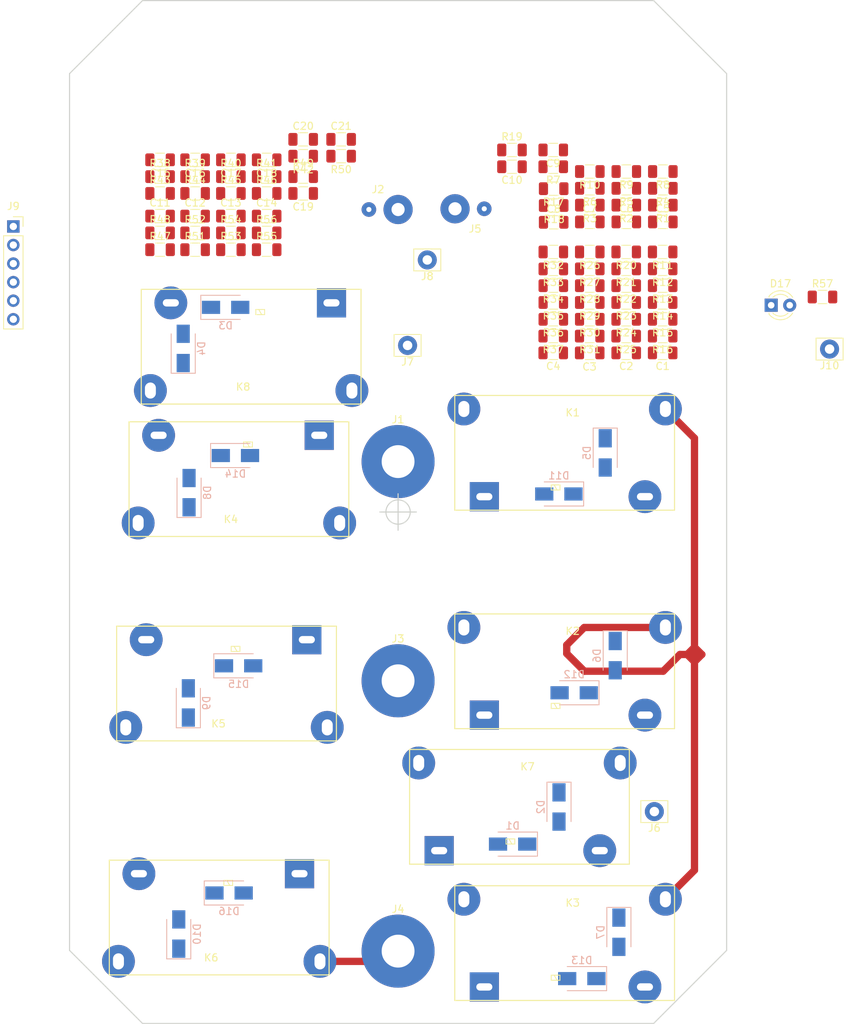
<source format=kicad_pcb>
(kicad_pcb (version 20171130) (host pcbnew "(5.1.0)-1")

  (general
    (thickness 1.6)
    (drawings 9)
    (tracks 27)
    (zones 0)
    (modules 115)
    (nets 39)
  )

  (page A4)
  (layers
    (0 F.Cu signal)
    (31 B.Cu signal hide)
    (32 B.Adhes user hide)
    (33 F.Adhes user hide)
    (34 B.Paste user hide)
    (35 F.Paste user hide)
    (36 B.SilkS user hide)
    (37 F.SilkS user hide)
    (38 B.Mask user)
    (39 F.Mask user)
    (40 Dwgs.User user hide)
    (41 Cmts.User user hide)
    (42 Eco1.User user hide)
    (43 Eco2.User user hide)
    (44 Edge.Cuts user)
    (45 Margin user hide)
    (46 B.CrtYd user)
    (47 F.CrtYd user)
    (48 B.Fab user hide)
    (49 F.Fab user hide)
  )

  (setup
    (last_trace_width 0.25)
    (trace_clearance 0.2)
    (zone_clearance 0.508)
    (zone_45_only no)
    (trace_min 0.2)
    (via_size 0.8)
    (via_drill 0.4)
    (via_min_size 0.4)
    (via_min_drill 0.3)
    (uvia_size 0.3)
    (uvia_drill 0.1)
    (uvias_allowed no)
    (uvia_min_size 0.2)
    (uvia_min_drill 0.1)
    (edge_width 0.15)
    (segment_width 0.2)
    (pcb_text_width 0.3)
    (pcb_text_size 1.5 1.5)
    (mod_edge_width 0.15)
    (mod_text_size 1 1)
    (mod_text_width 0.15)
    (pad_size 1.524 1.524)
    (pad_drill 0.762)
    (pad_to_mask_clearance 0.2)
    (aux_axis_origin 0 0)
    (visible_elements 7FFFF7FF)
    (pcbplotparams
      (layerselection 0x01030_ffffffff)
      (usegerberextensions false)
      (usegerberattributes false)
      (usegerberadvancedattributes false)
      (creategerberjobfile false)
      (excludeedgelayer true)
      (linewidth 0.100000)
      (plotframeref false)
      (viasonmask false)
      (mode 1)
      (useauxorigin false)
      (hpglpennumber 1)
      (hpglpenspeed 20)
      (hpglpendiameter 15.000000)
      (psnegative false)
      (psa4output false)
      (plotreference true)
      (plotvalue true)
      (plotinvisibletext false)
      (padsonsilk false)
      (subtractmaskfromsilk false)
      (outputformat 4)
      (mirror false)
      (drillshape 0)
      (scaleselection 1)
      (outputdirectory "plot/"))
  )

  (net 0 "")
  (net 1 GND)
  (net 2 reloutcom)
  (net 3 "Net-(D1-Pad1)")
  (net 4 rel-)
  (net 5 "Net-(D3-Pad1)")
  (net 6 rel+)
  (net 7 "Net-(D11-Pad1)")
  (net 8 "Net-(D12-Pad1)")
  (net 9 relPE)
  (net 10 "Net-(D13-Pad1)")
  (net 11 "Net-(D14-Pad1)")
  (net 12 "Net-(D15-Pad1)")
  (net 13 "Net-(D10-Pad1)")
  (net 14 rel54com)
  (net 15 rel60com)
  (net 16 /V+in)
  (net 17 /V-in)
  (net 18 /PEin)
  (net 19 /V-out)
  (net 20 /V+out)
  (net 21 /max750)
  (net 22 /max563)
  (net 23 /max375)
  (net 24 /max188)
  (net 25 /max512)
  (net 26 /max273)
  (net 27 /max34)
  (net 28 /max1.5)
  (net 29 /max1049)
  (net 30 /max1429)
  (net 31 /max699)
  (net 32 /max350)
  (net 33 /max1057)
  (net 34 /max715)
  (net 35 /max373)
  (net 36 /max31)
  (net 37 /max1.4)
  (net 38 "Net-(D17-Pad2)")

  (net_class Default "This is the default net class."
    (clearance 0.2)
    (trace_width 0.25)
    (via_dia 0.8)
    (via_drill 0.4)
    (uvia_dia 0.3)
    (uvia_drill 0.1)
    (add_net /max1.4)
    (add_net /max1.5)
    (add_net /max188)
    (add_net /max273)
    (add_net /max31)
    (add_net /max34)
    (add_net /max350)
    (add_net /max373)
    (add_net /max375)
    (add_net "Net-(D1-Pad1)")
    (add_net "Net-(D10-Pad1)")
    (add_net "Net-(D11-Pad1)")
    (add_net "Net-(D12-Pad1)")
    (add_net "Net-(D13-Pad1)")
    (add_net "Net-(D14-Pad1)")
    (add_net "Net-(D15-Pad1)")
    (add_net "Net-(D17-Pad2)")
    (add_net "Net-(D3-Pad1)")
  )

  (net_class HV ""
    (clearance 1)
    (trace_width 1)
    (via_dia 0.8)
    (via_drill 0.4)
    (uvia_dia 0.3)
    (uvia_drill 0.1)
    (add_net /PEin)
    (add_net /V+in)
    (add_net /V+out)
    (add_net /V-in)
    (add_net /V-out)
    (add_net /max1049)
    (add_net /max1057)
    (add_net /max1429)
    (add_net /max512)
    (add_net /max563)
    (add_net /max699)
    (add_net /max715)
    (add_net /max750)
    (add_net GND)
  )

  (net_class LV ""
    (clearance 0.4)
    (trace_width 0.25)
    (via_dia 0.8)
    (via_drill 0.4)
    (uvia_dia 0.3)
    (uvia_drill 0.1)
  )

  (net_class MIDV ""
    (clearance 1)
    (trace_width 1)
    (via_dia 0.8)
    (via_drill 0.4)
    (uvia_dia 0.3)
    (uvia_drill 0.1)
  )

  (net_class signals ""
    (clearance 0.2)
    (trace_width 0.25)
    (via_dia 0.8)
    (via_drill 0.4)
    (uvia_dia 0.3)
    (uvia_drill 0.1)
    (add_net rel+)
    (add_net rel-)
    (add_net rel54com)
    (add_net rel60com)
    (add_net relPE)
    (add_net reloutcom)
  )

  (module custom_footprints:cabletie_slot_3.5mm (layer F.Cu) (tedit 5CDA8C98) (tstamp 5CDAD21D)
    (at 132.7 35 270)
    (fp_text reference REF** (at 0.5 -3 270) (layer F.SilkS) hide
      (effects (font (size 1 1) (thickness 0.15)))
    )
    (fp_text value cabletie_slot_3.5mm (at 1.25 2.25 270) (layer F.Fab)
      (effects (font (size 1 1) (thickness 0.15)))
    )
    (pad "" np_thru_hole oval (at 0 0 90) (size 3.5 2) (drill oval 3.5 2) (layers *.Cu *.Mask))
  )

  (module custom_footprints:cabletie_slot_3.5mm (layer F.Cu) (tedit 5CDA8C98) (tstamp 5CDAD200)
    (at 124.8 35 270)
    (fp_text reference REF** (at 0.5 -3 270) (layer F.SilkS) hide
      (effects (font (size 1 1) (thickness 0.15)))
    )
    (fp_text value cabletie_slot_3.5mm (at 1.25 2.25 270) (layer F.Fab)
      (effects (font (size 1 1) (thickness 0.15)))
    )
    (pad "" np_thru_hole oval (at 0 0 90) (size 3.5 2) (drill oval 3.5 2) (layers *.Cu *.Mask))
  )

  (module Connector_Pin:Pin_D1.3mm_L10.0mm_W3.5mm_Flat (layer F.Cu) (tedit 5A1DC085) (tstamp 5CDBCE13)
    (at 184.1 67.7)
    (descr "solder Pin_ with flat with hole, hole diameter 1.3mm, length 10.0mm, width 3.5mm, e.g. Ettinger 13.13.865, https://katalog.ettinger.de/#p=434")
    (tags "solder Pin_ with flat fork")
    (path /5CFF7508)
    (fp_text reference J10 (at 0 2.25) (layer F.SilkS)
      (effects (font (size 1 1) (thickness 0.15)))
    )
    (fp_text value Conn_01x01_Female (at 0 -2.05) (layer F.Fab)
      (effects (font (size 1 1) (thickness 0.15)))
    )
    (fp_line (start 2.25 1.8) (end -2.25 1.8) (layer F.CrtYd) (width 0.05))
    (fp_line (start 2.25 1.8) (end 2.25 -1.8) (layer F.CrtYd) (width 0.05))
    (fp_line (start -2.25 -1.8) (end -2.25 1.8) (layer F.CrtYd) (width 0.05))
    (fp_line (start -2.25 -1.8) (end 2.25 -1.8) (layer F.CrtYd) (width 0.05))
    (fp_line (start -1.75 -0.3) (end 1.75 -0.3) (layer F.Fab) (width 0.12))
    (fp_line (start -1.75 0.3) (end -1.75 -0.3) (layer F.Fab) (width 0.12))
    (fp_line (start 1.75 0.3) (end -1.75 0.3) (layer F.Fab) (width 0.12))
    (fp_line (start 1.75 -0.3) (end 1.75 0.3) (layer F.Fab) (width 0.12))
    (fp_line (start -1.85 -1.5) (end -1.85 1.5) (layer F.SilkS) (width 0.12))
    (fp_line (start 1.85 1.5) (end -1.85 1.5) (layer F.SilkS) (width 0.12))
    (fp_line (start 1.85 -1.5) (end 1.85 1.5) (layer F.SilkS) (width 0.12))
    (fp_line (start -1.85 -1.5) (end 1.85 -1.5) (layer F.SilkS) (width 0.12))
    (fp_text user %R (at 0 2.25) (layer F.Fab)
      (effects (font (size 1 1) (thickness 0.15)))
    )
    (pad 1 thru_hole circle (at 0 0) (size 2.6 2.6) (drill 1.3) (layers *.Cu *.Mask)
      (net 1 GND))
    (model ${KISYS3DMOD}/Connector_Pin.3dshapes/Pin_D1.3mm_L10.0mm_W3.5mm_Flat.wrl
      (at (xyz 0 0 0))
      (scale (xyz 1 1 1))
      (rotate (xyz 0 0 0))
    )
  )

  (module Resistor_SMD:R_1206_3216Metric (layer F.Cu) (tedit 5B301BBD) (tstamp 5CDBB842)
    (at 183.13 60.57)
    (descr "Resistor SMD 1206 (3216 Metric), square (rectangular) end terminal, IPC_7351 nominal, (Body size source: http://www.tortai-tech.com/upload/download/2011102023233369053.pdf), generated with kicad-footprint-generator")
    (tags resistor)
    (path /5CF614FE)
    (attr smd)
    (fp_text reference R57 (at 0 -1.82) (layer F.SilkS)
      (effects (font (size 1 1) (thickness 0.15)))
    )
    (fp_text value R (at 0 1.82) (layer F.Fab)
      (effects (font (size 1 1) (thickness 0.15)))
    )
    (fp_text user %R (at 0 0) (layer F.Fab)
      (effects (font (size 0.8 0.8) (thickness 0.12)))
    )
    (fp_line (start 2.28 1.12) (end -2.28 1.12) (layer F.CrtYd) (width 0.05))
    (fp_line (start 2.28 -1.12) (end 2.28 1.12) (layer F.CrtYd) (width 0.05))
    (fp_line (start -2.28 -1.12) (end 2.28 -1.12) (layer F.CrtYd) (width 0.05))
    (fp_line (start -2.28 1.12) (end -2.28 -1.12) (layer F.CrtYd) (width 0.05))
    (fp_line (start -0.602064 0.91) (end 0.602064 0.91) (layer F.SilkS) (width 0.12))
    (fp_line (start -0.602064 -0.91) (end 0.602064 -0.91) (layer F.SilkS) (width 0.12))
    (fp_line (start 1.6 0.8) (end -1.6 0.8) (layer F.Fab) (width 0.1))
    (fp_line (start 1.6 -0.8) (end 1.6 0.8) (layer F.Fab) (width 0.1))
    (fp_line (start -1.6 -0.8) (end 1.6 -0.8) (layer F.Fab) (width 0.1))
    (fp_line (start -1.6 0.8) (end -1.6 -0.8) (layer F.Fab) (width 0.1))
    (pad 2 smd roundrect (at 1.4 0) (size 1.25 1.75) (layers F.Cu F.Paste F.Mask) (roundrect_rratio 0.2)
      (net 38 "Net-(D17-Pad2)"))
    (pad 1 smd roundrect (at -1.4 0) (size 1.25 1.75) (layers F.Cu F.Paste F.Mask) (roundrect_rratio 0.2)
      (net 9 relPE))
    (model ${KISYS3DMOD}/Resistor_SMD.3dshapes/R_1206_3216Metric.wrl
      (at (xyz 0 0 0))
      (scale (xyz 1 1 1))
      (rotate (xyz 0 0 0))
    )
  )

  (module LED_THT:LED_D3.0mm (layer F.Cu) (tedit 587A3A7B) (tstamp 5CDBAED7)
    (at 176.1 61.7)
    (descr "LED, diameter 3.0mm, 2 pins")
    (tags "LED diameter 3.0mm 2 pins")
    (path /5CF5FE57)
    (fp_text reference D17 (at 1.27 -2.96) (layer F.SilkS)
      (effects (font (size 1 1) (thickness 0.15)))
    )
    (fp_text value LED (at 1.27 2.96) (layer F.Fab)
      (effects (font (size 1 1) (thickness 0.15)))
    )
    (fp_line (start 3.7 -2.25) (end -1.15 -2.25) (layer F.CrtYd) (width 0.05))
    (fp_line (start 3.7 2.25) (end 3.7 -2.25) (layer F.CrtYd) (width 0.05))
    (fp_line (start -1.15 2.25) (end 3.7 2.25) (layer F.CrtYd) (width 0.05))
    (fp_line (start -1.15 -2.25) (end -1.15 2.25) (layer F.CrtYd) (width 0.05))
    (fp_line (start -0.29 1.08) (end -0.29 1.236) (layer F.SilkS) (width 0.12))
    (fp_line (start -0.29 -1.236) (end -0.29 -1.08) (layer F.SilkS) (width 0.12))
    (fp_line (start -0.23 -1.16619) (end -0.23 1.16619) (layer F.Fab) (width 0.1))
    (fp_circle (center 1.27 0) (end 2.77 0) (layer F.Fab) (width 0.1))
    (fp_arc (start 1.27 0) (end 0.229039 1.08) (angle -87.9) (layer F.SilkS) (width 0.12))
    (fp_arc (start 1.27 0) (end 0.229039 -1.08) (angle 87.9) (layer F.SilkS) (width 0.12))
    (fp_arc (start 1.27 0) (end -0.29 1.235516) (angle -108.8) (layer F.SilkS) (width 0.12))
    (fp_arc (start 1.27 0) (end -0.29 -1.235516) (angle 108.8) (layer F.SilkS) (width 0.12))
    (fp_arc (start 1.27 0) (end -0.23 -1.16619) (angle 284.3) (layer F.Fab) (width 0.1))
    (pad 2 thru_hole circle (at 2.54 0) (size 1.8 1.8) (drill 0.9) (layers *.Cu *.Mask)
      (net 38 "Net-(D17-Pad2)"))
    (pad 1 thru_hole rect (at 0 0) (size 1.8 1.8) (drill 0.9) (layers *.Cu *.Mask)
      (net 2 reloutcom))
    (model ${KISYS3DMOD}/LED_THT.3dshapes/LED_D3.0mm.wrl
      (at (xyz 0 0 0))
      (scale (xyz 1 1 1))
      (rotate (xyz 0 0 0))
    )
  )

  (module custom_footprints:rg400_solder_together (layer F.Cu) (tedit 5CDA880C) (tstamp 5CDB328D)
    (at 121 48.6)
    (path /5CE54902)
    (fp_text reference J2 (at 1.25 -2.75) (layer F.SilkS)
      (effects (font (size 1 1) (thickness 0.15)))
    )
    (fp_text value Conn_01x02_Female (at 1.5 3) (layer F.Fab)
      (effects (font (size 1 1) (thickness 0.15)))
    )
    (pad 2 thru_hole circle (at 4 0 180) (size 4 4) (drill 1.8) (layers *.Cu *.Mask)
      (net 1 GND))
    (pad 1 thru_hole circle (at 0 0 180) (size 2 2) (drill 0.7) (layers *.Cu *.Mask)
      (net 37 /max1.4))
  )

  (module custom_footprints:rg400_solder_together (layer F.Cu) (tedit 5CDA880C) (tstamp 5CDB32A7)
    (at 136.8 48.5 180)
    (path /5CE554D6)
    (fp_text reference J5 (at 1.25 -2.75 180) (layer F.SilkS)
      (effects (font (size 1 1) (thickness 0.15)))
    )
    (fp_text value Conn_01x02_Female (at 1.5 3 180) (layer F.Fab)
      (effects (font (size 1 1) (thickness 0.15)))
    )
    (pad 2 thru_hole circle (at 4 0) (size 4 4) (drill 1.8) (layers *.Cu *.Mask)
      (net 1 GND))
    (pad 1 thru_hole circle (at 0 0) (size 2 2) (drill 0.7) (layers *.Cu *.Mask)
      (net 28 /max1.5))
  )

  (module custom_footprints:banana_connector (layer F.Cu) (tedit 5CDA7887) (tstamp 5CBED532)
    (at 125 150.1)
    (path /5CDC6C6D)
    (fp_text reference J4 (at 0 -5.75) (layer F.SilkS)
      (effects (font (size 1 1) (thickness 0.15)))
    )
    (fp_text value Conn_01x01_Female (at 0 5.75) (layer F.Fab)
      (effects (font (size 1 1) (thickness 0.15)))
    )
    (fp_circle (center 0 0) (end 5.75 0) (layer F.CrtYd) (width 0.12))
    (pad 1 thru_hole circle (at 0 0) (size 10 10) (drill 4.5) (layers *.Cu *.Mask)
      (net 18 /PEin))
  )

  (module custom_footprints:banana_connector (layer F.Cu) (tedit 5CDA7887) (tstamp 5CBED4BE)
    (at 125 113.1)
    (path /5CDC6BB5)
    (fp_text reference J3 (at 0 -5.75) (layer F.SilkS)
      (effects (font (size 1 1) (thickness 0.15)))
    )
    (fp_text value Conn_01x01_Female (at 0 5.75) (layer F.Fab)
      (effects (font (size 1 1) (thickness 0.15)))
    )
    (fp_circle (center 0 0) (end 5.75 0) (layer F.CrtYd) (width 0.12))
    (pad 1 thru_hole circle (at 0 0) (size 10 10) (drill 4.5) (layers *.Cu *.Mask)
      (net 17 /V-in))
  )

  (module custom_footprints:banana_connector (layer F.Cu) (tedit 5CDA7887) (tstamp 5CBED467)
    (at 125 83.1)
    (path /5CDC67ED)
    (fp_text reference J1 (at 0 -5.75) (layer F.SilkS)
      (effects (font (size 1 1) (thickness 0.15)))
    )
    (fp_text value Conn_01x01_Female (at 0 5.75) (layer F.Fab)
      (effects (font (size 1 1) (thickness 0.15)))
    )
    (fp_circle (center 0 0) (end 5.75 0) (layer F.CrtYd) (width 0.12))
    (pad 1 thru_hole circle (at 0 0) (size 10 10) (drill 4.5) (layers *.Cu *.Mask)
      (net 16 /V+in))
  )

  (module Resistor_SMD:R_1206_3216Metric (layer F.Cu) (tedit 5B301BBD) (tstamp 5CE10126)
    (at 107 51.8)
    (descr "Resistor SMD 1206 (3216 Metric), square (rectangular) end terminal, IPC_7351 nominal, (Body size source: http://www.tortai-tech.com/upload/download/2011102023233369053.pdf), generated with kicad-footprint-generator")
    (tags resistor)
    (path /5CC70841)
    (attr smd)
    (fp_text reference R56 (at 0 -1.82) (layer F.SilkS)
      (effects (font (size 1 1) (thickness 0.15)))
    )
    (fp_text value 1200 (at 0 1.82) (layer F.Fab)
      (effects (font (size 1 1) (thickness 0.15)))
    )
    (fp_text user %R (at 0 0) (layer F.Fab)
      (effects (font (size 0.8 0.8) (thickness 0.12)))
    )
    (fp_line (start 2.28 1.12) (end -2.28 1.12) (layer F.CrtYd) (width 0.05))
    (fp_line (start 2.28 -1.12) (end 2.28 1.12) (layer F.CrtYd) (width 0.05))
    (fp_line (start -2.28 -1.12) (end 2.28 -1.12) (layer F.CrtYd) (width 0.05))
    (fp_line (start -2.28 1.12) (end -2.28 -1.12) (layer F.CrtYd) (width 0.05))
    (fp_line (start -0.602064 0.91) (end 0.602064 0.91) (layer F.SilkS) (width 0.12))
    (fp_line (start -0.602064 -0.91) (end 0.602064 -0.91) (layer F.SilkS) (width 0.12))
    (fp_line (start 1.6 0.8) (end -1.6 0.8) (layer F.Fab) (width 0.1))
    (fp_line (start 1.6 -0.8) (end 1.6 0.8) (layer F.Fab) (width 0.1))
    (fp_line (start -1.6 -0.8) (end 1.6 -0.8) (layer F.Fab) (width 0.1))
    (fp_line (start -1.6 0.8) (end -1.6 -0.8) (layer F.Fab) (width 0.1))
    (pad 2 smd roundrect (at 1.4 0) (size 1.25 1.75) (layers F.Cu F.Paste F.Mask) (roundrect_rratio 0.2)
      (net 1 GND))
    (pad 1 smd roundrect (at -1.4 0) (size 1.25 1.75) (layers F.Cu F.Paste F.Mask) (roundrect_rratio 0.2)
      (net 32 /max350))
    (model ${KISYS3DMOD}/Resistor_SMD.3dshapes/R_1206_3216Metric.wrl
      (at (xyz 0 0 0))
      (scale (xyz 1 1 1))
      (rotate (xyz 0 0 0))
    )
  )

  (module Resistor_SMD:R_1206_3216Metric (layer F.Cu) (tedit 5B301BBD) (tstamp 5CE10115)
    (at 107 54.1)
    (descr "Resistor SMD 1206 (3216 Metric), square (rectangular) end terminal, IPC_7351 nominal, (Body size source: http://www.tortai-tech.com/upload/download/2011102023233369053.pdf), generated with kicad-footprint-generator")
    (tags resistor)
    (path /5CC7083A)
    (attr smd)
    (fp_text reference R55 (at 0 -1.82) (layer F.SilkS)
      (effects (font (size 1 1) (thickness 0.15)))
    )
    (fp_text value 820 (at 0 1.82) (layer F.Fab)
      (effects (font (size 1 1) (thickness 0.15)))
    )
    (fp_text user %R (at 0 0) (layer F.Fab)
      (effects (font (size 0.8 0.8) (thickness 0.12)))
    )
    (fp_line (start 2.28 1.12) (end -2.28 1.12) (layer F.CrtYd) (width 0.05))
    (fp_line (start 2.28 -1.12) (end 2.28 1.12) (layer F.CrtYd) (width 0.05))
    (fp_line (start -2.28 -1.12) (end 2.28 -1.12) (layer F.CrtYd) (width 0.05))
    (fp_line (start -2.28 1.12) (end -2.28 -1.12) (layer F.CrtYd) (width 0.05))
    (fp_line (start -0.602064 0.91) (end 0.602064 0.91) (layer F.SilkS) (width 0.12))
    (fp_line (start -0.602064 -0.91) (end 0.602064 -0.91) (layer F.SilkS) (width 0.12))
    (fp_line (start 1.6 0.8) (end -1.6 0.8) (layer F.Fab) (width 0.1))
    (fp_line (start 1.6 -0.8) (end 1.6 0.8) (layer F.Fab) (width 0.1))
    (fp_line (start -1.6 -0.8) (end 1.6 -0.8) (layer F.Fab) (width 0.1))
    (fp_line (start -1.6 0.8) (end -1.6 -0.8) (layer F.Fab) (width 0.1))
    (pad 2 smd roundrect (at 1.4 0) (size 1.25 1.75) (layers F.Cu F.Paste F.Mask) (roundrect_rratio 0.2)
      (net 1 GND))
    (pad 1 smd roundrect (at -1.4 0) (size 1.25 1.75) (layers F.Cu F.Paste F.Mask) (roundrect_rratio 0.2)
      (net 32 /max350))
    (model ${KISYS3DMOD}/Resistor_SMD.3dshapes/R_1206_3216Metric.wrl
      (at (xyz 0 0 0))
      (scale (xyz 1 1 1))
      (rotate (xyz 0 0 0))
    )
  )

  (module Resistor_SMD:R_1206_3216Metric (layer F.Cu) (tedit 5B301BBD) (tstamp 5CE10104)
    (at 102.1 51.8)
    (descr "Resistor SMD 1206 (3216 Metric), square (rectangular) end terminal, IPC_7351 nominal, (Body size source: http://www.tortai-tech.com/upload/download/2011102023233369053.pdf), generated with kicad-footprint-generator")
    (tags resistor)
    (path /5CC70833)
    (attr smd)
    (fp_text reference R54 (at 0 -1.82) (layer F.SilkS)
      (effects (font (size 1 1) (thickness 0.15)))
    )
    (fp_text value 1200 (at 0 1.82) (layer F.Fab)
      (effects (font (size 1 1) (thickness 0.15)))
    )
    (fp_text user %R (at 0 0) (layer F.Fab)
      (effects (font (size 0.8 0.8) (thickness 0.12)))
    )
    (fp_line (start 2.28 1.12) (end -2.28 1.12) (layer F.CrtYd) (width 0.05))
    (fp_line (start 2.28 -1.12) (end 2.28 1.12) (layer F.CrtYd) (width 0.05))
    (fp_line (start -2.28 -1.12) (end 2.28 -1.12) (layer F.CrtYd) (width 0.05))
    (fp_line (start -2.28 1.12) (end -2.28 -1.12) (layer F.CrtYd) (width 0.05))
    (fp_line (start -0.602064 0.91) (end 0.602064 0.91) (layer F.SilkS) (width 0.12))
    (fp_line (start -0.602064 -0.91) (end 0.602064 -0.91) (layer F.SilkS) (width 0.12))
    (fp_line (start 1.6 0.8) (end -1.6 0.8) (layer F.Fab) (width 0.1))
    (fp_line (start 1.6 -0.8) (end 1.6 0.8) (layer F.Fab) (width 0.1))
    (fp_line (start -1.6 -0.8) (end 1.6 -0.8) (layer F.Fab) (width 0.1))
    (fp_line (start -1.6 0.8) (end -1.6 -0.8) (layer F.Fab) (width 0.1))
    (pad 2 smd roundrect (at 1.4 0) (size 1.25 1.75) (layers F.Cu F.Paste F.Mask) (roundrect_rratio 0.2)
      (net 32 /max350))
    (pad 1 smd roundrect (at -1.4 0) (size 1.25 1.75) (layers F.Cu F.Paste F.Mask) (roundrect_rratio 0.2)
      (net 31 /max699))
    (model ${KISYS3DMOD}/Resistor_SMD.3dshapes/R_1206_3216Metric.wrl
      (at (xyz 0 0 0))
      (scale (xyz 1 1 1))
      (rotate (xyz 0 0 0))
    )
  )

  (module Resistor_SMD:R_1206_3216Metric (layer F.Cu) (tedit 5B301BBD) (tstamp 5CE100F3)
    (at 102.1 54.1)
    (descr "Resistor SMD 1206 (3216 Metric), square (rectangular) end terminal, IPC_7351 nominal, (Body size source: http://www.tortai-tech.com/upload/download/2011102023233369053.pdf), generated with kicad-footprint-generator")
    (tags resistor)
    (path /5CC7082C)
    (attr smd)
    (fp_text reference R53 (at 0 -1.82) (layer F.SilkS)
      (effects (font (size 1 1) (thickness 0.15)))
    )
    (fp_text value 820 (at 0 1.82) (layer F.Fab)
      (effects (font (size 1 1) (thickness 0.15)))
    )
    (fp_text user %R (at 0 0) (layer F.Fab)
      (effects (font (size 0.8 0.8) (thickness 0.12)))
    )
    (fp_line (start 2.28 1.12) (end -2.28 1.12) (layer F.CrtYd) (width 0.05))
    (fp_line (start 2.28 -1.12) (end 2.28 1.12) (layer F.CrtYd) (width 0.05))
    (fp_line (start -2.28 -1.12) (end 2.28 -1.12) (layer F.CrtYd) (width 0.05))
    (fp_line (start -2.28 1.12) (end -2.28 -1.12) (layer F.CrtYd) (width 0.05))
    (fp_line (start -0.602064 0.91) (end 0.602064 0.91) (layer F.SilkS) (width 0.12))
    (fp_line (start -0.602064 -0.91) (end 0.602064 -0.91) (layer F.SilkS) (width 0.12))
    (fp_line (start 1.6 0.8) (end -1.6 0.8) (layer F.Fab) (width 0.1))
    (fp_line (start 1.6 -0.8) (end 1.6 0.8) (layer F.Fab) (width 0.1))
    (fp_line (start -1.6 -0.8) (end 1.6 -0.8) (layer F.Fab) (width 0.1))
    (fp_line (start -1.6 0.8) (end -1.6 -0.8) (layer F.Fab) (width 0.1))
    (pad 2 smd roundrect (at 1.4 0) (size 1.25 1.75) (layers F.Cu F.Paste F.Mask) (roundrect_rratio 0.2)
      (net 32 /max350))
    (pad 1 smd roundrect (at -1.4 0) (size 1.25 1.75) (layers F.Cu F.Paste F.Mask) (roundrect_rratio 0.2)
      (net 31 /max699))
    (model ${KISYS3DMOD}/Resistor_SMD.3dshapes/R_1206_3216Metric.wrl
      (at (xyz 0 0 0))
      (scale (xyz 1 1 1))
      (rotate (xyz 0 0 0))
    )
  )

  (module Resistor_SMD:R_1206_3216Metric (layer F.Cu) (tedit 5B301BBD) (tstamp 5CD9ABE4)
    (at 97.2 51.8)
    (descr "Resistor SMD 1206 (3216 Metric), square (rectangular) end terminal, IPC_7351 nominal, (Body size source: http://www.tortai-tech.com/upload/download/2011102023233369053.pdf), generated with kicad-footprint-generator")
    (tags resistor)
    (path /5CC70825)
    (attr smd)
    (fp_text reference R52 (at 0 -1.82) (layer F.SilkS)
      (effects (font (size 1 1) (thickness 0.15)))
    )
    (fp_text value 1200 (at 0 1.82) (layer F.Fab)
      (effects (font (size 1 1) (thickness 0.15)))
    )
    (fp_text user %R (at 0 0) (layer F.Fab)
      (effects (font (size 0.8 0.8) (thickness 0.12)))
    )
    (fp_line (start 2.28 1.12) (end -2.28 1.12) (layer F.CrtYd) (width 0.05))
    (fp_line (start 2.28 -1.12) (end 2.28 1.12) (layer F.CrtYd) (width 0.05))
    (fp_line (start -2.28 -1.12) (end 2.28 -1.12) (layer F.CrtYd) (width 0.05))
    (fp_line (start -2.28 1.12) (end -2.28 -1.12) (layer F.CrtYd) (width 0.05))
    (fp_line (start -0.602064 0.91) (end 0.602064 0.91) (layer F.SilkS) (width 0.12))
    (fp_line (start -0.602064 -0.91) (end 0.602064 -0.91) (layer F.SilkS) (width 0.12))
    (fp_line (start 1.6 0.8) (end -1.6 0.8) (layer F.Fab) (width 0.1))
    (fp_line (start 1.6 -0.8) (end 1.6 0.8) (layer F.Fab) (width 0.1))
    (fp_line (start -1.6 -0.8) (end 1.6 -0.8) (layer F.Fab) (width 0.1))
    (fp_line (start -1.6 0.8) (end -1.6 -0.8) (layer F.Fab) (width 0.1))
    (pad 2 smd roundrect (at 1.4 0) (size 1.25 1.75) (layers F.Cu F.Paste F.Mask) (roundrect_rratio 0.2)
      (net 31 /max699))
    (pad 1 smd roundrect (at -1.4 0) (size 1.25 1.75) (layers F.Cu F.Paste F.Mask) (roundrect_rratio 0.2)
      (net 29 /max1049))
    (model ${KISYS3DMOD}/Resistor_SMD.3dshapes/R_1206_3216Metric.wrl
      (at (xyz 0 0 0))
      (scale (xyz 1 1 1))
      (rotate (xyz 0 0 0))
    )
  )

  (module Resistor_SMD:R_1206_3216Metric (layer F.Cu) (tedit 5B301BBD) (tstamp 5CE100D1)
    (at 97.2 54.1)
    (descr "Resistor SMD 1206 (3216 Metric), square (rectangular) end terminal, IPC_7351 nominal, (Body size source: http://www.tortai-tech.com/upload/download/2011102023233369053.pdf), generated with kicad-footprint-generator")
    (tags resistor)
    (path /5CC7081E)
    (attr smd)
    (fp_text reference R51 (at 0 -1.82) (layer F.SilkS)
      (effects (font (size 1 1) (thickness 0.15)))
    )
    (fp_text value 820 (at 0 1.82) (layer F.Fab)
      (effects (font (size 1 1) (thickness 0.15)))
    )
    (fp_text user %R (at 0 0) (layer F.Fab)
      (effects (font (size 0.8 0.8) (thickness 0.12)))
    )
    (fp_line (start 2.28 1.12) (end -2.28 1.12) (layer F.CrtYd) (width 0.05))
    (fp_line (start 2.28 -1.12) (end 2.28 1.12) (layer F.CrtYd) (width 0.05))
    (fp_line (start -2.28 -1.12) (end 2.28 -1.12) (layer F.CrtYd) (width 0.05))
    (fp_line (start -2.28 1.12) (end -2.28 -1.12) (layer F.CrtYd) (width 0.05))
    (fp_line (start -0.602064 0.91) (end 0.602064 0.91) (layer F.SilkS) (width 0.12))
    (fp_line (start -0.602064 -0.91) (end 0.602064 -0.91) (layer F.SilkS) (width 0.12))
    (fp_line (start 1.6 0.8) (end -1.6 0.8) (layer F.Fab) (width 0.1))
    (fp_line (start 1.6 -0.8) (end 1.6 0.8) (layer F.Fab) (width 0.1))
    (fp_line (start -1.6 -0.8) (end 1.6 -0.8) (layer F.Fab) (width 0.1))
    (fp_line (start -1.6 0.8) (end -1.6 -0.8) (layer F.Fab) (width 0.1))
    (pad 2 smd roundrect (at 1.4 0) (size 1.25 1.75) (layers F.Cu F.Paste F.Mask) (roundrect_rratio 0.2)
      (net 31 /max699))
    (pad 1 smd roundrect (at -1.4 0) (size 1.25 1.75) (layers F.Cu F.Paste F.Mask) (roundrect_rratio 0.2)
      (net 29 /max1049))
    (model ${KISYS3DMOD}/Resistor_SMD.3dshapes/R_1206_3216Metric.wrl
      (at (xyz 0 0 0))
      (scale (xyz 1 1 1))
      (rotate (xyz 0 0 0))
    )
  )

  (module Resistor_SMD:R_1206_3216Metric (layer F.Cu) (tedit 5B301BBD) (tstamp 5CE100C0)
    (at 117.2 41.3 180)
    (descr "Resistor SMD 1206 (3216 Metric), square (rectangular) end terminal, IPC_7351 nominal, (Body size source: http://www.tortai-tech.com/upload/download/2011102023233369053.pdf), generated with kicad-footprint-generator")
    (tags resistor)
    (path /5CC8AFD5)
    (attr smd)
    (fp_text reference R50 (at 0 -1.82 180) (layer F.SilkS)
      (effects (font (size 1 1) (thickness 0.15)))
    )
    (fp_text value 56 (at 0 1.82 180) (layer F.Fab)
      (effects (font (size 1 1) (thickness 0.15)))
    )
    (fp_text user %R (at 0 0 180) (layer F.Fab)
      (effects (font (size 0.8 0.8) (thickness 0.12)))
    )
    (fp_line (start 2.28 1.12) (end -2.28 1.12) (layer F.CrtYd) (width 0.05))
    (fp_line (start 2.28 -1.12) (end 2.28 1.12) (layer F.CrtYd) (width 0.05))
    (fp_line (start -2.28 -1.12) (end 2.28 -1.12) (layer F.CrtYd) (width 0.05))
    (fp_line (start -2.28 1.12) (end -2.28 -1.12) (layer F.CrtYd) (width 0.05))
    (fp_line (start -0.602064 0.91) (end 0.602064 0.91) (layer F.SilkS) (width 0.12))
    (fp_line (start -0.602064 -0.91) (end 0.602064 -0.91) (layer F.SilkS) (width 0.12))
    (fp_line (start 1.6 0.8) (end -1.6 0.8) (layer F.Fab) (width 0.1))
    (fp_line (start 1.6 -0.8) (end 1.6 0.8) (layer F.Fab) (width 0.1))
    (fp_line (start -1.6 -0.8) (end 1.6 -0.8) (layer F.Fab) (width 0.1))
    (fp_line (start -1.6 0.8) (end -1.6 -0.8) (layer F.Fab) (width 0.1))
    (pad 2 smd roundrect (at 1.4 0 180) (size 1.25 1.75) (layers F.Cu F.Paste F.Mask) (roundrect_rratio 0.2)
      (net 37 /max1.4))
    (pad 1 smd roundrect (at -1.4 0 180) (size 1.25 1.75) (layers F.Cu F.Paste F.Mask) (roundrect_rratio 0.2)
      (net 1 GND))
    (model ${KISYS3DMOD}/Resistor_SMD.3dshapes/R_1206_3216Metric.wrl
      (at (xyz 0 0 0))
      (scale (xyz 1 1 1))
      (rotate (xyz 0 0 0))
    )
  )

  (module Resistor_SMD:R_1206_3216Metric (layer F.Cu) (tedit 5B301BBD) (tstamp 5CE100AF)
    (at 112 44.1)
    (descr "Resistor SMD 1206 (3216 Metric), square (rectangular) end terminal, IPC_7351 nominal, (Body size source: http://www.tortai-tech.com/upload/download/2011102023233369053.pdf), generated with kicad-footprint-generator")
    (tags resistor)
    (path /5CC8AD7E)
    (attr smd)
    (fp_text reference R49 (at 0 -1.82) (layer F.SilkS)
      (effects (font (size 1 1) (thickness 0.15)))
    )
    (fp_text value 47 (at 0 1.82) (layer F.Fab)
      (effects (font (size 1 1) (thickness 0.15)))
    )
    (fp_text user %R (at 0 0) (layer F.Fab)
      (effects (font (size 0.8 0.8) (thickness 0.12)))
    )
    (fp_line (start 2.28 1.12) (end -2.28 1.12) (layer F.CrtYd) (width 0.05))
    (fp_line (start 2.28 -1.12) (end 2.28 1.12) (layer F.CrtYd) (width 0.05))
    (fp_line (start -2.28 -1.12) (end 2.28 -1.12) (layer F.CrtYd) (width 0.05))
    (fp_line (start -2.28 1.12) (end -2.28 -1.12) (layer F.CrtYd) (width 0.05))
    (fp_line (start -0.602064 0.91) (end 0.602064 0.91) (layer F.SilkS) (width 0.12))
    (fp_line (start -0.602064 -0.91) (end 0.602064 -0.91) (layer F.SilkS) (width 0.12))
    (fp_line (start 1.6 0.8) (end -1.6 0.8) (layer F.Fab) (width 0.1))
    (fp_line (start 1.6 -0.8) (end 1.6 0.8) (layer F.Fab) (width 0.1))
    (fp_line (start -1.6 -0.8) (end 1.6 -0.8) (layer F.Fab) (width 0.1))
    (fp_line (start -1.6 0.8) (end -1.6 -0.8) (layer F.Fab) (width 0.1))
    (pad 2 smd roundrect (at 1.4 0) (size 1.25 1.75) (layers F.Cu F.Paste F.Mask) (roundrect_rratio 0.2)
      (net 1 GND))
    (pad 1 smd roundrect (at -1.4 0) (size 1.25 1.75) (layers F.Cu F.Paste F.Mask) (roundrect_rratio 0.2)
      (net 36 /max31))
    (model ${KISYS3DMOD}/Resistor_SMD.3dshapes/R_1206_3216Metric.wrl
      (at (xyz 0 0 0))
      (scale (xyz 1 1 1))
      (rotate (xyz 0 0 0))
    )
  )

  (module Resistor_SMD:R_1206_3216Metric (layer F.Cu) (tedit 5B301BBD) (tstamp 5CE11088)
    (at 92.4 51.8)
    (descr "Resistor SMD 1206 (3216 Metric), square (rectangular) end terminal, IPC_7351 nominal, (Body size source: http://www.tortai-tech.com/upload/download/2011102023233369053.pdf), generated with kicad-footprint-generator")
    (tags resistor)
    (path /5CC70817)
    (attr smd)
    (fp_text reference R48 (at 0 -1.82) (layer F.SilkS)
      (effects (font (size 1 1) (thickness 0.15)))
    )
    (fp_text value 1500 (at 0 1.82) (layer F.Fab)
      (effects (font (size 1 1) (thickness 0.15)))
    )
    (fp_text user %R (at 0 0) (layer F.Fab)
      (effects (font (size 0.8 0.8) (thickness 0.12)))
    )
    (fp_line (start 2.28 1.12) (end -2.28 1.12) (layer F.CrtYd) (width 0.05))
    (fp_line (start 2.28 -1.12) (end 2.28 1.12) (layer F.CrtYd) (width 0.05))
    (fp_line (start -2.28 -1.12) (end 2.28 -1.12) (layer F.CrtYd) (width 0.05))
    (fp_line (start -2.28 1.12) (end -2.28 -1.12) (layer F.CrtYd) (width 0.05))
    (fp_line (start -0.602064 0.91) (end 0.602064 0.91) (layer F.SilkS) (width 0.12))
    (fp_line (start -0.602064 -0.91) (end 0.602064 -0.91) (layer F.SilkS) (width 0.12))
    (fp_line (start 1.6 0.8) (end -1.6 0.8) (layer F.Fab) (width 0.1))
    (fp_line (start 1.6 -0.8) (end 1.6 0.8) (layer F.Fab) (width 0.1))
    (fp_line (start -1.6 -0.8) (end 1.6 -0.8) (layer F.Fab) (width 0.1))
    (fp_line (start -1.6 0.8) (end -1.6 -0.8) (layer F.Fab) (width 0.1))
    (pad 2 smd roundrect (at 1.4 0) (size 1.25 1.75) (layers F.Cu F.Paste F.Mask) (roundrect_rratio 0.2)
      (net 29 /max1049))
    (pad 1 smd roundrect (at -1.4 0) (size 1.25 1.75) (layers F.Cu F.Paste F.Mask) (roundrect_rratio 0.2)
      (net 30 /max1429))
    (model ${KISYS3DMOD}/Resistor_SMD.3dshapes/R_1206_3216Metric.wrl
      (at (xyz 0 0 0))
      (scale (xyz 1 1 1))
      (rotate (xyz 0 0 0))
    )
  )

  (module Resistor_SMD:R_1206_3216Metric (layer F.Cu) (tedit 5B301BBD) (tstamp 5CE1008D)
    (at 92.4 54.1)
    (descr "Resistor SMD 1206 (3216 Metric), square (rectangular) end terminal, IPC_7351 nominal, (Body size source: http://www.tortai-tech.com/upload/download/2011102023233369053.pdf), generated with kicad-footprint-generator")
    (tags resistor)
    (path /5CC70810)
    (attr smd)
    (fp_text reference R47 (at 0 -1.82) (layer F.SilkS)
      (effects (font (size 1 1) (thickness 0.15)))
    )
    (fp_text value 820 (at 0 1.82) (layer F.Fab)
      (effects (font (size 1 1) (thickness 0.15)))
    )
    (fp_text user %R (at 0 0) (layer F.Fab)
      (effects (font (size 0.8 0.8) (thickness 0.12)))
    )
    (fp_line (start 2.28 1.12) (end -2.28 1.12) (layer F.CrtYd) (width 0.05))
    (fp_line (start 2.28 -1.12) (end 2.28 1.12) (layer F.CrtYd) (width 0.05))
    (fp_line (start -2.28 -1.12) (end 2.28 -1.12) (layer F.CrtYd) (width 0.05))
    (fp_line (start -2.28 1.12) (end -2.28 -1.12) (layer F.CrtYd) (width 0.05))
    (fp_line (start -0.602064 0.91) (end 0.602064 0.91) (layer F.SilkS) (width 0.12))
    (fp_line (start -0.602064 -0.91) (end 0.602064 -0.91) (layer F.SilkS) (width 0.12))
    (fp_line (start 1.6 0.8) (end -1.6 0.8) (layer F.Fab) (width 0.1))
    (fp_line (start 1.6 -0.8) (end 1.6 0.8) (layer F.Fab) (width 0.1))
    (fp_line (start -1.6 -0.8) (end 1.6 -0.8) (layer F.Fab) (width 0.1))
    (fp_line (start -1.6 0.8) (end -1.6 -0.8) (layer F.Fab) (width 0.1))
    (pad 2 smd roundrect (at 1.4 0) (size 1.25 1.75) (layers F.Cu F.Paste F.Mask) (roundrect_rratio 0.2)
      (net 29 /max1049))
    (pad 1 smd roundrect (at -1.4 0) (size 1.25 1.75) (layers F.Cu F.Paste F.Mask) (roundrect_rratio 0.2)
      (net 30 /max1429))
    (model ${KISYS3DMOD}/Resistor_SMD.3dshapes/R_1206_3216Metric.wrl
      (at (xyz 0 0 0))
      (scale (xyz 1 1 1))
      (rotate (xyz 0 0 0))
    )
  )

  (module Resistor_SMD:R_1206_3216Metric (layer F.Cu) (tedit 5B301BBD) (tstamp 5CE1007C)
    (at 107 46.4)
    (descr "Resistor SMD 1206 (3216 Metric), square (rectangular) end terminal, IPC_7351 nominal, (Body size source: http://www.tortai-tech.com/upload/download/2011102023233369053.pdf), generated with kicad-footprint-generator")
    (tags resistor)
    (path /5CC76761)
    (attr smd)
    (fp_text reference R46 (at 0 -1.82) (layer F.SilkS)
      (effects (font (size 1 1) (thickness 0.15)))
    )
    (fp_text value 820 (at 0 1.82) (layer F.Fab)
      (effects (font (size 1 1) (thickness 0.15)))
    )
    (fp_text user %R (at 0 0) (layer F.Fab)
      (effects (font (size 0.8 0.8) (thickness 0.12)))
    )
    (fp_line (start 2.28 1.12) (end -2.28 1.12) (layer F.CrtYd) (width 0.05))
    (fp_line (start 2.28 -1.12) (end 2.28 1.12) (layer F.CrtYd) (width 0.05))
    (fp_line (start -2.28 -1.12) (end 2.28 -1.12) (layer F.CrtYd) (width 0.05))
    (fp_line (start -2.28 1.12) (end -2.28 -1.12) (layer F.CrtYd) (width 0.05))
    (fp_line (start -0.602064 0.91) (end 0.602064 0.91) (layer F.SilkS) (width 0.12))
    (fp_line (start -0.602064 -0.91) (end 0.602064 -0.91) (layer F.SilkS) (width 0.12))
    (fp_line (start 1.6 0.8) (end -1.6 0.8) (layer F.Fab) (width 0.1))
    (fp_line (start 1.6 -0.8) (end 1.6 0.8) (layer F.Fab) (width 0.1))
    (fp_line (start -1.6 -0.8) (end 1.6 -0.8) (layer F.Fab) (width 0.1))
    (fp_line (start -1.6 0.8) (end -1.6 -0.8) (layer F.Fab) (width 0.1))
    (pad 2 smd roundrect (at 1.4 0) (size 1.25 1.75) (layers F.Cu F.Paste F.Mask) (roundrect_rratio 0.2)
      (net 36 /max31))
    (pad 1 smd roundrect (at -1.4 0) (size 1.25 1.75) (layers F.Cu F.Paste F.Mask) (roundrect_rratio 0.2)
      (net 35 /max373))
    (model ${KISYS3DMOD}/Resistor_SMD.3dshapes/R_1206_3216Metric.wrl
      (at (xyz 0 0 0))
      (scale (xyz 1 1 1))
      (rotate (xyz 0 0 0))
    )
  )

  (module Resistor_SMD:R_1206_3216Metric (layer F.Cu) (tedit 5B301BBD) (tstamp 5CE110E9)
    (at 102.1 46.4)
    (descr "Resistor SMD 1206 (3216 Metric), square (rectangular) end terminal, IPC_7351 nominal, (Body size source: http://www.tortai-tech.com/upload/download/2011102023233369053.pdf), generated with kicad-footprint-generator")
    (tags resistor)
    (path /5CC76753)
    (attr smd)
    (fp_text reference R45 (at 0 -1.82) (layer F.SilkS)
      (effects (font (size 1 1) (thickness 0.15)))
    )
    (fp_text value 820 (at 0 1.82) (layer F.Fab)
      (effects (font (size 1 1) (thickness 0.15)))
    )
    (fp_text user %R (at 0 0) (layer F.Fab)
      (effects (font (size 0.8 0.8) (thickness 0.12)))
    )
    (fp_line (start 2.28 1.12) (end -2.28 1.12) (layer F.CrtYd) (width 0.05))
    (fp_line (start 2.28 -1.12) (end 2.28 1.12) (layer F.CrtYd) (width 0.05))
    (fp_line (start -2.28 -1.12) (end 2.28 -1.12) (layer F.CrtYd) (width 0.05))
    (fp_line (start -2.28 1.12) (end -2.28 -1.12) (layer F.CrtYd) (width 0.05))
    (fp_line (start -0.602064 0.91) (end 0.602064 0.91) (layer F.SilkS) (width 0.12))
    (fp_line (start -0.602064 -0.91) (end 0.602064 -0.91) (layer F.SilkS) (width 0.12))
    (fp_line (start 1.6 0.8) (end -1.6 0.8) (layer F.Fab) (width 0.1))
    (fp_line (start 1.6 -0.8) (end 1.6 0.8) (layer F.Fab) (width 0.1))
    (fp_line (start -1.6 -0.8) (end 1.6 -0.8) (layer F.Fab) (width 0.1))
    (fp_line (start -1.6 0.8) (end -1.6 -0.8) (layer F.Fab) (width 0.1))
    (pad 2 smd roundrect (at 1.4 0) (size 1.25 1.75) (layers F.Cu F.Paste F.Mask) (roundrect_rratio 0.2)
      (net 35 /max373))
    (pad 1 smd roundrect (at -1.4 0) (size 1.25 1.75) (layers F.Cu F.Paste F.Mask) (roundrect_rratio 0.2)
      (net 34 /max715))
    (model ${KISYS3DMOD}/Resistor_SMD.3dshapes/R_1206_3216Metric.wrl
      (at (xyz 0 0 0))
      (scale (xyz 1 1 1))
      (rotate (xyz 0 0 0))
    )
  )

  (module Resistor_SMD:R_1206_3216Metric (layer F.Cu) (tedit 5B301BBD) (tstamp 5CE1005A)
    (at 97.2 46.4)
    (descr "Resistor SMD 1206 (3216 Metric), square (rectangular) end terminal, IPC_7351 nominal, (Body size source: http://www.tortai-tech.com/upload/download/2011102023233369053.pdf), generated with kicad-footprint-generator")
    (tags resistor)
    (path /5CC76745)
    (attr smd)
    (fp_text reference R44 (at 0 -1.82) (layer F.SilkS)
      (effects (font (size 1 1) (thickness 0.15)))
    )
    (fp_text value 820 (at 0 1.82) (layer F.Fab)
      (effects (font (size 1 1) (thickness 0.15)))
    )
    (fp_text user %R (at 0 0) (layer F.Fab)
      (effects (font (size 0.8 0.8) (thickness 0.12)))
    )
    (fp_line (start 2.28 1.12) (end -2.28 1.12) (layer F.CrtYd) (width 0.05))
    (fp_line (start 2.28 -1.12) (end 2.28 1.12) (layer F.CrtYd) (width 0.05))
    (fp_line (start -2.28 -1.12) (end 2.28 -1.12) (layer F.CrtYd) (width 0.05))
    (fp_line (start -2.28 1.12) (end -2.28 -1.12) (layer F.CrtYd) (width 0.05))
    (fp_line (start -0.602064 0.91) (end 0.602064 0.91) (layer F.SilkS) (width 0.12))
    (fp_line (start -0.602064 -0.91) (end 0.602064 -0.91) (layer F.SilkS) (width 0.12))
    (fp_line (start 1.6 0.8) (end -1.6 0.8) (layer F.Fab) (width 0.1))
    (fp_line (start 1.6 -0.8) (end 1.6 0.8) (layer F.Fab) (width 0.1))
    (fp_line (start -1.6 -0.8) (end 1.6 -0.8) (layer F.Fab) (width 0.1))
    (fp_line (start -1.6 0.8) (end -1.6 -0.8) (layer F.Fab) (width 0.1))
    (pad 2 smd roundrect (at 1.4 0) (size 1.25 1.75) (layers F.Cu F.Paste F.Mask) (roundrect_rratio 0.2)
      (net 34 /max715))
    (pad 1 smd roundrect (at -1.4 0) (size 1.25 1.75) (layers F.Cu F.Paste F.Mask) (roundrect_rratio 0.2)
      (net 33 /max1057))
    (model ${KISYS3DMOD}/Resistor_SMD.3dshapes/R_1206_3216Metric.wrl
      (at (xyz 0 0 0))
      (scale (xyz 1 1 1))
      (rotate (xyz 0 0 0))
    )
  )

  (module Resistor_SMD:R_1206_3216Metric (layer F.Cu) (tedit 5B301BBD) (tstamp 5CE10049)
    (at 92.4 46.4)
    (descr "Resistor SMD 1206 (3216 Metric), square (rectangular) end terminal, IPC_7351 nominal, (Body size source: http://www.tortai-tech.com/upload/download/2011102023233369053.pdf), generated with kicad-footprint-generator")
    (tags resistor)
    (path /5CC76737)
    (attr smd)
    (fp_text reference R43 (at 0 -1.82) (layer F.SilkS)
      (effects (font (size 1 1) (thickness 0.15)))
    )
    (fp_text value 820 (at 0 1.82) (layer F.Fab)
      (effects (font (size 1 1) (thickness 0.15)))
    )
    (fp_text user %R (at 0 0) (layer F.Fab)
      (effects (font (size 0.8 0.8) (thickness 0.12)))
    )
    (fp_line (start 2.28 1.12) (end -2.28 1.12) (layer F.CrtYd) (width 0.05))
    (fp_line (start 2.28 -1.12) (end 2.28 1.12) (layer F.CrtYd) (width 0.05))
    (fp_line (start -2.28 -1.12) (end 2.28 -1.12) (layer F.CrtYd) (width 0.05))
    (fp_line (start -2.28 1.12) (end -2.28 -1.12) (layer F.CrtYd) (width 0.05))
    (fp_line (start -0.602064 0.91) (end 0.602064 0.91) (layer F.SilkS) (width 0.12))
    (fp_line (start -0.602064 -0.91) (end 0.602064 -0.91) (layer F.SilkS) (width 0.12))
    (fp_line (start 1.6 0.8) (end -1.6 0.8) (layer F.Fab) (width 0.1))
    (fp_line (start 1.6 -0.8) (end 1.6 0.8) (layer F.Fab) (width 0.1))
    (fp_line (start -1.6 -0.8) (end 1.6 -0.8) (layer F.Fab) (width 0.1))
    (fp_line (start -1.6 0.8) (end -1.6 -0.8) (layer F.Fab) (width 0.1))
    (pad 2 smd roundrect (at 1.4 0) (size 1.25 1.75) (layers F.Cu F.Paste F.Mask) (roundrect_rratio 0.2)
      (net 33 /max1057))
    (pad 1 smd roundrect (at -1.4 0) (size 1.25 1.75) (layers F.Cu F.Paste F.Mask) (roundrect_rratio 0.2)
      (net 30 /max1429))
    (model ${KISYS3DMOD}/Resistor_SMD.3dshapes/R_1206_3216Metric.wrl
      (at (xyz 0 0 0))
      (scale (xyz 1 1 1))
      (rotate (xyz 0 0 0))
    )
  )

  (module Resistor_SMD:R_1206_3216Metric (layer F.Cu) (tedit 5B301BBD) (tstamp 5CE10038)
    (at 112 41.3 180)
    (descr "Resistor SMD 1206 (3216 Metric), square (rectangular) end terminal, IPC_7351 nominal, (Body size source: http://www.tortai-tech.com/upload/download/2011102023233369053.pdf), generated with kicad-footprint-generator")
    (tags resistor)
    (path /5CC8AF03)
    (attr smd)
    (fp_text reference R42 (at 0 -1.82 180) (layer F.SilkS)
      (effects (font (size 1 1) (thickness 0.15)))
    )
    (fp_text value 560 (at 0 1.82 180) (layer F.Fab)
      (effects (font (size 1 1) (thickness 0.15)))
    )
    (fp_text user %R (at 0 0 180) (layer F.Fab)
      (effects (font (size 0.8 0.8) (thickness 0.12)))
    )
    (fp_line (start 2.28 1.12) (end -2.28 1.12) (layer F.CrtYd) (width 0.05))
    (fp_line (start 2.28 -1.12) (end 2.28 1.12) (layer F.CrtYd) (width 0.05))
    (fp_line (start -2.28 -1.12) (end 2.28 -1.12) (layer F.CrtYd) (width 0.05))
    (fp_line (start -2.28 1.12) (end -2.28 -1.12) (layer F.CrtYd) (width 0.05))
    (fp_line (start -0.602064 0.91) (end 0.602064 0.91) (layer F.SilkS) (width 0.12))
    (fp_line (start -0.602064 -0.91) (end 0.602064 -0.91) (layer F.SilkS) (width 0.12))
    (fp_line (start 1.6 0.8) (end -1.6 0.8) (layer F.Fab) (width 0.1))
    (fp_line (start 1.6 -0.8) (end 1.6 0.8) (layer F.Fab) (width 0.1))
    (fp_line (start -1.6 -0.8) (end 1.6 -0.8) (layer F.Fab) (width 0.1))
    (fp_line (start -1.6 0.8) (end -1.6 -0.8) (layer F.Fab) (width 0.1))
    (pad 2 smd roundrect (at 1.4 0 180) (size 1.25 1.75) (layers F.Cu F.Paste F.Mask) (roundrect_rratio 0.2)
      (net 36 /max31))
    (pad 1 smd roundrect (at -1.4 0 180) (size 1.25 1.75) (layers F.Cu F.Paste F.Mask) (roundrect_rratio 0.2)
      (net 37 /max1.4))
    (model ${KISYS3DMOD}/Resistor_SMD.3dshapes/R_1206_3216Metric.wrl
      (at (xyz 0 0 0))
      (scale (xyz 1 1 1))
      (rotate (xyz 0 0 0))
    )
  )

  (module Resistor_SMD:R_1206_3216Metric (layer F.Cu) (tedit 5B301BBD) (tstamp 5CE10027)
    (at 107 44.1)
    (descr "Resistor SMD 1206 (3216 Metric), square (rectangular) end terminal, IPC_7351 nominal, (Body size source: http://www.tortai-tech.com/upload/download/2011102023233369053.pdf), generated with kicad-footprint-generator")
    (tags resistor)
    (path /5CC76768)
    (attr smd)
    (fp_text reference R41 (at 0 -1.82) (layer F.SilkS)
      (effects (font (size 1 1) (thickness 0.15)))
    )
    (fp_text value 1200 (at 0 1.82) (layer F.Fab)
      (effects (font (size 1 1) (thickness 0.15)))
    )
    (fp_text user %R (at 0 0) (layer F.Fab)
      (effects (font (size 0.8 0.8) (thickness 0.12)))
    )
    (fp_line (start 2.28 1.12) (end -2.28 1.12) (layer F.CrtYd) (width 0.05))
    (fp_line (start 2.28 -1.12) (end 2.28 1.12) (layer F.CrtYd) (width 0.05))
    (fp_line (start -2.28 -1.12) (end 2.28 -1.12) (layer F.CrtYd) (width 0.05))
    (fp_line (start -2.28 1.12) (end -2.28 -1.12) (layer F.CrtYd) (width 0.05))
    (fp_line (start -0.602064 0.91) (end 0.602064 0.91) (layer F.SilkS) (width 0.12))
    (fp_line (start -0.602064 -0.91) (end 0.602064 -0.91) (layer F.SilkS) (width 0.12))
    (fp_line (start 1.6 0.8) (end -1.6 0.8) (layer F.Fab) (width 0.1))
    (fp_line (start 1.6 -0.8) (end 1.6 0.8) (layer F.Fab) (width 0.1))
    (fp_line (start -1.6 -0.8) (end 1.6 -0.8) (layer F.Fab) (width 0.1))
    (fp_line (start -1.6 0.8) (end -1.6 -0.8) (layer F.Fab) (width 0.1))
    (pad 2 smd roundrect (at 1.4 0) (size 1.25 1.75) (layers F.Cu F.Paste F.Mask) (roundrect_rratio 0.2)
      (net 36 /max31))
    (pad 1 smd roundrect (at -1.4 0) (size 1.25 1.75) (layers F.Cu F.Paste F.Mask) (roundrect_rratio 0.2)
      (net 35 /max373))
    (model ${KISYS3DMOD}/Resistor_SMD.3dshapes/R_1206_3216Metric.wrl
      (at (xyz 0 0 0))
      (scale (xyz 1 1 1))
      (rotate (xyz 0 0 0))
    )
  )

  (module Resistor_SMD:R_1206_3216Metric (layer F.Cu) (tedit 5B301BBD) (tstamp 5CE10016)
    (at 102.1 44.1)
    (descr "Resistor SMD 1206 (3216 Metric), square (rectangular) end terminal, IPC_7351 nominal, (Body size source: http://www.tortai-tech.com/upload/download/2011102023233369053.pdf), generated with kicad-footprint-generator")
    (tags resistor)
    (path /5CC7675A)
    (attr smd)
    (fp_text reference R40 (at 0 -1.82) (layer F.SilkS)
      (effects (font (size 1 1) (thickness 0.15)))
    )
    (fp_text value 1200 (at 0 1.82) (layer F.Fab)
      (effects (font (size 1 1) (thickness 0.15)))
    )
    (fp_text user %R (at 0 0) (layer F.Fab)
      (effects (font (size 0.8 0.8) (thickness 0.12)))
    )
    (fp_line (start 2.28 1.12) (end -2.28 1.12) (layer F.CrtYd) (width 0.05))
    (fp_line (start 2.28 -1.12) (end 2.28 1.12) (layer F.CrtYd) (width 0.05))
    (fp_line (start -2.28 -1.12) (end 2.28 -1.12) (layer F.CrtYd) (width 0.05))
    (fp_line (start -2.28 1.12) (end -2.28 -1.12) (layer F.CrtYd) (width 0.05))
    (fp_line (start -0.602064 0.91) (end 0.602064 0.91) (layer F.SilkS) (width 0.12))
    (fp_line (start -0.602064 -0.91) (end 0.602064 -0.91) (layer F.SilkS) (width 0.12))
    (fp_line (start 1.6 0.8) (end -1.6 0.8) (layer F.Fab) (width 0.1))
    (fp_line (start 1.6 -0.8) (end 1.6 0.8) (layer F.Fab) (width 0.1))
    (fp_line (start -1.6 -0.8) (end 1.6 -0.8) (layer F.Fab) (width 0.1))
    (fp_line (start -1.6 0.8) (end -1.6 -0.8) (layer F.Fab) (width 0.1))
    (pad 2 smd roundrect (at 1.4 0) (size 1.25 1.75) (layers F.Cu F.Paste F.Mask) (roundrect_rratio 0.2)
      (net 35 /max373))
    (pad 1 smd roundrect (at -1.4 0) (size 1.25 1.75) (layers F.Cu F.Paste F.Mask) (roundrect_rratio 0.2)
      (net 34 /max715))
    (model ${KISYS3DMOD}/Resistor_SMD.3dshapes/R_1206_3216Metric.wrl
      (at (xyz 0 0 0))
      (scale (xyz 1 1 1))
      (rotate (xyz 0 0 0))
    )
  )

  (module Resistor_SMD:R_1206_3216Metric (layer F.Cu) (tedit 5B301BBD) (tstamp 5CE10005)
    (at 97.2 44.1)
    (descr "Resistor SMD 1206 (3216 Metric), square (rectangular) end terminal, IPC_7351 nominal, (Body size source: http://www.tortai-tech.com/upload/download/2011102023233369053.pdf), generated with kicad-footprint-generator")
    (tags resistor)
    (path /5CC7674C)
    (attr smd)
    (fp_text reference R39 (at 0 -1.82) (layer F.SilkS)
      (effects (font (size 1 1) (thickness 0.15)))
    )
    (fp_text value 1200 (at 0 1.82) (layer F.Fab)
      (effects (font (size 1 1) (thickness 0.15)))
    )
    (fp_text user %R (at 0 0) (layer F.Fab)
      (effects (font (size 0.8 0.8) (thickness 0.12)))
    )
    (fp_line (start 2.28 1.12) (end -2.28 1.12) (layer F.CrtYd) (width 0.05))
    (fp_line (start 2.28 -1.12) (end 2.28 1.12) (layer F.CrtYd) (width 0.05))
    (fp_line (start -2.28 -1.12) (end 2.28 -1.12) (layer F.CrtYd) (width 0.05))
    (fp_line (start -2.28 1.12) (end -2.28 -1.12) (layer F.CrtYd) (width 0.05))
    (fp_line (start -0.602064 0.91) (end 0.602064 0.91) (layer F.SilkS) (width 0.12))
    (fp_line (start -0.602064 -0.91) (end 0.602064 -0.91) (layer F.SilkS) (width 0.12))
    (fp_line (start 1.6 0.8) (end -1.6 0.8) (layer F.Fab) (width 0.1))
    (fp_line (start 1.6 -0.8) (end 1.6 0.8) (layer F.Fab) (width 0.1))
    (fp_line (start -1.6 -0.8) (end 1.6 -0.8) (layer F.Fab) (width 0.1))
    (fp_line (start -1.6 0.8) (end -1.6 -0.8) (layer F.Fab) (width 0.1))
    (pad 2 smd roundrect (at 1.4 0) (size 1.25 1.75) (layers F.Cu F.Paste F.Mask) (roundrect_rratio 0.2)
      (net 34 /max715))
    (pad 1 smd roundrect (at -1.4 0) (size 1.25 1.75) (layers F.Cu F.Paste F.Mask) (roundrect_rratio 0.2)
      (net 33 /max1057))
    (model ${KISYS3DMOD}/Resistor_SMD.3dshapes/R_1206_3216Metric.wrl
      (at (xyz 0 0 0))
      (scale (xyz 1 1 1))
      (rotate (xyz 0 0 0))
    )
  )

  (module Resistor_SMD:R_1206_3216Metric (layer F.Cu) (tedit 5B301BBD) (tstamp 5CE0FFF4)
    (at 92.4 44.1)
    (descr "Resistor SMD 1206 (3216 Metric), square (rectangular) end terminal, IPC_7351 nominal, (Body size source: http://www.tortai-tech.com/upload/download/2011102023233369053.pdf), generated with kicad-footprint-generator")
    (tags resistor)
    (path /5CC7673E)
    (attr smd)
    (fp_text reference R38 (at 0 -1.82) (layer F.SilkS)
      (effects (font (size 1 1) (thickness 0.15)))
    )
    (fp_text value 1500 (at 0 1.82) (layer F.Fab)
      (effects (font (size 1 1) (thickness 0.15)))
    )
    (fp_text user %R (at 0 0) (layer F.Fab)
      (effects (font (size 0.8 0.8) (thickness 0.12)))
    )
    (fp_line (start 2.28 1.12) (end -2.28 1.12) (layer F.CrtYd) (width 0.05))
    (fp_line (start 2.28 -1.12) (end 2.28 1.12) (layer F.CrtYd) (width 0.05))
    (fp_line (start -2.28 -1.12) (end 2.28 -1.12) (layer F.CrtYd) (width 0.05))
    (fp_line (start -2.28 1.12) (end -2.28 -1.12) (layer F.CrtYd) (width 0.05))
    (fp_line (start -0.602064 0.91) (end 0.602064 0.91) (layer F.SilkS) (width 0.12))
    (fp_line (start -0.602064 -0.91) (end 0.602064 -0.91) (layer F.SilkS) (width 0.12))
    (fp_line (start 1.6 0.8) (end -1.6 0.8) (layer F.Fab) (width 0.1))
    (fp_line (start 1.6 -0.8) (end 1.6 0.8) (layer F.Fab) (width 0.1))
    (fp_line (start -1.6 -0.8) (end 1.6 -0.8) (layer F.Fab) (width 0.1))
    (fp_line (start -1.6 0.8) (end -1.6 -0.8) (layer F.Fab) (width 0.1))
    (pad 2 smd roundrect (at 1.4 0) (size 1.25 1.75) (layers F.Cu F.Paste F.Mask) (roundrect_rratio 0.2)
      (net 33 /max1057))
    (pad 1 smd roundrect (at -1.4 0) (size 1.25 1.75) (layers F.Cu F.Paste F.Mask) (roundrect_rratio 0.2)
      (net 30 /max1429))
    (model ${KISYS3DMOD}/Resistor_SMD.3dshapes/R_1206_3216Metric.wrl
      (at (xyz 0 0 0))
      (scale (xyz 1 1 1))
      (rotate (xyz 0 0 0))
    )
  )

  (module Resistor_SMD:R_1206_3216Metric (layer F.Cu) (tedit 5B301BBD) (tstamp 5CBEECAE)
    (at 146.25 65.925 180)
    (descr "Resistor SMD 1206 (3216 Metric), square (rectangular) end terminal, IPC_7351 nominal, (Body size source: http://www.tortai-tech.com/upload/download/2011102023233369053.pdf), generated with kicad-footprint-generator")
    (tags resistor)
    (path /5CBC778B)
    (attr smd)
    (fp_text reference R37 (at 0 -1.82 180) (layer F.SilkS)
      (effects (font (size 1 1) (thickness 0.15)))
    )
    (fp_text value R (at 0 1.82 180) (layer F.Fab)
      (effects (font (size 1 1) (thickness 0.15)))
    )
    (fp_text user %R (at 0 0 180) (layer F.Fab)
      (effects (font (size 0.8 0.8) (thickness 0.12)))
    )
    (fp_line (start 2.28 1.12) (end -2.28 1.12) (layer F.CrtYd) (width 0.05))
    (fp_line (start 2.28 -1.12) (end 2.28 1.12) (layer F.CrtYd) (width 0.05))
    (fp_line (start -2.28 -1.12) (end 2.28 -1.12) (layer F.CrtYd) (width 0.05))
    (fp_line (start -2.28 1.12) (end -2.28 -1.12) (layer F.CrtYd) (width 0.05))
    (fp_line (start -0.602064 0.91) (end 0.602064 0.91) (layer F.SilkS) (width 0.12))
    (fp_line (start -0.602064 -0.91) (end 0.602064 -0.91) (layer F.SilkS) (width 0.12))
    (fp_line (start 1.6 0.8) (end -1.6 0.8) (layer F.Fab) (width 0.1))
    (fp_line (start 1.6 -0.8) (end 1.6 0.8) (layer F.Fab) (width 0.1))
    (fp_line (start -1.6 -0.8) (end 1.6 -0.8) (layer F.Fab) (width 0.1))
    (fp_line (start -1.6 0.8) (end -1.6 -0.8) (layer F.Fab) (width 0.1))
    (pad 2 smd roundrect (at 1.4 0 180) (size 1.25 1.75) (layers F.Cu F.Paste F.Mask) (roundrect_rratio 0.2)
      (net 1 GND))
    (pad 1 smd roundrect (at -1.4 0 180) (size 1.25 1.75) (layers F.Cu F.Paste F.Mask) (roundrect_rratio 0.2)
      (net 24 /max188))
    (model ${KISYS3DMOD}/Resistor_SMD.3dshapes/R_1206_3216Metric.wrl
      (at (xyz 0 0 0))
      (scale (xyz 1 1 1))
      (rotate (xyz 0 0 0))
    )
  )

  (module Resistor_SMD:R_1206_3216Metric (layer F.Cu) (tedit 5B301BBD) (tstamp 5CBEECDE)
    (at 146.2625 63.625 180)
    (descr "Resistor SMD 1206 (3216 Metric), square (rectangular) end terminal, IPC_7351 nominal, (Body size source: http://www.tortai-tech.com/upload/download/2011102023233369053.pdf), generated with kicad-footprint-generator")
    (tags resistor)
    (path /5CBC7784)
    (attr smd)
    (fp_text reference R36 (at 0 -1.82 180) (layer F.SilkS)
      (effects (font (size 1 1) (thickness 0.15)))
    )
    (fp_text value R (at 0 1.82 180) (layer F.Fab)
      (effects (font (size 1 1) (thickness 0.15)))
    )
    (fp_text user %R (at 0 0 180) (layer F.Fab)
      (effects (font (size 0.8 0.8) (thickness 0.12)))
    )
    (fp_line (start 2.28 1.12) (end -2.28 1.12) (layer F.CrtYd) (width 0.05))
    (fp_line (start 2.28 -1.12) (end 2.28 1.12) (layer F.CrtYd) (width 0.05))
    (fp_line (start -2.28 -1.12) (end 2.28 -1.12) (layer F.CrtYd) (width 0.05))
    (fp_line (start -2.28 1.12) (end -2.28 -1.12) (layer F.CrtYd) (width 0.05))
    (fp_line (start -0.602064 0.91) (end 0.602064 0.91) (layer F.SilkS) (width 0.12))
    (fp_line (start -0.602064 -0.91) (end 0.602064 -0.91) (layer F.SilkS) (width 0.12))
    (fp_line (start 1.6 0.8) (end -1.6 0.8) (layer F.Fab) (width 0.1))
    (fp_line (start 1.6 -0.8) (end 1.6 0.8) (layer F.Fab) (width 0.1))
    (fp_line (start -1.6 -0.8) (end 1.6 -0.8) (layer F.Fab) (width 0.1))
    (fp_line (start -1.6 0.8) (end -1.6 -0.8) (layer F.Fab) (width 0.1))
    (pad 2 smd roundrect (at 1.4 0 180) (size 1.25 1.75) (layers F.Cu F.Paste F.Mask) (roundrect_rratio 0.2)
      (net 1 GND))
    (pad 1 smd roundrect (at -1.4 0 180) (size 1.25 1.75) (layers F.Cu F.Paste F.Mask) (roundrect_rratio 0.2)
      (net 24 /max188))
    (model ${KISYS3DMOD}/Resistor_SMD.3dshapes/R_1206_3216Metric.wrl
      (at (xyz 0 0 0))
      (scale (xyz 1 1 1))
      (rotate (xyz 0 0 0))
    )
  )

  (module Resistor_SMD:R_1206_3216Metric (layer F.Cu) (tedit 5B301BBD) (tstamp 5CBEED0E)
    (at 146.2625 61.325 180)
    (descr "Resistor SMD 1206 (3216 Metric), square (rectangular) end terminal, IPC_7351 nominal, (Body size source: http://www.tortai-tech.com/upload/download/2011102023233369053.pdf), generated with kicad-footprint-generator")
    (tags resistor)
    (path /5CBC77A7)
    (attr smd)
    (fp_text reference R35 (at 0 -1.82 180) (layer F.SilkS)
      (effects (font (size 1 1) (thickness 0.15)))
    )
    (fp_text value R (at 0 1.82 180) (layer F.Fab)
      (effects (font (size 1 1) (thickness 0.15)))
    )
    (fp_text user %R (at 0 0 180) (layer F.Fab)
      (effects (font (size 0.8 0.8) (thickness 0.12)))
    )
    (fp_line (start 2.28 1.12) (end -2.28 1.12) (layer F.CrtYd) (width 0.05))
    (fp_line (start 2.28 -1.12) (end 2.28 1.12) (layer F.CrtYd) (width 0.05))
    (fp_line (start -2.28 -1.12) (end 2.28 -1.12) (layer F.CrtYd) (width 0.05))
    (fp_line (start -2.28 1.12) (end -2.28 -1.12) (layer F.CrtYd) (width 0.05))
    (fp_line (start -0.602064 0.91) (end 0.602064 0.91) (layer F.SilkS) (width 0.12))
    (fp_line (start -0.602064 -0.91) (end 0.602064 -0.91) (layer F.SilkS) (width 0.12))
    (fp_line (start 1.6 0.8) (end -1.6 0.8) (layer F.Fab) (width 0.1))
    (fp_line (start 1.6 -0.8) (end 1.6 0.8) (layer F.Fab) (width 0.1))
    (fp_line (start -1.6 -0.8) (end 1.6 -0.8) (layer F.Fab) (width 0.1))
    (fp_line (start -1.6 0.8) (end -1.6 -0.8) (layer F.Fab) (width 0.1))
    (pad 2 smd roundrect (at 1.4 0 180) (size 1.25 1.75) (layers F.Cu F.Paste F.Mask) (roundrect_rratio 0.2)
      (net 1 GND))
    (pad 1 smd roundrect (at -1.4 0 180) (size 1.25 1.75) (layers F.Cu F.Paste F.Mask) (roundrect_rratio 0.2)
      (net 24 /max188))
    (model ${KISYS3DMOD}/Resistor_SMD.3dshapes/R_1206_3216Metric.wrl
      (at (xyz 0 0 0))
      (scale (xyz 1 1 1))
      (rotate (xyz 0 0 0))
    )
  )

  (module Resistor_SMD:R_1206_3216Metric (layer F.Cu) (tedit 5B301BBD) (tstamp 5CBEED3E)
    (at 146.2625 59.025 180)
    (descr "Resistor SMD 1206 (3216 Metric), square (rectangular) end terminal, IPC_7351 nominal, (Body size source: http://www.tortai-tech.com/upload/download/2011102023233369053.pdf), generated with kicad-footprint-generator")
    (tags resistor)
    (path /5CBC77A0)
    (attr smd)
    (fp_text reference R34 (at 0 -1.82 180) (layer F.SilkS)
      (effects (font (size 1 1) (thickness 0.15)))
    )
    (fp_text value R (at 0 1.82 180) (layer F.Fab)
      (effects (font (size 1 1) (thickness 0.15)))
    )
    (fp_text user %R (at 0 0 180) (layer F.Fab)
      (effects (font (size 0.8 0.8) (thickness 0.12)))
    )
    (fp_line (start 2.28 1.12) (end -2.28 1.12) (layer F.CrtYd) (width 0.05))
    (fp_line (start 2.28 -1.12) (end 2.28 1.12) (layer F.CrtYd) (width 0.05))
    (fp_line (start -2.28 -1.12) (end 2.28 -1.12) (layer F.CrtYd) (width 0.05))
    (fp_line (start -2.28 1.12) (end -2.28 -1.12) (layer F.CrtYd) (width 0.05))
    (fp_line (start -0.602064 0.91) (end 0.602064 0.91) (layer F.SilkS) (width 0.12))
    (fp_line (start -0.602064 -0.91) (end 0.602064 -0.91) (layer F.SilkS) (width 0.12))
    (fp_line (start 1.6 0.8) (end -1.6 0.8) (layer F.Fab) (width 0.1))
    (fp_line (start 1.6 -0.8) (end 1.6 0.8) (layer F.Fab) (width 0.1))
    (fp_line (start -1.6 -0.8) (end 1.6 -0.8) (layer F.Fab) (width 0.1))
    (fp_line (start -1.6 0.8) (end -1.6 -0.8) (layer F.Fab) (width 0.1))
    (pad 2 smd roundrect (at 1.4 0 180) (size 1.25 1.75) (layers F.Cu F.Paste F.Mask) (roundrect_rratio 0.2)
      (net 1 GND))
    (pad 1 smd roundrect (at -1.4 0 180) (size 1.25 1.75) (layers F.Cu F.Paste F.Mask) (roundrect_rratio 0.2)
      (net 24 /max188))
    (model ${KISYS3DMOD}/Resistor_SMD.3dshapes/R_1206_3216Metric.wrl
      (at (xyz 0 0 0))
      (scale (xyz 1 1 1))
      (rotate (xyz 0 0 0))
    )
  )

  (module Resistor_SMD:R_1206_3216Metric (layer F.Cu) (tedit 5B301BBD) (tstamp 5CBEED6E)
    (at 146.2625 56.735 180)
    (descr "Resistor SMD 1206 (3216 Metric), square (rectangular) end terminal, IPC_7351 nominal, (Body size source: http://www.tortai-tech.com/upload/download/2011102023233369053.pdf), generated with kicad-footprint-generator")
    (tags resistor)
    (path /5CBC7799)
    (attr smd)
    (fp_text reference R33 (at 0 -1.82 180) (layer F.SilkS)
      (effects (font (size 1 1) (thickness 0.15)))
    )
    (fp_text value R (at 0 1.82 180) (layer F.Fab)
      (effects (font (size 1 1) (thickness 0.15)))
    )
    (fp_text user %R (at 0 0 180) (layer F.Fab)
      (effects (font (size 0.8 0.8) (thickness 0.12)))
    )
    (fp_line (start 2.28 1.12) (end -2.28 1.12) (layer F.CrtYd) (width 0.05))
    (fp_line (start 2.28 -1.12) (end 2.28 1.12) (layer F.CrtYd) (width 0.05))
    (fp_line (start -2.28 -1.12) (end 2.28 -1.12) (layer F.CrtYd) (width 0.05))
    (fp_line (start -2.28 1.12) (end -2.28 -1.12) (layer F.CrtYd) (width 0.05))
    (fp_line (start -0.602064 0.91) (end 0.602064 0.91) (layer F.SilkS) (width 0.12))
    (fp_line (start -0.602064 -0.91) (end 0.602064 -0.91) (layer F.SilkS) (width 0.12))
    (fp_line (start 1.6 0.8) (end -1.6 0.8) (layer F.Fab) (width 0.1))
    (fp_line (start 1.6 -0.8) (end 1.6 0.8) (layer F.Fab) (width 0.1))
    (fp_line (start -1.6 -0.8) (end 1.6 -0.8) (layer F.Fab) (width 0.1))
    (fp_line (start -1.6 0.8) (end -1.6 -0.8) (layer F.Fab) (width 0.1))
    (pad 2 smd roundrect (at 1.4 0 180) (size 1.25 1.75) (layers F.Cu F.Paste F.Mask) (roundrect_rratio 0.2)
      (net 1 GND))
    (pad 1 smd roundrect (at -1.4 0 180) (size 1.25 1.75) (layers F.Cu F.Paste F.Mask) (roundrect_rratio 0.2)
      (net 24 /max188))
    (model ${KISYS3DMOD}/Resistor_SMD.3dshapes/R_1206_3216Metric.wrl
      (at (xyz 0 0 0))
      (scale (xyz 1 1 1))
      (rotate (xyz 0 0 0))
    )
  )

  (module Resistor_SMD:R_1206_3216Metric (layer F.Cu) (tedit 5B301BBD) (tstamp 5CBEED9E)
    (at 146.2625 54.4075 180)
    (descr "Resistor SMD 1206 (3216 Metric), square (rectangular) end terminal, IPC_7351 nominal, (Body size source: http://www.tortai-tech.com/upload/download/2011102023233369053.pdf), generated with kicad-footprint-generator")
    (tags resistor)
    (path /5CBC7792)
    (attr smd)
    (fp_text reference R32 (at 0 -1.82 180) (layer F.SilkS)
      (effects (font (size 1 1) (thickness 0.15)))
    )
    (fp_text value R (at 0 1.82 180) (layer F.Fab)
      (effects (font (size 1 1) (thickness 0.15)))
    )
    (fp_text user %R (at 0 0 180) (layer F.Fab)
      (effects (font (size 0.8 0.8) (thickness 0.12)))
    )
    (fp_line (start 2.28 1.12) (end -2.28 1.12) (layer F.CrtYd) (width 0.05))
    (fp_line (start 2.28 -1.12) (end 2.28 1.12) (layer F.CrtYd) (width 0.05))
    (fp_line (start -2.28 -1.12) (end 2.28 -1.12) (layer F.CrtYd) (width 0.05))
    (fp_line (start -2.28 1.12) (end -2.28 -1.12) (layer F.CrtYd) (width 0.05))
    (fp_line (start -0.602064 0.91) (end 0.602064 0.91) (layer F.SilkS) (width 0.12))
    (fp_line (start -0.602064 -0.91) (end 0.602064 -0.91) (layer F.SilkS) (width 0.12))
    (fp_line (start 1.6 0.8) (end -1.6 0.8) (layer F.Fab) (width 0.1))
    (fp_line (start 1.6 -0.8) (end 1.6 0.8) (layer F.Fab) (width 0.1))
    (fp_line (start -1.6 -0.8) (end 1.6 -0.8) (layer F.Fab) (width 0.1))
    (fp_line (start -1.6 0.8) (end -1.6 -0.8) (layer F.Fab) (width 0.1))
    (pad 2 smd roundrect (at 1.4 0 180) (size 1.25 1.75) (layers F.Cu F.Paste F.Mask) (roundrect_rratio 0.2)
      (net 1 GND))
    (pad 1 smd roundrect (at -1.4 0 180) (size 1.25 1.75) (layers F.Cu F.Paste F.Mask) (roundrect_rratio 0.2)
      (net 24 /max188))
    (model ${KISYS3DMOD}/Resistor_SMD.3dshapes/R_1206_3216Metric.wrl
      (at (xyz 0 0 0))
      (scale (xyz 1 1 1))
      (rotate (xyz 0 0 0))
    )
  )

  (module Resistor_SMD:R_1206_3216Metric (layer F.Cu) (tedit 5B301BBD) (tstamp 5CDC3E58)
    (at 151.245834 65.925 180)
    (descr "Resistor SMD 1206 (3216 Metric), square (rectangular) end terminal, IPC_7351 nominal, (Body size source: http://www.tortai-tech.com/upload/download/2011102023233369053.pdf), generated with kicad-footprint-generator")
    (tags resistor)
    (path /5CBC7761)
    (attr smd)
    (fp_text reference R31 (at -0.029166 -1.82 180) (layer F.SilkS)
      (effects (font (size 1 1) (thickness 0.15)))
    )
    (fp_text value R (at 0 1.82 180) (layer F.Fab)
      (effects (font (size 1 1) (thickness 0.15)))
    )
    (fp_text user %R (at 0 0 180) (layer F.Fab)
      (effects (font (size 0.8 0.8) (thickness 0.12)))
    )
    (fp_line (start 2.28 1.12) (end -2.28 1.12) (layer F.CrtYd) (width 0.05))
    (fp_line (start 2.28 -1.12) (end 2.28 1.12) (layer F.CrtYd) (width 0.05))
    (fp_line (start -2.28 -1.12) (end 2.28 -1.12) (layer F.CrtYd) (width 0.05))
    (fp_line (start -2.28 1.12) (end -2.28 -1.12) (layer F.CrtYd) (width 0.05))
    (fp_line (start -0.602064 0.91) (end 0.602064 0.91) (layer F.SilkS) (width 0.12))
    (fp_line (start -0.602064 -0.91) (end 0.602064 -0.91) (layer F.SilkS) (width 0.12))
    (fp_line (start 1.6 0.8) (end -1.6 0.8) (layer F.Fab) (width 0.1))
    (fp_line (start 1.6 -0.8) (end 1.6 0.8) (layer F.Fab) (width 0.1))
    (fp_line (start -1.6 -0.8) (end 1.6 -0.8) (layer F.Fab) (width 0.1))
    (fp_line (start -1.6 0.8) (end -1.6 -0.8) (layer F.Fab) (width 0.1))
    (pad 2 smd roundrect (at 1.4 0 180) (size 1.25 1.75) (layers F.Cu F.Paste F.Mask) (roundrect_rratio 0.2)
      (net 24 /max188))
    (pad 1 smd roundrect (at -1.4 0 180) (size 1.25 1.75) (layers F.Cu F.Paste F.Mask) (roundrect_rratio 0.2)
      (net 23 /max375))
    (model ${KISYS3DMOD}/Resistor_SMD.3dshapes/R_1206_3216Metric.wrl
      (at (xyz 0 0 0))
      (scale (xyz 1 1 1))
      (rotate (xyz 0 0 0))
    )
  )

  (module Resistor_SMD:R_1206_3216Metric (layer F.Cu) (tedit 5B301BBD) (tstamp 5CDC3F4B)
    (at 151.254168 63.625 180)
    (descr "Resistor SMD 1206 (3216 Metric), square (rectangular) end terminal, IPC_7351 nominal, (Body size source: http://www.tortai-tech.com/upload/download/2011102023233369053.pdf), generated with kicad-footprint-generator")
    (tags resistor)
    (path /5CBC775A)
    (attr smd)
    (fp_text reference R30 (at 0 -1.82 180) (layer F.SilkS)
      (effects (font (size 1 1) (thickness 0.15)))
    )
    (fp_text value R (at 0 1.82 180) (layer F.Fab)
      (effects (font (size 1 1) (thickness 0.15)))
    )
    (fp_text user %R (at 0 0 180) (layer F.Fab)
      (effects (font (size 0.8 0.8) (thickness 0.12)))
    )
    (fp_line (start 2.28 1.12) (end -2.28 1.12) (layer F.CrtYd) (width 0.05))
    (fp_line (start 2.28 -1.12) (end 2.28 1.12) (layer F.CrtYd) (width 0.05))
    (fp_line (start -2.28 -1.12) (end 2.28 -1.12) (layer F.CrtYd) (width 0.05))
    (fp_line (start -2.28 1.12) (end -2.28 -1.12) (layer F.CrtYd) (width 0.05))
    (fp_line (start -0.602064 0.91) (end 0.602064 0.91) (layer F.SilkS) (width 0.12))
    (fp_line (start -0.602064 -0.91) (end 0.602064 -0.91) (layer F.SilkS) (width 0.12))
    (fp_line (start 1.6 0.8) (end -1.6 0.8) (layer F.Fab) (width 0.1))
    (fp_line (start 1.6 -0.8) (end 1.6 0.8) (layer F.Fab) (width 0.1))
    (fp_line (start -1.6 -0.8) (end 1.6 -0.8) (layer F.Fab) (width 0.1))
    (fp_line (start -1.6 0.8) (end -1.6 -0.8) (layer F.Fab) (width 0.1))
    (pad 2 smd roundrect (at 1.4 0 180) (size 1.25 1.75) (layers F.Cu F.Paste F.Mask) (roundrect_rratio 0.2)
      (net 24 /max188))
    (pad 1 smd roundrect (at -1.4 0 180) (size 1.25 1.75) (layers F.Cu F.Paste F.Mask) (roundrect_rratio 0.2)
      (net 23 /max375))
    (model ${KISYS3DMOD}/Resistor_SMD.3dshapes/R_1206_3216Metric.wrl
      (at (xyz 0 0 0))
      (scale (xyz 1 1 1))
      (rotate (xyz 0 0 0))
    )
  )

  (module Resistor_SMD:R_1206_3216Metric (layer F.Cu) (tedit 5B301BBD) (tstamp 5CDC3F9C)
    (at 151.254168 61.325 180)
    (descr "Resistor SMD 1206 (3216 Metric), square (rectangular) end terminal, IPC_7351 nominal, (Body size source: http://www.tortai-tech.com/upload/download/2011102023233369053.pdf), generated with kicad-footprint-generator")
    (tags resistor)
    (path /5CBC777D)
    (attr smd)
    (fp_text reference R29 (at 0 -1.82 180) (layer F.SilkS)
      (effects (font (size 1 1) (thickness 0.15)))
    )
    (fp_text value R (at 0 1.82 180) (layer F.Fab)
      (effects (font (size 1 1) (thickness 0.15)))
    )
    (fp_text user %R (at 0 0 180) (layer F.Fab)
      (effects (font (size 0.8 0.8) (thickness 0.12)))
    )
    (fp_line (start 2.28 1.12) (end -2.28 1.12) (layer F.CrtYd) (width 0.05))
    (fp_line (start 2.28 -1.12) (end 2.28 1.12) (layer F.CrtYd) (width 0.05))
    (fp_line (start -2.28 -1.12) (end 2.28 -1.12) (layer F.CrtYd) (width 0.05))
    (fp_line (start -2.28 1.12) (end -2.28 -1.12) (layer F.CrtYd) (width 0.05))
    (fp_line (start -0.602064 0.91) (end 0.602064 0.91) (layer F.SilkS) (width 0.12))
    (fp_line (start -0.602064 -0.91) (end 0.602064 -0.91) (layer F.SilkS) (width 0.12))
    (fp_line (start 1.6 0.8) (end -1.6 0.8) (layer F.Fab) (width 0.1))
    (fp_line (start 1.6 -0.8) (end 1.6 0.8) (layer F.Fab) (width 0.1))
    (fp_line (start -1.6 -0.8) (end 1.6 -0.8) (layer F.Fab) (width 0.1))
    (fp_line (start -1.6 0.8) (end -1.6 -0.8) (layer F.Fab) (width 0.1))
    (pad 2 smd roundrect (at 1.4 0 180) (size 1.25 1.75) (layers F.Cu F.Paste F.Mask) (roundrect_rratio 0.2)
      (net 24 /max188))
    (pad 1 smd roundrect (at -1.4 0 180) (size 1.25 1.75) (layers F.Cu F.Paste F.Mask) (roundrect_rratio 0.2)
      (net 23 /max375))
    (model ${KISYS3DMOD}/Resistor_SMD.3dshapes/R_1206_3216Metric.wrl
      (at (xyz 0 0 0))
      (scale (xyz 1 1 1))
      (rotate (xyz 0 0 0))
    )
  )

  (module Resistor_SMD:R_1206_3216Metric (layer F.Cu) (tedit 5B301BBD) (tstamp 5CBEEE5E)
    (at 151.254168 59.025 180)
    (descr "Resistor SMD 1206 (3216 Metric), square (rectangular) end terminal, IPC_7351 nominal, (Body size source: http://www.tortai-tech.com/upload/download/2011102023233369053.pdf), generated with kicad-footprint-generator")
    (tags resistor)
    (path /5CBC7776)
    (attr smd)
    (fp_text reference R28 (at 0 -1.82 180) (layer F.SilkS)
      (effects (font (size 1 1) (thickness 0.15)))
    )
    (fp_text value R (at 0 1.82 180) (layer F.Fab)
      (effects (font (size 1 1) (thickness 0.15)))
    )
    (fp_text user %R (at 0 0 180) (layer F.Fab)
      (effects (font (size 0.8 0.8) (thickness 0.12)))
    )
    (fp_line (start 2.28 1.12) (end -2.28 1.12) (layer F.CrtYd) (width 0.05))
    (fp_line (start 2.28 -1.12) (end 2.28 1.12) (layer F.CrtYd) (width 0.05))
    (fp_line (start -2.28 -1.12) (end 2.28 -1.12) (layer F.CrtYd) (width 0.05))
    (fp_line (start -2.28 1.12) (end -2.28 -1.12) (layer F.CrtYd) (width 0.05))
    (fp_line (start -0.602064 0.91) (end 0.602064 0.91) (layer F.SilkS) (width 0.12))
    (fp_line (start -0.602064 -0.91) (end 0.602064 -0.91) (layer F.SilkS) (width 0.12))
    (fp_line (start 1.6 0.8) (end -1.6 0.8) (layer F.Fab) (width 0.1))
    (fp_line (start 1.6 -0.8) (end 1.6 0.8) (layer F.Fab) (width 0.1))
    (fp_line (start -1.6 -0.8) (end 1.6 -0.8) (layer F.Fab) (width 0.1))
    (fp_line (start -1.6 0.8) (end -1.6 -0.8) (layer F.Fab) (width 0.1))
    (pad 2 smd roundrect (at 1.4 0 180) (size 1.25 1.75) (layers F.Cu F.Paste F.Mask) (roundrect_rratio 0.2)
      (net 24 /max188))
    (pad 1 smd roundrect (at -1.4 0 180) (size 1.25 1.75) (layers F.Cu F.Paste F.Mask) (roundrect_rratio 0.2)
      (net 23 /max375))
    (model ${KISYS3DMOD}/Resistor_SMD.3dshapes/R_1206_3216Metric.wrl
      (at (xyz 0 0 0))
      (scale (xyz 1 1 1))
      (rotate (xyz 0 0 0))
    )
  )

  (module Resistor_SMD:R_1206_3216Metric (layer F.Cu) (tedit 5B301BBD) (tstamp 5CBEEE8E)
    (at 151.254168 56.725 180)
    (descr "Resistor SMD 1206 (3216 Metric), square (rectangular) end terminal, IPC_7351 nominal, (Body size source: http://www.tortai-tech.com/upload/download/2011102023233369053.pdf), generated with kicad-footprint-generator")
    (tags resistor)
    (path /5CBC776F)
    (attr smd)
    (fp_text reference R27 (at 0 -1.82 180) (layer F.SilkS)
      (effects (font (size 1 1) (thickness 0.15)))
    )
    (fp_text value R (at 0 1.82 180) (layer F.Fab)
      (effects (font (size 1 1) (thickness 0.15)))
    )
    (fp_text user %R (at 0 0 180) (layer F.Fab)
      (effects (font (size 0.8 0.8) (thickness 0.12)))
    )
    (fp_line (start 2.28 1.12) (end -2.28 1.12) (layer F.CrtYd) (width 0.05))
    (fp_line (start 2.28 -1.12) (end 2.28 1.12) (layer F.CrtYd) (width 0.05))
    (fp_line (start -2.28 -1.12) (end 2.28 -1.12) (layer F.CrtYd) (width 0.05))
    (fp_line (start -2.28 1.12) (end -2.28 -1.12) (layer F.CrtYd) (width 0.05))
    (fp_line (start -0.602064 0.91) (end 0.602064 0.91) (layer F.SilkS) (width 0.12))
    (fp_line (start -0.602064 -0.91) (end 0.602064 -0.91) (layer F.SilkS) (width 0.12))
    (fp_line (start 1.6 0.8) (end -1.6 0.8) (layer F.Fab) (width 0.1))
    (fp_line (start 1.6 -0.8) (end 1.6 0.8) (layer F.Fab) (width 0.1))
    (fp_line (start -1.6 -0.8) (end 1.6 -0.8) (layer F.Fab) (width 0.1))
    (fp_line (start -1.6 0.8) (end -1.6 -0.8) (layer F.Fab) (width 0.1))
    (pad 2 smd roundrect (at 1.4 0 180) (size 1.25 1.75) (layers F.Cu F.Paste F.Mask) (roundrect_rratio 0.2)
      (net 24 /max188))
    (pad 1 smd roundrect (at -1.4 0 180) (size 1.25 1.75) (layers F.Cu F.Paste F.Mask) (roundrect_rratio 0.2)
      (net 23 /max375))
    (model ${KISYS3DMOD}/Resistor_SMD.3dshapes/R_1206_3216Metric.wrl
      (at (xyz 0 0 0))
      (scale (xyz 1 1 1))
      (rotate (xyz 0 0 0))
    )
  )

  (module Resistor_SMD:R_1206_3216Metric (layer F.Cu) (tedit 5B301BBD) (tstamp 5CBEEEC1)
    (at 151.254168 54.4075 180)
    (descr "Resistor SMD 1206 (3216 Metric), square (rectangular) end terminal, IPC_7351 nominal, (Body size source: http://www.tortai-tech.com/upload/download/2011102023233369053.pdf), generated with kicad-footprint-generator")
    (tags resistor)
    (path /5CBC7768)
    (attr smd)
    (fp_text reference R26 (at 0 -1.82 180) (layer F.SilkS)
      (effects (font (size 1 1) (thickness 0.15)))
    )
    (fp_text value R (at 0 1.82 180) (layer F.Fab)
      (effects (font (size 1 1) (thickness 0.15)))
    )
    (fp_text user %R (at 0 0 180) (layer F.Fab)
      (effects (font (size 0.8 0.8) (thickness 0.12)))
    )
    (fp_line (start 2.28 1.12) (end -2.28 1.12) (layer F.CrtYd) (width 0.05))
    (fp_line (start 2.28 -1.12) (end 2.28 1.12) (layer F.CrtYd) (width 0.05))
    (fp_line (start -2.28 -1.12) (end 2.28 -1.12) (layer F.CrtYd) (width 0.05))
    (fp_line (start -2.28 1.12) (end -2.28 -1.12) (layer F.CrtYd) (width 0.05))
    (fp_line (start -0.602064 0.91) (end 0.602064 0.91) (layer F.SilkS) (width 0.12))
    (fp_line (start -0.602064 -0.91) (end 0.602064 -0.91) (layer F.SilkS) (width 0.12))
    (fp_line (start 1.6 0.8) (end -1.6 0.8) (layer F.Fab) (width 0.1))
    (fp_line (start 1.6 -0.8) (end 1.6 0.8) (layer F.Fab) (width 0.1))
    (fp_line (start -1.6 -0.8) (end 1.6 -0.8) (layer F.Fab) (width 0.1))
    (fp_line (start -1.6 0.8) (end -1.6 -0.8) (layer F.Fab) (width 0.1))
    (pad 2 smd roundrect (at 1.4 0 180) (size 1.25 1.75) (layers F.Cu F.Paste F.Mask) (roundrect_rratio 0.2)
      (net 24 /max188))
    (pad 1 smd roundrect (at -1.4 0 180) (size 1.25 1.75) (layers F.Cu F.Paste F.Mask) (roundrect_rratio 0.2)
      (net 23 /max375))
    (model ${KISYS3DMOD}/Resistor_SMD.3dshapes/R_1206_3216Metric.wrl
      (at (xyz 0 0 0))
      (scale (xyz 1 1 1))
      (rotate (xyz 0 0 0))
    )
  )

  (module Resistor_SMD:R_1206_3216Metric (layer F.Cu) (tedit 5B301BBD) (tstamp 5CBEEEF1)
    (at 156.241667 65.925 180)
    (descr "Resistor SMD 1206 (3216 Metric), square (rectangular) end terminal, IPC_7351 nominal, (Body size source: http://www.tortai-tech.com/upload/download/2011102023233369053.pdf), generated with kicad-footprint-generator")
    (tags resistor)
    (path /5CBC74BB)
    (attr smd)
    (fp_text reference R25 (at 0 -1.82 180) (layer F.SilkS)
      (effects (font (size 1 1) (thickness 0.15)))
    )
    (fp_text value R (at 0 1.82 180) (layer F.Fab)
      (effects (font (size 1 1) (thickness 0.15)))
    )
    (fp_text user %R (at 0 0 180) (layer F.Fab)
      (effects (font (size 0.8 0.8) (thickness 0.12)))
    )
    (fp_line (start 2.28 1.12) (end -2.28 1.12) (layer F.CrtYd) (width 0.05))
    (fp_line (start 2.28 -1.12) (end 2.28 1.12) (layer F.CrtYd) (width 0.05))
    (fp_line (start -2.28 -1.12) (end 2.28 -1.12) (layer F.CrtYd) (width 0.05))
    (fp_line (start -2.28 1.12) (end -2.28 -1.12) (layer F.CrtYd) (width 0.05))
    (fp_line (start -0.602064 0.91) (end 0.602064 0.91) (layer F.SilkS) (width 0.12))
    (fp_line (start -0.602064 -0.91) (end 0.602064 -0.91) (layer F.SilkS) (width 0.12))
    (fp_line (start 1.6 0.8) (end -1.6 0.8) (layer F.Fab) (width 0.1))
    (fp_line (start 1.6 -0.8) (end 1.6 0.8) (layer F.Fab) (width 0.1))
    (fp_line (start -1.6 -0.8) (end 1.6 -0.8) (layer F.Fab) (width 0.1))
    (fp_line (start -1.6 0.8) (end -1.6 -0.8) (layer F.Fab) (width 0.1))
    (pad 2 smd roundrect (at 1.4 0 180) (size 1.25 1.75) (layers F.Cu F.Paste F.Mask) (roundrect_rratio 0.2)
      (net 23 /max375))
    (pad 1 smd roundrect (at -1.4 0 180) (size 1.25 1.75) (layers F.Cu F.Paste F.Mask) (roundrect_rratio 0.2)
      (net 22 /max563))
    (model ${KISYS3DMOD}/Resistor_SMD.3dshapes/R_1206_3216Metric.wrl
      (at (xyz 0 0 0))
      (scale (xyz 1 1 1))
      (rotate (xyz 0 0 0))
    )
  )

  (module Resistor_SMD:R_1206_3216Metric (layer F.Cu) (tedit 5B301BBD) (tstamp 5CBEEF21)
    (at 156.245834 63.625 180)
    (descr "Resistor SMD 1206 (3216 Metric), square (rectangular) end terminal, IPC_7351 nominal, (Body size source: http://www.tortai-tech.com/upload/download/2011102023233369053.pdf), generated with kicad-footprint-generator")
    (tags resistor)
    (path /5CBC74B4)
    (attr smd)
    (fp_text reference R24 (at 0 -1.82 180) (layer F.SilkS)
      (effects (font (size 1 1) (thickness 0.15)))
    )
    (fp_text value R (at 0 1.82 180) (layer F.Fab)
      (effects (font (size 1 1) (thickness 0.15)))
    )
    (fp_text user %R (at 0 0 180) (layer F.Fab)
      (effects (font (size 0.8 0.8) (thickness 0.12)))
    )
    (fp_line (start 2.28 1.12) (end -2.28 1.12) (layer F.CrtYd) (width 0.05))
    (fp_line (start 2.28 -1.12) (end 2.28 1.12) (layer F.CrtYd) (width 0.05))
    (fp_line (start -2.28 -1.12) (end 2.28 -1.12) (layer F.CrtYd) (width 0.05))
    (fp_line (start -2.28 1.12) (end -2.28 -1.12) (layer F.CrtYd) (width 0.05))
    (fp_line (start -0.602064 0.91) (end 0.602064 0.91) (layer F.SilkS) (width 0.12))
    (fp_line (start -0.602064 -0.91) (end 0.602064 -0.91) (layer F.SilkS) (width 0.12))
    (fp_line (start 1.6 0.8) (end -1.6 0.8) (layer F.Fab) (width 0.1))
    (fp_line (start 1.6 -0.8) (end 1.6 0.8) (layer F.Fab) (width 0.1))
    (fp_line (start -1.6 -0.8) (end 1.6 -0.8) (layer F.Fab) (width 0.1))
    (fp_line (start -1.6 0.8) (end -1.6 -0.8) (layer F.Fab) (width 0.1))
    (pad 2 smd roundrect (at 1.4 0 180) (size 1.25 1.75) (layers F.Cu F.Paste F.Mask) (roundrect_rratio 0.2)
      (net 23 /max375))
    (pad 1 smd roundrect (at -1.4 0 180) (size 1.25 1.75) (layers F.Cu F.Paste F.Mask) (roundrect_rratio 0.2)
      (net 22 /max563))
    (model ${KISYS3DMOD}/Resistor_SMD.3dshapes/R_1206_3216Metric.wrl
      (at (xyz 0 0 0))
      (scale (xyz 1 1 1))
      (rotate (xyz 0 0 0))
    )
  )

  (module Resistor_SMD:R_1206_3216Metric (layer F.Cu) (tedit 5B301BBD) (tstamp 5CBEEF51)
    (at 156.245834 61.325 180)
    (descr "Resistor SMD 1206 (3216 Metric), square (rectangular) end terminal, IPC_7351 nominal, (Body size source: http://www.tortai-tech.com/upload/download/2011102023233369053.pdf), generated with kicad-footprint-generator")
    (tags resistor)
    (path /5CBC74D7)
    (attr smd)
    (fp_text reference R23 (at 0 -1.82 180) (layer F.SilkS)
      (effects (font (size 1 1) (thickness 0.15)))
    )
    (fp_text value R (at 0 1.82 180) (layer F.Fab)
      (effects (font (size 1 1) (thickness 0.15)))
    )
    (fp_text user %R (at 0 0 180) (layer F.Fab)
      (effects (font (size 0.8 0.8) (thickness 0.12)))
    )
    (fp_line (start 2.28 1.12) (end -2.28 1.12) (layer F.CrtYd) (width 0.05))
    (fp_line (start 2.28 -1.12) (end 2.28 1.12) (layer F.CrtYd) (width 0.05))
    (fp_line (start -2.28 -1.12) (end 2.28 -1.12) (layer F.CrtYd) (width 0.05))
    (fp_line (start -2.28 1.12) (end -2.28 -1.12) (layer F.CrtYd) (width 0.05))
    (fp_line (start -0.602064 0.91) (end 0.602064 0.91) (layer F.SilkS) (width 0.12))
    (fp_line (start -0.602064 -0.91) (end 0.602064 -0.91) (layer F.SilkS) (width 0.12))
    (fp_line (start 1.6 0.8) (end -1.6 0.8) (layer F.Fab) (width 0.1))
    (fp_line (start 1.6 -0.8) (end 1.6 0.8) (layer F.Fab) (width 0.1))
    (fp_line (start -1.6 -0.8) (end 1.6 -0.8) (layer F.Fab) (width 0.1))
    (fp_line (start -1.6 0.8) (end -1.6 -0.8) (layer F.Fab) (width 0.1))
    (pad 2 smd roundrect (at 1.4 0 180) (size 1.25 1.75) (layers F.Cu F.Paste F.Mask) (roundrect_rratio 0.2)
      (net 23 /max375))
    (pad 1 smd roundrect (at -1.4 0 180) (size 1.25 1.75) (layers F.Cu F.Paste F.Mask) (roundrect_rratio 0.2)
      (net 22 /max563))
    (model ${KISYS3DMOD}/Resistor_SMD.3dshapes/R_1206_3216Metric.wrl
      (at (xyz 0 0 0))
      (scale (xyz 1 1 1))
      (rotate (xyz 0 0 0))
    )
  )

  (module Resistor_SMD:R_1206_3216Metric (layer F.Cu) (tedit 5B301BBD) (tstamp 5CBEEF81)
    (at 156.245834 59.025 180)
    (descr "Resistor SMD 1206 (3216 Metric), square (rectangular) end terminal, IPC_7351 nominal, (Body size source: http://www.tortai-tech.com/upload/download/2011102023233369053.pdf), generated with kicad-footprint-generator")
    (tags resistor)
    (path /5CBC74D0)
    (attr smd)
    (fp_text reference R22 (at 0 -1.82 180) (layer F.SilkS)
      (effects (font (size 1 1) (thickness 0.15)))
    )
    (fp_text value R (at 0 1.82 180) (layer F.Fab)
      (effects (font (size 1 1) (thickness 0.15)))
    )
    (fp_text user %R (at 0 0 180) (layer F.Fab)
      (effects (font (size 0.8 0.8) (thickness 0.12)))
    )
    (fp_line (start 2.28 1.12) (end -2.28 1.12) (layer F.CrtYd) (width 0.05))
    (fp_line (start 2.28 -1.12) (end 2.28 1.12) (layer F.CrtYd) (width 0.05))
    (fp_line (start -2.28 -1.12) (end 2.28 -1.12) (layer F.CrtYd) (width 0.05))
    (fp_line (start -2.28 1.12) (end -2.28 -1.12) (layer F.CrtYd) (width 0.05))
    (fp_line (start -0.602064 0.91) (end 0.602064 0.91) (layer F.SilkS) (width 0.12))
    (fp_line (start -0.602064 -0.91) (end 0.602064 -0.91) (layer F.SilkS) (width 0.12))
    (fp_line (start 1.6 0.8) (end -1.6 0.8) (layer F.Fab) (width 0.1))
    (fp_line (start 1.6 -0.8) (end 1.6 0.8) (layer F.Fab) (width 0.1))
    (fp_line (start -1.6 -0.8) (end 1.6 -0.8) (layer F.Fab) (width 0.1))
    (fp_line (start -1.6 0.8) (end -1.6 -0.8) (layer F.Fab) (width 0.1))
    (pad 2 smd roundrect (at 1.4 0 180) (size 1.25 1.75) (layers F.Cu F.Paste F.Mask) (roundrect_rratio 0.2)
      (net 23 /max375))
    (pad 1 smd roundrect (at -1.4 0 180) (size 1.25 1.75) (layers F.Cu F.Paste F.Mask) (roundrect_rratio 0.2)
      (net 22 /max563))
    (model ${KISYS3DMOD}/Resistor_SMD.3dshapes/R_1206_3216Metric.wrl
      (at (xyz 0 0 0))
      (scale (xyz 1 1 1))
      (rotate (xyz 0 0 0))
    )
  )

  (module Resistor_SMD:R_1206_3216Metric (layer F.Cu) (tedit 5B301BBD) (tstamp 5CBEEFB1)
    (at 156.245834 56.725 180)
    (descr "Resistor SMD 1206 (3216 Metric), square (rectangular) end terminal, IPC_7351 nominal, (Body size source: http://www.tortai-tech.com/upload/download/2011102023233369053.pdf), generated with kicad-footprint-generator")
    (tags resistor)
    (path /5CBC74C9)
    (attr smd)
    (fp_text reference R21 (at 0 -1.82 180) (layer F.SilkS)
      (effects (font (size 1 1) (thickness 0.15)))
    )
    (fp_text value R (at 0 1.82 180) (layer F.Fab)
      (effects (font (size 1 1) (thickness 0.15)))
    )
    (fp_text user %R (at 0 0 180) (layer F.Fab)
      (effects (font (size 0.8 0.8) (thickness 0.12)))
    )
    (fp_line (start 2.28 1.12) (end -2.28 1.12) (layer F.CrtYd) (width 0.05))
    (fp_line (start 2.28 -1.12) (end 2.28 1.12) (layer F.CrtYd) (width 0.05))
    (fp_line (start -2.28 -1.12) (end 2.28 -1.12) (layer F.CrtYd) (width 0.05))
    (fp_line (start -2.28 1.12) (end -2.28 -1.12) (layer F.CrtYd) (width 0.05))
    (fp_line (start -0.602064 0.91) (end 0.602064 0.91) (layer F.SilkS) (width 0.12))
    (fp_line (start -0.602064 -0.91) (end 0.602064 -0.91) (layer F.SilkS) (width 0.12))
    (fp_line (start 1.6 0.8) (end -1.6 0.8) (layer F.Fab) (width 0.1))
    (fp_line (start 1.6 -0.8) (end 1.6 0.8) (layer F.Fab) (width 0.1))
    (fp_line (start -1.6 -0.8) (end 1.6 -0.8) (layer F.Fab) (width 0.1))
    (fp_line (start -1.6 0.8) (end -1.6 -0.8) (layer F.Fab) (width 0.1))
    (pad 2 smd roundrect (at 1.4 0 180) (size 1.25 1.75) (layers F.Cu F.Paste F.Mask) (roundrect_rratio 0.2)
      (net 23 /max375))
    (pad 1 smd roundrect (at -1.4 0 180) (size 1.25 1.75) (layers F.Cu F.Paste F.Mask) (roundrect_rratio 0.2)
      (net 22 /max563))
    (model ${KISYS3DMOD}/Resistor_SMD.3dshapes/R_1206_3216Metric.wrl
      (at (xyz 0 0 0))
      (scale (xyz 1 1 1))
      (rotate (xyz 0 0 0))
    )
  )

  (module Resistor_SMD:R_1206_3216Metric (layer F.Cu) (tedit 5B301BBD) (tstamp 5CBEEFE1)
    (at 156.245834 54.4075 180)
    (descr "Resistor SMD 1206 (3216 Metric), square (rectangular) end terminal, IPC_7351 nominal, (Body size source: http://www.tortai-tech.com/upload/download/2011102023233369053.pdf), generated with kicad-footprint-generator")
    (tags resistor)
    (path /5CBC74C2)
    (attr smd)
    (fp_text reference R20 (at 0 -1.82 180) (layer F.SilkS)
      (effects (font (size 1 1) (thickness 0.15)))
    )
    (fp_text value R (at 0 1.82 180) (layer F.Fab)
      (effects (font (size 1 1) (thickness 0.15)))
    )
    (fp_text user %R (at 0 0 180) (layer F.Fab)
      (effects (font (size 0.8 0.8) (thickness 0.12)))
    )
    (fp_line (start 2.28 1.12) (end -2.28 1.12) (layer F.CrtYd) (width 0.05))
    (fp_line (start 2.28 -1.12) (end 2.28 1.12) (layer F.CrtYd) (width 0.05))
    (fp_line (start -2.28 -1.12) (end 2.28 -1.12) (layer F.CrtYd) (width 0.05))
    (fp_line (start -2.28 1.12) (end -2.28 -1.12) (layer F.CrtYd) (width 0.05))
    (fp_line (start -0.602064 0.91) (end 0.602064 0.91) (layer F.SilkS) (width 0.12))
    (fp_line (start -0.602064 -0.91) (end 0.602064 -0.91) (layer F.SilkS) (width 0.12))
    (fp_line (start 1.6 0.8) (end -1.6 0.8) (layer F.Fab) (width 0.1))
    (fp_line (start 1.6 -0.8) (end 1.6 0.8) (layer F.Fab) (width 0.1))
    (fp_line (start -1.6 -0.8) (end 1.6 -0.8) (layer F.Fab) (width 0.1))
    (fp_line (start -1.6 0.8) (end -1.6 -0.8) (layer F.Fab) (width 0.1))
    (pad 2 smd roundrect (at 1.4 0 180) (size 1.25 1.75) (layers F.Cu F.Paste F.Mask) (roundrect_rratio 0.2)
      (net 23 /max375))
    (pad 1 smd roundrect (at -1.4 0 180) (size 1.25 1.75) (layers F.Cu F.Paste F.Mask) (roundrect_rratio 0.2)
      (net 22 /max563))
    (model ${KISYS3DMOD}/Resistor_SMD.3dshapes/R_1206_3216Metric.wrl
      (at (xyz 0 0 0))
      (scale (xyz 1 1 1))
      (rotate (xyz 0 0 0))
    )
  )

  (module Resistor_SMD:R_1206_3216Metric (layer F.Cu) (tedit 5B301BBD) (tstamp 5CBF0CF6)
    (at 140.6 40.45)
    (descr "Resistor SMD 1206 (3216 Metric), square (rectangular) end terminal, IPC_7351 nominal, (Body size source: http://www.tortai-tech.com/upload/download/2011102023233369053.pdf), generated with kicad-footprint-generator")
    (tags resistor)
    (path /5CBED5FC)
    (attr smd)
    (fp_text reference R19 (at 0 -1.82) (layer F.SilkS)
      (effects (font (size 1 1) (thickness 0.15)))
    )
    (fp_text value 56 (at 0 1.82) (layer F.Fab)
      (effects (font (size 1 1) (thickness 0.15)))
    )
    (fp_text user %R (at 0 0) (layer F.Fab)
      (effects (font (size 0.8 0.8) (thickness 0.12)))
    )
    (fp_line (start 2.28 1.12) (end -2.28 1.12) (layer F.CrtYd) (width 0.05))
    (fp_line (start 2.28 -1.12) (end 2.28 1.12) (layer F.CrtYd) (width 0.05))
    (fp_line (start -2.28 -1.12) (end 2.28 -1.12) (layer F.CrtYd) (width 0.05))
    (fp_line (start -2.28 1.12) (end -2.28 -1.12) (layer F.CrtYd) (width 0.05))
    (fp_line (start -0.602064 0.91) (end 0.602064 0.91) (layer F.SilkS) (width 0.12))
    (fp_line (start -0.602064 -0.91) (end 0.602064 -0.91) (layer F.SilkS) (width 0.12))
    (fp_line (start 1.6 0.8) (end -1.6 0.8) (layer F.Fab) (width 0.1))
    (fp_line (start 1.6 -0.8) (end 1.6 0.8) (layer F.Fab) (width 0.1))
    (fp_line (start -1.6 -0.8) (end 1.6 -0.8) (layer F.Fab) (width 0.1))
    (fp_line (start -1.6 0.8) (end -1.6 -0.8) (layer F.Fab) (width 0.1))
    (pad 2 smd roundrect (at 1.4 0) (size 1.25 1.75) (layers F.Cu F.Paste F.Mask) (roundrect_rratio 0.2)
      (net 28 /max1.5))
    (pad 1 smd roundrect (at -1.4 0) (size 1.25 1.75) (layers F.Cu F.Paste F.Mask) (roundrect_rratio 0.2)
      (net 1 GND))
    (model ${KISYS3DMOD}/Resistor_SMD.3dshapes/R_1206_3216Metric.wrl
      (at (xyz 0 0 0))
      (scale (xyz 1 1 1))
      (rotate (xyz 0 0 0))
    )
  )

  (module Resistor_SMD:R_1206_3216Metric (layer F.Cu) (tedit 5B301BBD) (tstamp 5CBF01F3)
    (at 146.31 48.05 180)
    (descr "Resistor SMD 1206 (3216 Metric), square (rectangular) end terminal, IPC_7351 nominal, (Body size source: http://www.tortai-tech.com/upload/download/2011102023233369053.pdf), generated with kicad-footprint-generator")
    (tags resistor)
    (path /5CBE1651)
    (attr smd)
    (fp_text reference R18 (at -0.065 -1.875 180) (layer F.SilkS)
      (effects (font (size 1 1) (thickness 0.15)))
    )
    (fp_text value 56 (at 0 1.82 180) (layer F.Fab)
      (effects (font (size 1 1) (thickness 0.15)))
    )
    (fp_text user %R (at 0 0 180) (layer F.Fab)
      (effects (font (size 0.8 0.8) (thickness 0.12)))
    )
    (fp_line (start 2.28 1.12) (end -2.28 1.12) (layer F.CrtYd) (width 0.05))
    (fp_line (start 2.28 -1.12) (end 2.28 1.12) (layer F.CrtYd) (width 0.05))
    (fp_line (start -2.28 -1.12) (end 2.28 -1.12) (layer F.CrtYd) (width 0.05))
    (fp_line (start -2.28 1.12) (end -2.28 -1.12) (layer F.CrtYd) (width 0.05))
    (fp_line (start -0.602064 0.91) (end 0.602064 0.91) (layer F.SilkS) (width 0.12))
    (fp_line (start -0.602064 -0.91) (end 0.602064 -0.91) (layer F.SilkS) (width 0.12))
    (fp_line (start 1.6 0.8) (end -1.6 0.8) (layer F.Fab) (width 0.1))
    (fp_line (start 1.6 -0.8) (end 1.6 0.8) (layer F.Fab) (width 0.1))
    (fp_line (start -1.6 -0.8) (end 1.6 -0.8) (layer F.Fab) (width 0.1))
    (fp_line (start -1.6 0.8) (end -1.6 -0.8) (layer F.Fab) (width 0.1))
    (pad 2 smd roundrect (at 1.4 0 180) (size 1.25 1.75) (layers F.Cu F.Paste F.Mask) (roundrect_rratio 0.2)
      (net 1 GND))
    (pad 1 smd roundrect (at -1.4 0 180) (size 1.25 1.75) (layers F.Cu F.Paste F.Mask) (roundrect_rratio 0.2)
      (net 27 /max34))
    (model ${KISYS3DMOD}/Resistor_SMD.3dshapes/R_1206_3216Metric.wrl
      (at (xyz 0 0 0))
      (scale (xyz 1 1 1))
      (rotate (xyz 0 0 0))
    )
  )

  (module Resistor_SMD:R_1206_3216Metric (layer F.Cu) (tedit 5B301BBD) (tstamp 5CBF0223)
    (at 146.31 45.75 180)
    (descr "Resistor SMD 1206 (3216 Metric), square (rectangular) end terminal, IPC_7351 nominal, (Body size source: http://www.tortai-tech.com/upload/download/2011102023233369053.pdf), generated with kicad-footprint-generator")
    (tags resistor)
    (path /5CBE164A)
    (attr smd)
    (fp_text reference R17 (at 0 -1.82 180) (layer F.SilkS)
      (effects (font (size 1 1) (thickness 0.15)))
    )
    (fp_text value 56 (at 0 1.82 180) (layer F.Fab)
      (effects (font (size 1 1) (thickness 0.15)))
    )
    (fp_text user %R (at 0 0 180) (layer F.Fab)
      (effects (font (size 0.8 0.8) (thickness 0.12)))
    )
    (fp_line (start 2.28 1.12) (end -2.28 1.12) (layer F.CrtYd) (width 0.05))
    (fp_line (start 2.28 -1.12) (end 2.28 1.12) (layer F.CrtYd) (width 0.05))
    (fp_line (start -2.28 -1.12) (end 2.28 -1.12) (layer F.CrtYd) (width 0.05))
    (fp_line (start -2.28 1.12) (end -2.28 -1.12) (layer F.CrtYd) (width 0.05))
    (fp_line (start -0.602064 0.91) (end 0.602064 0.91) (layer F.SilkS) (width 0.12))
    (fp_line (start -0.602064 -0.91) (end 0.602064 -0.91) (layer F.SilkS) (width 0.12))
    (fp_line (start 1.6 0.8) (end -1.6 0.8) (layer F.Fab) (width 0.1))
    (fp_line (start 1.6 -0.8) (end 1.6 0.8) (layer F.Fab) (width 0.1))
    (fp_line (start -1.6 -0.8) (end 1.6 -0.8) (layer F.Fab) (width 0.1))
    (fp_line (start -1.6 0.8) (end -1.6 -0.8) (layer F.Fab) (width 0.1))
    (pad 2 smd roundrect (at 1.4 0 180) (size 1.25 1.75) (layers F.Cu F.Paste F.Mask) (roundrect_rratio 0.2)
      (net 1 GND))
    (pad 1 smd roundrect (at -1.4 0 180) (size 1.25 1.75) (layers F.Cu F.Paste F.Mask) (roundrect_rratio 0.2)
      (net 27 /max34))
    (model ${KISYS3DMOD}/Resistor_SMD.3dshapes/R_1206_3216Metric.wrl
      (at (xyz 0 0 0))
      (scale (xyz 1 1 1))
      (rotate (xyz 0 0 0))
    )
  )

  (module Resistor_SMD:R_1206_3216Metric (layer F.Cu) (tedit 5B301BBD) (tstamp 5CBEF011)
    (at 161.2375 65.925 180)
    (descr "Resistor SMD 1206 (3216 Metric), square (rectangular) end terminal, IPC_7351 nominal, (Body size source: http://www.tortai-tech.com/upload/download/2011102023233369053.pdf), generated with kicad-footprint-generator")
    (tags resistor)
    (path /5CBC6F5A)
    (attr smd)
    (fp_text reference R16 (at 0 -1.82 180) (layer F.SilkS)
      (effects (font (size 1 1) (thickness 0.15)))
    )
    (fp_text value R (at 0 1.82 180) (layer F.Fab)
      (effects (font (size 1 1) (thickness 0.15)))
    )
    (fp_text user %R (at 0 0 180) (layer F.Fab)
      (effects (font (size 0.8 0.8) (thickness 0.12)))
    )
    (fp_line (start 2.28 1.12) (end -2.28 1.12) (layer F.CrtYd) (width 0.05))
    (fp_line (start 2.28 -1.12) (end 2.28 1.12) (layer F.CrtYd) (width 0.05))
    (fp_line (start -2.28 -1.12) (end 2.28 -1.12) (layer F.CrtYd) (width 0.05))
    (fp_line (start -2.28 1.12) (end -2.28 -1.12) (layer F.CrtYd) (width 0.05))
    (fp_line (start -0.602064 0.91) (end 0.602064 0.91) (layer F.SilkS) (width 0.12))
    (fp_line (start -0.602064 -0.91) (end 0.602064 -0.91) (layer F.SilkS) (width 0.12))
    (fp_line (start 1.6 0.8) (end -1.6 0.8) (layer F.Fab) (width 0.1))
    (fp_line (start 1.6 -0.8) (end 1.6 0.8) (layer F.Fab) (width 0.1))
    (fp_line (start -1.6 -0.8) (end 1.6 -0.8) (layer F.Fab) (width 0.1))
    (fp_line (start -1.6 0.8) (end -1.6 -0.8) (layer F.Fab) (width 0.1))
    (pad 2 smd roundrect (at 1.4 0 180) (size 1.25 1.75) (layers F.Cu F.Paste F.Mask) (roundrect_rratio 0.2)
      (net 22 /max563))
    (pad 1 smd roundrect (at -1.4 0 180) (size 1.25 1.75) (layers F.Cu F.Paste F.Mask) (roundrect_rratio 0.2)
      (net 21 /max750))
    (model ${KISYS3DMOD}/Resistor_SMD.3dshapes/R_1206_3216Metric.wrl
      (at (xyz 0 0 0))
      (scale (xyz 1 1 1))
      (rotate (xyz 0 0 0))
    )
  )

  (module Resistor_SMD:R_1206_3216Metric (layer F.Cu) (tedit 5B301BBD) (tstamp 5CBEF041)
    (at 161.2375 63.625 180)
    (descr "Resistor SMD 1206 (3216 Metric), square (rectangular) end terminal, IPC_7351 nominal, (Body size source: http://www.tortai-tech.com/upload/download/2011102023233369053.pdf), generated with kicad-footprint-generator")
    (tags resistor)
    (path /5CBC59AE)
    (attr smd)
    (fp_text reference R15 (at 0 -1.82 180) (layer F.SilkS)
      (effects (font (size 1 1) (thickness 0.15)))
    )
    (fp_text value R (at 0 1.82 180) (layer F.Fab)
      (effects (font (size 1 1) (thickness 0.15)))
    )
    (fp_text user %R (at 0 0 180) (layer F.Fab)
      (effects (font (size 0.8 0.8) (thickness 0.12)))
    )
    (fp_line (start 2.28 1.12) (end -2.28 1.12) (layer F.CrtYd) (width 0.05))
    (fp_line (start 2.28 -1.12) (end 2.28 1.12) (layer F.CrtYd) (width 0.05))
    (fp_line (start -2.28 -1.12) (end 2.28 -1.12) (layer F.CrtYd) (width 0.05))
    (fp_line (start -2.28 1.12) (end -2.28 -1.12) (layer F.CrtYd) (width 0.05))
    (fp_line (start -0.602064 0.91) (end 0.602064 0.91) (layer F.SilkS) (width 0.12))
    (fp_line (start -0.602064 -0.91) (end 0.602064 -0.91) (layer F.SilkS) (width 0.12))
    (fp_line (start 1.6 0.8) (end -1.6 0.8) (layer F.Fab) (width 0.1))
    (fp_line (start 1.6 -0.8) (end 1.6 0.8) (layer F.Fab) (width 0.1))
    (fp_line (start -1.6 -0.8) (end 1.6 -0.8) (layer F.Fab) (width 0.1))
    (fp_line (start -1.6 0.8) (end -1.6 -0.8) (layer F.Fab) (width 0.1))
    (pad 2 smd roundrect (at 1.4 0 180) (size 1.25 1.75) (layers F.Cu F.Paste F.Mask) (roundrect_rratio 0.2)
      (net 22 /max563))
    (pad 1 smd roundrect (at -1.4 0 180) (size 1.25 1.75) (layers F.Cu F.Paste F.Mask) (roundrect_rratio 0.2)
      (net 21 /max750))
    (model ${KISYS3DMOD}/Resistor_SMD.3dshapes/R_1206_3216Metric.wrl
      (at (xyz 0 0 0))
      (scale (xyz 1 1 1))
      (rotate (xyz 0 0 0))
    )
  )

  (module Resistor_SMD:R_1206_3216Metric (layer F.Cu) (tedit 5B301BBD) (tstamp 5CBEF071)
    (at 161.2375 61.325 180)
    (descr "Resistor SMD 1206 (3216 Metric), square (rectangular) end terminal, IPC_7351 nominal, (Body size source: http://www.tortai-tech.com/upload/download/2011102023233369053.pdf), generated with kicad-footprint-generator")
    (tags resistor)
    (path /5CBC736D)
    (attr smd)
    (fp_text reference R14 (at 0 -1.82 180) (layer F.SilkS)
      (effects (font (size 1 1) (thickness 0.15)))
    )
    (fp_text value R (at 0 1.82 180) (layer F.Fab)
      (effects (font (size 1 1) (thickness 0.15)))
    )
    (fp_text user %R (at 0 0 180) (layer F.Fab)
      (effects (font (size 0.8 0.8) (thickness 0.12)))
    )
    (fp_line (start 2.28 1.12) (end -2.28 1.12) (layer F.CrtYd) (width 0.05))
    (fp_line (start 2.28 -1.12) (end 2.28 1.12) (layer F.CrtYd) (width 0.05))
    (fp_line (start -2.28 -1.12) (end 2.28 -1.12) (layer F.CrtYd) (width 0.05))
    (fp_line (start -2.28 1.12) (end -2.28 -1.12) (layer F.CrtYd) (width 0.05))
    (fp_line (start -0.602064 0.91) (end 0.602064 0.91) (layer F.SilkS) (width 0.12))
    (fp_line (start -0.602064 -0.91) (end 0.602064 -0.91) (layer F.SilkS) (width 0.12))
    (fp_line (start 1.6 0.8) (end -1.6 0.8) (layer F.Fab) (width 0.1))
    (fp_line (start 1.6 -0.8) (end 1.6 0.8) (layer F.Fab) (width 0.1))
    (fp_line (start -1.6 -0.8) (end 1.6 -0.8) (layer F.Fab) (width 0.1))
    (fp_line (start -1.6 0.8) (end -1.6 -0.8) (layer F.Fab) (width 0.1))
    (pad 2 smd roundrect (at 1.4 0 180) (size 1.25 1.75) (layers F.Cu F.Paste F.Mask) (roundrect_rratio 0.2)
      (net 22 /max563))
    (pad 1 smd roundrect (at -1.4 0 180) (size 1.25 1.75) (layers F.Cu F.Paste F.Mask) (roundrect_rratio 0.2)
      (net 21 /max750))
    (model ${KISYS3DMOD}/Resistor_SMD.3dshapes/R_1206_3216Metric.wrl
      (at (xyz 0 0 0))
      (scale (xyz 1 1 1))
      (rotate (xyz 0 0 0))
    )
  )

  (module Resistor_SMD:R_1206_3216Metric (layer F.Cu) (tedit 5B301BBD) (tstamp 5CDC42EC)
    (at 161.2375 59.025 180)
    (descr "Resistor SMD 1206 (3216 Metric), square (rectangular) end terminal, IPC_7351 nominal, (Body size source: http://www.tortai-tech.com/upload/download/2011102023233369053.pdf), generated with kicad-footprint-generator")
    (tags resistor)
    (path /5CBC7366)
    (attr smd)
    (fp_text reference R13 (at 0 -1.82 180) (layer F.SilkS)
      (effects (font (size 1 1) (thickness 0.15)))
    )
    (fp_text value R (at 0 1.82 180) (layer F.Fab)
      (effects (font (size 1 1) (thickness 0.15)))
    )
    (fp_text user %R (at 0 0 180) (layer F.Fab)
      (effects (font (size 0.8 0.8) (thickness 0.12)))
    )
    (fp_line (start 2.28 1.12) (end -2.28 1.12) (layer F.CrtYd) (width 0.05))
    (fp_line (start 2.28 -1.12) (end 2.28 1.12) (layer F.CrtYd) (width 0.05))
    (fp_line (start -2.28 -1.12) (end 2.28 -1.12) (layer F.CrtYd) (width 0.05))
    (fp_line (start -2.28 1.12) (end -2.28 -1.12) (layer F.CrtYd) (width 0.05))
    (fp_line (start -0.602064 0.91) (end 0.602064 0.91) (layer F.SilkS) (width 0.12))
    (fp_line (start -0.602064 -0.91) (end 0.602064 -0.91) (layer F.SilkS) (width 0.12))
    (fp_line (start 1.6 0.8) (end -1.6 0.8) (layer F.Fab) (width 0.1))
    (fp_line (start 1.6 -0.8) (end 1.6 0.8) (layer F.Fab) (width 0.1))
    (fp_line (start -1.6 -0.8) (end 1.6 -0.8) (layer F.Fab) (width 0.1))
    (fp_line (start -1.6 0.8) (end -1.6 -0.8) (layer F.Fab) (width 0.1))
    (pad 2 smd roundrect (at 1.4 0 180) (size 1.25 1.75) (layers F.Cu F.Paste F.Mask) (roundrect_rratio 0.2)
      (net 22 /max563))
    (pad 1 smd roundrect (at -1.4 0 180) (size 1.25 1.75) (layers F.Cu F.Paste F.Mask) (roundrect_rratio 0.2)
      (net 21 /max750))
    (model ${KISYS3DMOD}/Resistor_SMD.3dshapes/R_1206_3216Metric.wrl
      (at (xyz 0 0 0))
      (scale (xyz 1 1 1))
      (rotate (xyz 0 0 0))
    )
  )

  (module Resistor_SMD:R_1206_3216Metric (layer F.Cu) (tedit 5B301BBD) (tstamp 5CDC434C)
    (at 161.2375 56.725 180)
    (descr "Resistor SMD 1206 (3216 Metric), square (rectangular) end terminal, IPC_7351 nominal, (Body size source: http://www.tortai-tech.com/upload/download/2011102023233369053.pdf), generated with kicad-footprint-generator")
    (tags resistor)
    (path /5CBC735F)
    (attr smd)
    (fp_text reference R12 (at 0 -1.82 180) (layer F.SilkS)
      (effects (font (size 1 1) (thickness 0.15)))
    )
    (fp_text value R (at 0 1.82 180) (layer F.Fab)
      (effects (font (size 1 1) (thickness 0.15)))
    )
    (fp_text user %R (at 0 0 180) (layer F.Fab)
      (effects (font (size 0.8 0.8) (thickness 0.12)))
    )
    (fp_line (start 2.28 1.12) (end -2.28 1.12) (layer F.CrtYd) (width 0.05))
    (fp_line (start 2.28 -1.12) (end 2.28 1.12) (layer F.CrtYd) (width 0.05))
    (fp_line (start -2.28 -1.12) (end 2.28 -1.12) (layer F.CrtYd) (width 0.05))
    (fp_line (start -2.28 1.12) (end -2.28 -1.12) (layer F.CrtYd) (width 0.05))
    (fp_line (start -0.602064 0.91) (end 0.602064 0.91) (layer F.SilkS) (width 0.12))
    (fp_line (start -0.602064 -0.91) (end 0.602064 -0.91) (layer F.SilkS) (width 0.12))
    (fp_line (start 1.6 0.8) (end -1.6 0.8) (layer F.Fab) (width 0.1))
    (fp_line (start 1.6 -0.8) (end 1.6 0.8) (layer F.Fab) (width 0.1))
    (fp_line (start -1.6 -0.8) (end 1.6 -0.8) (layer F.Fab) (width 0.1))
    (fp_line (start -1.6 0.8) (end -1.6 -0.8) (layer F.Fab) (width 0.1))
    (pad 2 smd roundrect (at 1.4 0 180) (size 1.25 1.75) (layers F.Cu F.Paste F.Mask) (roundrect_rratio 0.2)
      (net 22 /max563))
    (pad 1 smd roundrect (at -1.4 0 180) (size 1.25 1.75) (layers F.Cu F.Paste F.Mask) (roundrect_rratio 0.2)
      (net 21 /max750))
    (model ${KISYS3DMOD}/Resistor_SMD.3dshapes/R_1206_3216Metric.wrl
      (at (xyz 0 0 0))
      (scale (xyz 1 1 1))
      (rotate (xyz 0 0 0))
    )
  )

  (module Resistor_SMD:R_1206_3216Metric (layer F.Cu) (tedit 5B301BBD) (tstamp 5CDC431C)
    (at 161.2375 54.4075 180)
    (descr "Resistor SMD 1206 (3216 Metric), square (rectangular) end terminal, IPC_7351 nominal, (Body size source: http://www.tortai-tech.com/upload/download/2011102023233369053.pdf), generated with kicad-footprint-generator")
    (tags resistor)
    (path /5CBC7358)
    (attr smd)
    (fp_text reference R11 (at 0 -1.82 180) (layer F.SilkS)
      (effects (font (size 1 1) (thickness 0.15)))
    )
    (fp_text value R (at 0 1.82 180) (layer F.Fab)
      (effects (font (size 1 1) (thickness 0.15)))
    )
    (fp_text user %R (at 0 0 180) (layer F.Fab)
      (effects (font (size 0.8 0.8) (thickness 0.12)))
    )
    (fp_line (start 2.28 1.12) (end -2.28 1.12) (layer F.CrtYd) (width 0.05))
    (fp_line (start 2.28 -1.12) (end 2.28 1.12) (layer F.CrtYd) (width 0.05))
    (fp_line (start -2.28 -1.12) (end 2.28 -1.12) (layer F.CrtYd) (width 0.05))
    (fp_line (start -2.28 1.12) (end -2.28 -1.12) (layer F.CrtYd) (width 0.05))
    (fp_line (start -0.602064 0.91) (end 0.602064 0.91) (layer F.SilkS) (width 0.12))
    (fp_line (start -0.602064 -0.91) (end 0.602064 -0.91) (layer F.SilkS) (width 0.12))
    (fp_line (start 1.6 0.8) (end -1.6 0.8) (layer F.Fab) (width 0.1))
    (fp_line (start 1.6 -0.8) (end 1.6 0.8) (layer F.Fab) (width 0.1))
    (fp_line (start -1.6 -0.8) (end 1.6 -0.8) (layer F.Fab) (width 0.1))
    (fp_line (start -1.6 0.8) (end -1.6 -0.8) (layer F.Fab) (width 0.1))
    (pad 2 smd roundrect (at 1.4 0 180) (size 1.25 1.75) (layers F.Cu F.Paste F.Mask) (roundrect_rratio 0.2)
      (net 22 /max563))
    (pad 1 smd roundrect (at -1.4 0 180) (size 1.25 1.75) (layers F.Cu F.Paste F.Mask) (roundrect_rratio 0.2)
      (net 21 /max750))
    (model ${KISYS3DMOD}/Resistor_SMD.3dshapes/R_1206_3216Metric.wrl
      (at (xyz 0 0 0))
      (scale (xyz 1 1 1))
      (rotate (xyz 0 0 0))
    )
  )

  (module Resistor_SMD:R_1206_3216Metric (layer F.Cu) (tedit 5B301BBD) (tstamp 5CE0FE18)
    (at 151.2625 43.4 180)
    (descr "Resistor SMD 1206 (3216 Metric), square (rectangular) end terminal, IPC_7351 nominal, (Body size source: http://www.tortai-tech.com/upload/download/2011102023233369053.pdf), generated with kicad-footprint-generator")
    (tags resistor)
    (path /5CBD9D69)
    (attr smd)
    (fp_text reference R10 (at 0 -1.82 180) (layer F.SilkS)
      (effects (font (size 1 1) (thickness 0.15)))
    )
    (fp_text value R (at 0 1.82 180) (layer F.Fab)
      (effects (font (size 1 1) (thickness 0.15)))
    )
    (fp_text user %R (at 0 0 180) (layer F.Fab)
      (effects (font (size 0.8 0.8) (thickness 0.12)))
    )
    (fp_line (start 2.28 1.12) (end -2.28 1.12) (layer F.CrtYd) (width 0.05))
    (fp_line (start 2.28 -1.12) (end 2.28 1.12) (layer F.CrtYd) (width 0.05))
    (fp_line (start -2.28 -1.12) (end 2.28 -1.12) (layer F.CrtYd) (width 0.05))
    (fp_line (start -2.28 1.12) (end -2.28 -1.12) (layer F.CrtYd) (width 0.05))
    (fp_line (start -0.602064 0.91) (end 0.602064 0.91) (layer F.SilkS) (width 0.12))
    (fp_line (start -0.602064 -0.91) (end 0.602064 -0.91) (layer F.SilkS) (width 0.12))
    (fp_line (start 1.6 0.8) (end -1.6 0.8) (layer F.Fab) (width 0.1))
    (fp_line (start 1.6 -0.8) (end 1.6 0.8) (layer F.Fab) (width 0.1))
    (fp_line (start -1.6 -0.8) (end 1.6 -0.8) (layer F.Fab) (width 0.1))
    (fp_line (start -1.6 0.8) (end -1.6 -0.8) (layer F.Fab) (width 0.1))
    (pad 2 smd roundrect (at 1.4 0 180) (size 1.25 1.75) (layers F.Cu F.Paste F.Mask) (roundrect_rratio 0.2)
      (net 27 /max34))
    (pad 1 smd roundrect (at -1.4 0 180) (size 1.25 1.75) (layers F.Cu F.Paste F.Mask) (roundrect_rratio 0.2)
      (net 26 /max273))
    (model ${KISYS3DMOD}/Resistor_SMD.3dshapes/R_1206_3216Metric.wrl
      (at (xyz 0 0 0))
      (scale (xyz 1 1 1))
      (rotate (xyz 0 0 0))
    )
  )

  (module Resistor_SMD:R_1206_3216Metric (layer F.Cu) (tedit 5B301BBD) (tstamp 5CE0FE07)
    (at 156.2625 43.4 180)
    (descr "Resistor SMD 1206 (3216 Metric), square (rectangular) end terminal, IPC_7351 nominal, (Body size source: http://www.tortai-tech.com/upload/download/2011102023233369053.pdf), generated with kicad-footprint-generator")
    (tags resistor)
    (path /5CBD9D54)
    (attr smd)
    (fp_text reference R9 (at 0 -1.82 180) (layer F.SilkS)
      (effects (font (size 1 1) (thickness 0.15)))
    )
    (fp_text value R (at 0 1.82 180) (layer F.Fab)
      (effects (font (size 1 1) (thickness 0.15)))
    )
    (fp_text user %R (at 0 0 180) (layer F.Fab)
      (effects (font (size 0.8 0.8) (thickness 0.12)))
    )
    (fp_line (start 2.28 1.12) (end -2.28 1.12) (layer F.CrtYd) (width 0.05))
    (fp_line (start 2.28 -1.12) (end 2.28 1.12) (layer F.CrtYd) (width 0.05))
    (fp_line (start -2.28 -1.12) (end 2.28 -1.12) (layer F.CrtYd) (width 0.05))
    (fp_line (start -2.28 1.12) (end -2.28 -1.12) (layer F.CrtYd) (width 0.05))
    (fp_line (start -0.602064 0.91) (end 0.602064 0.91) (layer F.SilkS) (width 0.12))
    (fp_line (start -0.602064 -0.91) (end 0.602064 -0.91) (layer F.SilkS) (width 0.12))
    (fp_line (start 1.6 0.8) (end -1.6 0.8) (layer F.Fab) (width 0.1))
    (fp_line (start 1.6 -0.8) (end 1.6 0.8) (layer F.Fab) (width 0.1))
    (fp_line (start -1.6 -0.8) (end 1.6 -0.8) (layer F.Fab) (width 0.1))
    (fp_line (start -1.6 0.8) (end -1.6 -0.8) (layer F.Fab) (width 0.1))
    (pad 2 smd roundrect (at 1.4 0 180) (size 1.25 1.75) (layers F.Cu F.Paste F.Mask) (roundrect_rratio 0.2)
      (net 26 /max273))
    (pad 1 smd roundrect (at -1.4 0 180) (size 1.25 1.75) (layers F.Cu F.Paste F.Mask) (roundrect_rratio 0.2)
      (net 25 /max512))
    (model ${KISYS3DMOD}/Resistor_SMD.3dshapes/R_1206_3216Metric.wrl
      (at (xyz 0 0 0))
      (scale (xyz 1 1 1))
      (rotate (xyz 0 0 0))
    )
  )

  (module Resistor_SMD:R_1206_3216Metric (layer F.Cu) (tedit 5B301BBD) (tstamp 5CE0FDF6)
    (at 161.2625 43.4 180)
    (descr "Resistor SMD 1206 (3216 Metric), square (rectangular) end terminal, IPC_7351 nominal, (Body size source: http://www.tortai-tech.com/upload/download/2011102023233369053.pdf), generated with kicad-footprint-generator")
    (tags resistor)
    (path /5CBD9D3F)
    (attr smd)
    (fp_text reference R8 (at 0 -1.82 180) (layer F.SilkS)
      (effects (font (size 1 1) (thickness 0.15)))
    )
    (fp_text value R (at 0 1.82 180) (layer F.Fab)
      (effects (font (size 1 1) (thickness 0.15)))
    )
    (fp_text user %R (at 0 0 180) (layer F.Fab)
      (effects (font (size 0.8 0.8) (thickness 0.12)))
    )
    (fp_line (start 2.28 1.12) (end -2.28 1.12) (layer F.CrtYd) (width 0.05))
    (fp_line (start 2.28 -1.12) (end 2.28 1.12) (layer F.CrtYd) (width 0.05))
    (fp_line (start -2.28 -1.12) (end 2.28 -1.12) (layer F.CrtYd) (width 0.05))
    (fp_line (start -2.28 1.12) (end -2.28 -1.12) (layer F.CrtYd) (width 0.05))
    (fp_line (start -0.602064 0.91) (end 0.602064 0.91) (layer F.SilkS) (width 0.12))
    (fp_line (start -0.602064 -0.91) (end 0.602064 -0.91) (layer F.SilkS) (width 0.12))
    (fp_line (start 1.6 0.8) (end -1.6 0.8) (layer F.Fab) (width 0.1))
    (fp_line (start 1.6 -0.8) (end 1.6 0.8) (layer F.Fab) (width 0.1))
    (fp_line (start -1.6 -0.8) (end 1.6 -0.8) (layer F.Fab) (width 0.1))
    (fp_line (start -1.6 0.8) (end -1.6 -0.8) (layer F.Fab) (width 0.1))
    (pad 2 smd roundrect (at 1.4 0 180) (size 1.25 1.75) (layers F.Cu F.Paste F.Mask) (roundrect_rratio 0.2)
      (net 25 /max512))
    (pad 1 smd roundrect (at -1.4 0 180) (size 1.25 1.75) (layers F.Cu F.Paste F.Mask) (roundrect_rratio 0.2)
      (net 21 /max750))
    (model ${KISYS3DMOD}/Resistor_SMD.3dshapes/R_1206_3216Metric.wrl
      (at (xyz 0 0 0))
      (scale (xyz 1 1 1))
      (rotate (xyz 0 0 0))
    )
  )

  (module Resistor_SMD:R_1206_3216Metric (layer F.Cu) (tedit 5B301BBD) (tstamp 5CE0FDE5)
    (at 146.25 42.75 180)
    (descr "Resistor SMD 1206 (3216 Metric), square (rectangular) end terminal, IPC_7351 nominal, (Body size source: http://www.tortai-tech.com/upload/download/2011102023233369053.pdf), generated with kicad-footprint-generator")
    (tags resistor)
    (path /5CBED010)
    (attr smd)
    (fp_text reference R7 (at 0 -1.82 180) (layer F.SilkS)
      (effects (font (size 1 1) (thickness 0.15)))
    )
    (fp_text value 560 (at 0 1.82 180) (layer F.Fab)
      (effects (font (size 1 1) (thickness 0.15)))
    )
    (fp_text user %R (at 0 0 180) (layer F.Fab)
      (effects (font (size 0.8 0.8) (thickness 0.12)))
    )
    (fp_line (start 2.28 1.12) (end -2.28 1.12) (layer F.CrtYd) (width 0.05))
    (fp_line (start 2.28 -1.12) (end 2.28 1.12) (layer F.CrtYd) (width 0.05))
    (fp_line (start -2.28 -1.12) (end 2.28 -1.12) (layer F.CrtYd) (width 0.05))
    (fp_line (start -2.28 1.12) (end -2.28 -1.12) (layer F.CrtYd) (width 0.05))
    (fp_line (start -0.602064 0.91) (end 0.602064 0.91) (layer F.SilkS) (width 0.12))
    (fp_line (start -0.602064 -0.91) (end 0.602064 -0.91) (layer F.SilkS) (width 0.12))
    (fp_line (start 1.6 0.8) (end -1.6 0.8) (layer F.Fab) (width 0.1))
    (fp_line (start 1.6 -0.8) (end 1.6 0.8) (layer F.Fab) (width 0.1))
    (fp_line (start -1.6 -0.8) (end 1.6 -0.8) (layer F.Fab) (width 0.1))
    (fp_line (start -1.6 0.8) (end -1.6 -0.8) (layer F.Fab) (width 0.1))
    (pad 2 smd roundrect (at 1.4 0 180) (size 1.25 1.75) (layers F.Cu F.Paste F.Mask) (roundrect_rratio 0.2)
      (net 28 /max1.5))
    (pad 1 smd roundrect (at -1.4 0 180) (size 1.25 1.75) (layers F.Cu F.Paste F.Mask) (roundrect_rratio 0.2)
      (net 27 /max34))
    (model ${KISYS3DMOD}/Resistor_SMD.3dshapes/R_1206_3216Metric.wrl
      (at (xyz 0 0 0))
      (scale (xyz 1 1 1))
      (rotate (xyz 0 0 0))
    )
  )

  (module Resistor_SMD:R_1206_3216Metric (layer F.Cu) (tedit 5B301BBD) (tstamp 5CE0FDD4)
    (at 151.2625 45.7 180)
    (descr "Resistor SMD 1206 (3216 Metric), square (rectangular) end terminal, IPC_7351 nominal, (Body size source: http://www.tortai-tech.com/upload/download/2011102023233369053.pdf), generated with kicad-footprint-generator")
    (tags resistor)
    (path /5CBD9D70)
    (attr smd)
    (fp_text reference R6 (at 0 -1.82 180) (layer F.SilkS)
      (effects (font (size 1 1) (thickness 0.15)))
    )
    (fp_text value R (at 0 1.82 180) (layer F.Fab)
      (effects (font (size 1 1) (thickness 0.15)))
    )
    (fp_text user %R (at 0 0 180) (layer F.Fab)
      (effects (font (size 0.8 0.8) (thickness 0.12)))
    )
    (fp_line (start 2.28 1.12) (end -2.28 1.12) (layer F.CrtYd) (width 0.05))
    (fp_line (start 2.28 -1.12) (end 2.28 1.12) (layer F.CrtYd) (width 0.05))
    (fp_line (start -2.28 -1.12) (end 2.28 -1.12) (layer F.CrtYd) (width 0.05))
    (fp_line (start -2.28 1.12) (end -2.28 -1.12) (layer F.CrtYd) (width 0.05))
    (fp_line (start -0.602064 0.91) (end 0.602064 0.91) (layer F.SilkS) (width 0.12))
    (fp_line (start -0.602064 -0.91) (end 0.602064 -0.91) (layer F.SilkS) (width 0.12))
    (fp_line (start 1.6 0.8) (end -1.6 0.8) (layer F.Fab) (width 0.1))
    (fp_line (start 1.6 -0.8) (end 1.6 0.8) (layer F.Fab) (width 0.1))
    (fp_line (start -1.6 -0.8) (end 1.6 -0.8) (layer F.Fab) (width 0.1))
    (fp_line (start -1.6 0.8) (end -1.6 -0.8) (layer F.Fab) (width 0.1))
    (pad 2 smd roundrect (at 1.4 0 180) (size 1.25 1.75) (layers F.Cu F.Paste F.Mask) (roundrect_rratio 0.2)
      (net 27 /max34))
    (pad 1 smd roundrect (at -1.4 0 180) (size 1.25 1.75) (layers F.Cu F.Paste F.Mask) (roundrect_rratio 0.2)
      (net 26 /max273))
    (model ${KISYS3DMOD}/Resistor_SMD.3dshapes/R_1206_3216Metric.wrl
      (at (xyz 0 0 0))
      (scale (xyz 1 1 1))
      (rotate (xyz 0 0 0))
    )
  )

  (module Resistor_SMD:R_1206_3216Metric (layer F.Cu) (tedit 5B301BBD) (tstamp 5CE0FDC3)
    (at 156.2625 45.7 180)
    (descr "Resistor SMD 1206 (3216 Metric), square (rectangular) end terminal, IPC_7351 nominal, (Body size source: http://www.tortai-tech.com/upload/download/2011102023233369053.pdf), generated with kicad-footprint-generator")
    (tags resistor)
    (path /5CBD9D5B)
    (attr smd)
    (fp_text reference R5 (at 0 -1.82 180) (layer F.SilkS)
      (effects (font (size 1 1) (thickness 0.15)))
    )
    (fp_text value R (at 0 1.82 180) (layer F.Fab)
      (effects (font (size 1 1) (thickness 0.15)))
    )
    (fp_text user %R (at 0 0 180) (layer F.Fab)
      (effects (font (size 0.8 0.8) (thickness 0.12)))
    )
    (fp_line (start 2.28 1.12) (end -2.28 1.12) (layer F.CrtYd) (width 0.05))
    (fp_line (start 2.28 -1.12) (end 2.28 1.12) (layer F.CrtYd) (width 0.05))
    (fp_line (start -2.28 -1.12) (end 2.28 -1.12) (layer F.CrtYd) (width 0.05))
    (fp_line (start -2.28 1.12) (end -2.28 -1.12) (layer F.CrtYd) (width 0.05))
    (fp_line (start -0.602064 0.91) (end 0.602064 0.91) (layer F.SilkS) (width 0.12))
    (fp_line (start -0.602064 -0.91) (end 0.602064 -0.91) (layer F.SilkS) (width 0.12))
    (fp_line (start 1.6 0.8) (end -1.6 0.8) (layer F.Fab) (width 0.1))
    (fp_line (start 1.6 -0.8) (end 1.6 0.8) (layer F.Fab) (width 0.1))
    (fp_line (start -1.6 -0.8) (end 1.6 -0.8) (layer F.Fab) (width 0.1))
    (fp_line (start -1.6 0.8) (end -1.6 -0.8) (layer F.Fab) (width 0.1))
    (pad 2 smd roundrect (at 1.4 0 180) (size 1.25 1.75) (layers F.Cu F.Paste F.Mask) (roundrect_rratio 0.2)
      (net 26 /max273))
    (pad 1 smd roundrect (at -1.4 0 180) (size 1.25 1.75) (layers F.Cu F.Paste F.Mask) (roundrect_rratio 0.2)
      (net 25 /max512))
    (model ${KISYS3DMOD}/Resistor_SMD.3dshapes/R_1206_3216Metric.wrl
      (at (xyz 0 0 0))
      (scale (xyz 1 1 1))
      (rotate (xyz 0 0 0))
    )
  )

  (module Resistor_SMD:R_1206_3216Metric (layer F.Cu) (tedit 5B301BBD) (tstamp 5CE0FDB2)
    (at 161.2625 45.7 180)
    (descr "Resistor SMD 1206 (3216 Metric), square (rectangular) end terminal, IPC_7351 nominal, (Body size source: http://www.tortai-tech.com/upload/download/2011102023233369053.pdf), generated with kicad-footprint-generator")
    (tags resistor)
    (path /5CBD9D46)
    (attr smd)
    (fp_text reference R4 (at 0 -1.82 180) (layer F.SilkS)
      (effects (font (size 1 1) (thickness 0.15)))
    )
    (fp_text value R (at 0 1.82 180) (layer F.Fab)
      (effects (font (size 1 1) (thickness 0.15)))
    )
    (fp_text user %R (at 0 0 180) (layer F.Fab)
      (effects (font (size 0.8 0.8) (thickness 0.12)))
    )
    (fp_line (start 2.28 1.12) (end -2.28 1.12) (layer F.CrtYd) (width 0.05))
    (fp_line (start 2.28 -1.12) (end 2.28 1.12) (layer F.CrtYd) (width 0.05))
    (fp_line (start -2.28 -1.12) (end 2.28 -1.12) (layer F.CrtYd) (width 0.05))
    (fp_line (start -2.28 1.12) (end -2.28 -1.12) (layer F.CrtYd) (width 0.05))
    (fp_line (start -0.602064 0.91) (end 0.602064 0.91) (layer F.SilkS) (width 0.12))
    (fp_line (start -0.602064 -0.91) (end 0.602064 -0.91) (layer F.SilkS) (width 0.12))
    (fp_line (start 1.6 0.8) (end -1.6 0.8) (layer F.Fab) (width 0.1))
    (fp_line (start 1.6 -0.8) (end 1.6 0.8) (layer F.Fab) (width 0.1))
    (fp_line (start -1.6 -0.8) (end 1.6 -0.8) (layer F.Fab) (width 0.1))
    (fp_line (start -1.6 0.8) (end -1.6 -0.8) (layer F.Fab) (width 0.1))
    (pad 2 smd roundrect (at 1.4 0 180) (size 1.25 1.75) (layers F.Cu F.Paste F.Mask) (roundrect_rratio 0.2)
      (net 25 /max512))
    (pad 1 smd roundrect (at -1.4 0 180) (size 1.25 1.75) (layers F.Cu F.Paste F.Mask) (roundrect_rratio 0.2)
      (net 21 /max750))
    (model ${KISYS3DMOD}/Resistor_SMD.3dshapes/R_1206_3216Metric.wrl
      (at (xyz 0 0 0))
      (scale (xyz 1 1 1))
      (rotate (xyz 0 0 0))
    )
  )

  (module Resistor_SMD:R_1206_3216Metric (layer F.Cu) (tedit 5B301BBD) (tstamp 5CE0FDA1)
    (at 151.2625 48 180)
    (descr "Resistor SMD 1206 (3216 Metric), square (rectangular) end terminal, IPC_7351 nominal, (Body size source: http://www.tortai-tech.com/upload/download/2011102023233369053.pdf), generated with kicad-footprint-generator")
    (tags resistor)
    (path /5CBD9D77)
    (attr smd)
    (fp_text reference R3 (at 0 -1.82 180) (layer F.SilkS)
      (effects (font (size 1 1) (thickness 0.15)))
    )
    (fp_text value R (at 0 1.82 180) (layer F.Fab)
      (effects (font (size 1 1) (thickness 0.15)))
    )
    (fp_text user %R (at 0 0 180) (layer F.Fab)
      (effects (font (size 0.8 0.8) (thickness 0.12)))
    )
    (fp_line (start 2.28 1.12) (end -2.28 1.12) (layer F.CrtYd) (width 0.05))
    (fp_line (start 2.28 -1.12) (end 2.28 1.12) (layer F.CrtYd) (width 0.05))
    (fp_line (start -2.28 -1.12) (end 2.28 -1.12) (layer F.CrtYd) (width 0.05))
    (fp_line (start -2.28 1.12) (end -2.28 -1.12) (layer F.CrtYd) (width 0.05))
    (fp_line (start -0.602064 0.91) (end 0.602064 0.91) (layer F.SilkS) (width 0.12))
    (fp_line (start -0.602064 -0.91) (end 0.602064 -0.91) (layer F.SilkS) (width 0.12))
    (fp_line (start 1.6 0.8) (end -1.6 0.8) (layer F.Fab) (width 0.1))
    (fp_line (start 1.6 -0.8) (end 1.6 0.8) (layer F.Fab) (width 0.1))
    (fp_line (start -1.6 -0.8) (end 1.6 -0.8) (layer F.Fab) (width 0.1))
    (fp_line (start -1.6 0.8) (end -1.6 -0.8) (layer F.Fab) (width 0.1))
    (pad 2 smd roundrect (at 1.4 0 180) (size 1.25 1.75) (layers F.Cu F.Paste F.Mask) (roundrect_rratio 0.2)
      (net 27 /max34))
    (pad 1 smd roundrect (at -1.4 0 180) (size 1.25 1.75) (layers F.Cu F.Paste F.Mask) (roundrect_rratio 0.2)
      (net 26 /max273))
    (model ${KISYS3DMOD}/Resistor_SMD.3dshapes/R_1206_3216Metric.wrl
      (at (xyz 0 0 0))
      (scale (xyz 1 1 1))
      (rotate (xyz 0 0 0))
    )
  )

  (module Resistor_SMD:R_1206_3216Metric (layer F.Cu) (tedit 5B301BBD) (tstamp 5CE0FD90)
    (at 156.2625 48 180)
    (descr "Resistor SMD 1206 (3216 Metric), square (rectangular) end terminal, IPC_7351 nominal, (Body size source: http://www.tortai-tech.com/upload/download/2011102023233369053.pdf), generated with kicad-footprint-generator")
    (tags resistor)
    (path /5CBD9D62)
    (attr smd)
    (fp_text reference R2 (at 0 -1.82 180) (layer F.SilkS)
      (effects (font (size 1 1) (thickness 0.15)))
    )
    (fp_text value R (at 0 1.82 180) (layer F.Fab)
      (effects (font (size 1 1) (thickness 0.15)))
    )
    (fp_text user %R (at 0 0 180) (layer F.Fab)
      (effects (font (size 0.8 0.8) (thickness 0.12)))
    )
    (fp_line (start 2.28 1.12) (end -2.28 1.12) (layer F.CrtYd) (width 0.05))
    (fp_line (start 2.28 -1.12) (end 2.28 1.12) (layer F.CrtYd) (width 0.05))
    (fp_line (start -2.28 -1.12) (end 2.28 -1.12) (layer F.CrtYd) (width 0.05))
    (fp_line (start -2.28 1.12) (end -2.28 -1.12) (layer F.CrtYd) (width 0.05))
    (fp_line (start -0.602064 0.91) (end 0.602064 0.91) (layer F.SilkS) (width 0.12))
    (fp_line (start -0.602064 -0.91) (end 0.602064 -0.91) (layer F.SilkS) (width 0.12))
    (fp_line (start 1.6 0.8) (end -1.6 0.8) (layer F.Fab) (width 0.1))
    (fp_line (start 1.6 -0.8) (end 1.6 0.8) (layer F.Fab) (width 0.1))
    (fp_line (start -1.6 -0.8) (end 1.6 -0.8) (layer F.Fab) (width 0.1))
    (fp_line (start -1.6 0.8) (end -1.6 -0.8) (layer F.Fab) (width 0.1))
    (pad 2 smd roundrect (at 1.4 0 180) (size 1.25 1.75) (layers F.Cu F.Paste F.Mask) (roundrect_rratio 0.2)
      (net 26 /max273))
    (pad 1 smd roundrect (at -1.4 0 180) (size 1.25 1.75) (layers F.Cu F.Paste F.Mask) (roundrect_rratio 0.2)
      (net 25 /max512))
    (model ${KISYS3DMOD}/Resistor_SMD.3dshapes/R_1206_3216Metric.wrl
      (at (xyz 0 0 0))
      (scale (xyz 1 1 1))
      (rotate (xyz 0 0 0))
    )
  )

  (module Resistor_SMD:R_1206_3216Metric (layer F.Cu) (tedit 5B301BBD) (tstamp 5CE0FD7F)
    (at 161.2625 48 180)
    (descr "Resistor SMD 1206 (3216 Metric), square (rectangular) end terminal, IPC_7351 nominal, (Body size source: http://www.tortai-tech.com/upload/download/2011102023233369053.pdf), generated with kicad-footprint-generator")
    (tags resistor)
    (path /5CBD9D4D)
    (attr smd)
    (fp_text reference R1 (at 0 -1.82 180) (layer F.SilkS)
      (effects (font (size 1 1) (thickness 0.15)))
    )
    (fp_text value R (at 0 1.82 180) (layer F.Fab)
      (effects (font (size 1 1) (thickness 0.15)))
    )
    (fp_text user %R (at 0 0 180) (layer F.Fab)
      (effects (font (size 0.8 0.8) (thickness 0.12)))
    )
    (fp_line (start 2.28 1.12) (end -2.28 1.12) (layer F.CrtYd) (width 0.05))
    (fp_line (start 2.28 -1.12) (end 2.28 1.12) (layer F.CrtYd) (width 0.05))
    (fp_line (start -2.28 -1.12) (end 2.28 -1.12) (layer F.CrtYd) (width 0.05))
    (fp_line (start -2.28 1.12) (end -2.28 -1.12) (layer F.CrtYd) (width 0.05))
    (fp_line (start -0.602064 0.91) (end 0.602064 0.91) (layer F.SilkS) (width 0.12))
    (fp_line (start -0.602064 -0.91) (end 0.602064 -0.91) (layer F.SilkS) (width 0.12))
    (fp_line (start 1.6 0.8) (end -1.6 0.8) (layer F.Fab) (width 0.1))
    (fp_line (start 1.6 -0.8) (end 1.6 0.8) (layer F.Fab) (width 0.1))
    (fp_line (start -1.6 -0.8) (end 1.6 -0.8) (layer F.Fab) (width 0.1))
    (fp_line (start -1.6 0.8) (end -1.6 -0.8) (layer F.Fab) (width 0.1))
    (pad 2 smd roundrect (at 1.4 0 180) (size 1.25 1.75) (layers F.Cu F.Paste F.Mask) (roundrect_rratio 0.2)
      (net 25 /max512))
    (pad 1 smd roundrect (at -1.4 0 180) (size 1.25 1.75) (layers F.Cu F.Paste F.Mask) (roundrect_rratio 0.2)
      (net 21 /max750))
    (model ${KISYS3DMOD}/Resistor_SMD.3dshapes/R_1206_3216Metric.wrl
      (at (xyz 0 0 0))
      (scale (xyz 1 1 1))
      (rotate (xyz 0 0 0))
    )
  )

  (module Capacitor_SMD:C_1206_3216Metric (layer F.Cu) (tedit 5B301BBE) (tstamp 5CD9974A)
    (at 117.2 39)
    (descr "Capacitor SMD 1206 (3216 Metric), square (rectangular) end terminal, IPC_7351 nominal, (Body size source: http://www.tortai-tech.com/upload/download/2011102023233369053.pdf), generated with kicad-footprint-generator")
    (tags capacitor)
    (path /5CFF791E)
    (attr smd)
    (fp_text reference C21 (at 0 -1.82) (layer F.SilkS)
      (effects (font (size 1 1) (thickness 0.15)))
    )
    (fp_text value C (at 0 1.82) (layer F.Fab)
      (effects (font (size 1 1) (thickness 0.15)))
    )
    (fp_text user %R (at 0 0) (layer F.Fab)
      (effects (font (size 0.8 0.8) (thickness 0.12)))
    )
    (fp_line (start 2.28 1.12) (end -2.28 1.12) (layer F.CrtYd) (width 0.05))
    (fp_line (start 2.28 -1.12) (end 2.28 1.12) (layer F.CrtYd) (width 0.05))
    (fp_line (start -2.28 -1.12) (end 2.28 -1.12) (layer F.CrtYd) (width 0.05))
    (fp_line (start -2.28 1.12) (end -2.28 -1.12) (layer F.CrtYd) (width 0.05))
    (fp_line (start -0.602064 0.91) (end 0.602064 0.91) (layer F.SilkS) (width 0.12))
    (fp_line (start -0.602064 -0.91) (end 0.602064 -0.91) (layer F.SilkS) (width 0.12))
    (fp_line (start 1.6 0.8) (end -1.6 0.8) (layer F.Fab) (width 0.1))
    (fp_line (start 1.6 -0.8) (end 1.6 0.8) (layer F.Fab) (width 0.1))
    (fp_line (start -1.6 -0.8) (end 1.6 -0.8) (layer F.Fab) (width 0.1))
    (fp_line (start -1.6 0.8) (end -1.6 -0.8) (layer F.Fab) (width 0.1))
    (pad 2 smd roundrect (at 1.4 0) (size 1.25 1.75) (layers F.Cu F.Paste F.Mask) (roundrect_rratio 0.2)
      (net 1 GND))
    (pad 1 smd roundrect (at -1.4 0) (size 1.25 1.75) (layers F.Cu F.Paste F.Mask) (roundrect_rratio 0.2)
      (net 37 /max1.4))
    (model ${KISYS3DMOD}/Capacitor_SMD.3dshapes/C_1206_3216Metric.wrl
      (at (xyz 0 0 0))
      (scale (xyz 1 1 1))
      (rotate (xyz 0 0 0))
    )
  )

  (module Capacitor_SMD:C_1206_3216Metric (layer F.Cu) (tedit 5B301BBE) (tstamp 5CD99739)
    (at 112 39)
    (descr "Capacitor SMD 1206 (3216 Metric), square (rectangular) end terminal, IPC_7351 nominal, (Body size source: http://www.tortai-tech.com/upload/download/2011102023233369053.pdf), generated with kicad-footprint-generator")
    (tags capacitor)
    (path /5CFF73F2)
    (attr smd)
    (fp_text reference C20 (at 0 -1.82) (layer F.SilkS)
      (effects (font (size 1 1) (thickness 0.15)))
    )
    (fp_text value C (at 0 1.82) (layer F.Fab)
      (effects (font (size 1 1) (thickness 0.15)))
    )
    (fp_text user %R (at 0 0) (layer F.Fab)
      (effects (font (size 0.8 0.8) (thickness 0.12)))
    )
    (fp_line (start 2.28 1.12) (end -2.28 1.12) (layer F.CrtYd) (width 0.05))
    (fp_line (start 2.28 -1.12) (end 2.28 1.12) (layer F.CrtYd) (width 0.05))
    (fp_line (start -2.28 -1.12) (end 2.28 -1.12) (layer F.CrtYd) (width 0.05))
    (fp_line (start -2.28 1.12) (end -2.28 -1.12) (layer F.CrtYd) (width 0.05))
    (fp_line (start -0.602064 0.91) (end 0.602064 0.91) (layer F.SilkS) (width 0.12))
    (fp_line (start -0.602064 -0.91) (end 0.602064 -0.91) (layer F.SilkS) (width 0.12))
    (fp_line (start 1.6 0.8) (end -1.6 0.8) (layer F.Fab) (width 0.1))
    (fp_line (start 1.6 -0.8) (end 1.6 0.8) (layer F.Fab) (width 0.1))
    (fp_line (start -1.6 -0.8) (end 1.6 -0.8) (layer F.Fab) (width 0.1))
    (fp_line (start -1.6 0.8) (end -1.6 -0.8) (layer F.Fab) (width 0.1))
    (pad 2 smd roundrect (at 1.4 0) (size 1.25 1.75) (layers F.Cu F.Paste F.Mask) (roundrect_rratio 0.2)
      (net 37 /max1.4))
    (pad 1 smd roundrect (at -1.4 0) (size 1.25 1.75) (layers F.Cu F.Paste F.Mask) (roundrect_rratio 0.2)
      (net 36 /max31))
    (model ${KISYS3DMOD}/Capacitor_SMD.3dshapes/C_1206_3216Metric.wrl
      (at (xyz 0 0 0))
      (scale (xyz 1 1 1))
      (rotate (xyz 0 0 0))
    )
  )

  (module Capacitor_SMD:C_1206_3216Metric (layer F.Cu) (tedit 5B301BBE) (tstamp 5CD99728)
    (at 112 46.4 180)
    (descr "Capacitor SMD 1206 (3216 Metric), square (rectangular) end terminal, IPC_7351 nominal, (Body size source: http://www.tortai-tech.com/upload/download/2011102023233369053.pdf), generated with kicad-footprint-generator")
    (tags capacitor)
    (path /5CFF6FC7)
    (attr smd)
    (fp_text reference C19 (at 0 -1.82 180) (layer F.SilkS)
      (effects (font (size 1 1) (thickness 0.15)))
    )
    (fp_text value C (at 0 1.82 180) (layer F.Fab)
      (effects (font (size 1 1) (thickness 0.15)))
    )
    (fp_text user %R (at 0 0 180) (layer F.Fab)
      (effects (font (size 0.8 0.8) (thickness 0.12)))
    )
    (fp_line (start 2.28 1.12) (end -2.28 1.12) (layer F.CrtYd) (width 0.05))
    (fp_line (start 2.28 -1.12) (end 2.28 1.12) (layer F.CrtYd) (width 0.05))
    (fp_line (start -2.28 -1.12) (end 2.28 -1.12) (layer F.CrtYd) (width 0.05))
    (fp_line (start -2.28 1.12) (end -2.28 -1.12) (layer F.CrtYd) (width 0.05))
    (fp_line (start -0.602064 0.91) (end 0.602064 0.91) (layer F.SilkS) (width 0.12))
    (fp_line (start -0.602064 -0.91) (end 0.602064 -0.91) (layer F.SilkS) (width 0.12))
    (fp_line (start 1.6 0.8) (end -1.6 0.8) (layer F.Fab) (width 0.1))
    (fp_line (start 1.6 -0.8) (end 1.6 0.8) (layer F.Fab) (width 0.1))
    (fp_line (start -1.6 -0.8) (end 1.6 -0.8) (layer F.Fab) (width 0.1))
    (fp_line (start -1.6 0.8) (end -1.6 -0.8) (layer F.Fab) (width 0.1))
    (pad 2 smd roundrect (at 1.4 0 180) (size 1.25 1.75) (layers F.Cu F.Paste F.Mask) (roundrect_rratio 0.2)
      (net 36 /max31))
    (pad 1 smd roundrect (at -1.4 0 180) (size 1.25 1.75) (layers F.Cu F.Paste F.Mask) (roundrect_rratio 0.2)
      (net 1 GND))
    (model ${KISYS3DMOD}/Capacitor_SMD.3dshapes/C_1206_3216Metric.wrl
      (at (xyz 0 0 0))
      (scale (xyz 1 1 1))
      (rotate (xyz 0 0 0))
    )
  )

  (module Capacitor_SMD:C_1206_3216Metric (layer F.Cu) (tedit 5B301BBE) (tstamp 5CD99717)
    (at 107 41.8 180)
    (descr "Capacitor SMD 1206 (3216 Metric), square (rectangular) end terminal, IPC_7351 nominal, (Body size source: http://www.tortai-tech.com/upload/download/2011102023233369053.pdf), generated with kicad-footprint-generator")
    (tags capacitor)
    (path /5CFF6E71)
    (attr smd)
    (fp_text reference C18 (at 0 -1.82 180) (layer F.SilkS)
      (effects (font (size 1 1) (thickness 0.15)))
    )
    (fp_text value C (at 0 1.82 180) (layer F.Fab)
      (effects (font (size 1 1) (thickness 0.15)))
    )
    (fp_text user %R (at 0 0 180) (layer F.Fab)
      (effects (font (size 0.8 0.8) (thickness 0.12)))
    )
    (fp_line (start 2.28 1.12) (end -2.28 1.12) (layer F.CrtYd) (width 0.05))
    (fp_line (start 2.28 -1.12) (end 2.28 1.12) (layer F.CrtYd) (width 0.05))
    (fp_line (start -2.28 -1.12) (end 2.28 -1.12) (layer F.CrtYd) (width 0.05))
    (fp_line (start -2.28 1.12) (end -2.28 -1.12) (layer F.CrtYd) (width 0.05))
    (fp_line (start -0.602064 0.91) (end 0.602064 0.91) (layer F.SilkS) (width 0.12))
    (fp_line (start -0.602064 -0.91) (end 0.602064 -0.91) (layer F.SilkS) (width 0.12))
    (fp_line (start 1.6 0.8) (end -1.6 0.8) (layer F.Fab) (width 0.1))
    (fp_line (start 1.6 -0.8) (end 1.6 0.8) (layer F.Fab) (width 0.1))
    (fp_line (start -1.6 -0.8) (end 1.6 -0.8) (layer F.Fab) (width 0.1))
    (fp_line (start -1.6 0.8) (end -1.6 -0.8) (layer F.Fab) (width 0.1))
    (pad 2 smd roundrect (at 1.4 0 180) (size 1.25 1.75) (layers F.Cu F.Paste F.Mask) (roundrect_rratio 0.2)
      (net 35 /max373))
    (pad 1 smd roundrect (at -1.4 0 180) (size 1.25 1.75) (layers F.Cu F.Paste F.Mask) (roundrect_rratio 0.2)
      (net 36 /max31))
    (model ${KISYS3DMOD}/Capacitor_SMD.3dshapes/C_1206_3216Metric.wrl
      (at (xyz 0 0 0))
      (scale (xyz 1 1 1))
      (rotate (xyz 0 0 0))
    )
  )

  (module Capacitor_SMD:C_1206_3216Metric (layer F.Cu) (tedit 5B301BBE) (tstamp 5CD99706)
    (at 102.1 41.8 180)
    (descr "Capacitor SMD 1206 (3216 Metric), square (rectangular) end terminal, IPC_7351 nominal, (Body size source: http://www.tortai-tech.com/upload/download/2011102023233369053.pdf), generated with kicad-footprint-generator")
    (tags capacitor)
    (path /5CFF6B99)
    (attr smd)
    (fp_text reference C17 (at 0 -1.82 180) (layer F.SilkS)
      (effects (font (size 1 1) (thickness 0.15)))
    )
    (fp_text value C (at 0 1.82 180) (layer F.Fab)
      (effects (font (size 1 1) (thickness 0.15)))
    )
    (fp_text user %R (at 0 0 180) (layer F.Fab)
      (effects (font (size 0.8 0.8) (thickness 0.12)))
    )
    (fp_line (start 2.28 1.12) (end -2.28 1.12) (layer F.CrtYd) (width 0.05))
    (fp_line (start 2.28 -1.12) (end 2.28 1.12) (layer F.CrtYd) (width 0.05))
    (fp_line (start -2.28 -1.12) (end 2.28 -1.12) (layer F.CrtYd) (width 0.05))
    (fp_line (start -2.28 1.12) (end -2.28 -1.12) (layer F.CrtYd) (width 0.05))
    (fp_line (start -0.602064 0.91) (end 0.602064 0.91) (layer F.SilkS) (width 0.12))
    (fp_line (start -0.602064 -0.91) (end 0.602064 -0.91) (layer F.SilkS) (width 0.12))
    (fp_line (start 1.6 0.8) (end -1.6 0.8) (layer F.Fab) (width 0.1))
    (fp_line (start 1.6 -0.8) (end 1.6 0.8) (layer F.Fab) (width 0.1))
    (fp_line (start -1.6 -0.8) (end 1.6 -0.8) (layer F.Fab) (width 0.1))
    (fp_line (start -1.6 0.8) (end -1.6 -0.8) (layer F.Fab) (width 0.1))
    (pad 2 smd roundrect (at 1.4 0 180) (size 1.25 1.75) (layers F.Cu F.Paste F.Mask) (roundrect_rratio 0.2)
      (net 34 /max715))
    (pad 1 smd roundrect (at -1.4 0 180) (size 1.25 1.75) (layers F.Cu F.Paste F.Mask) (roundrect_rratio 0.2)
      (net 35 /max373))
    (model ${KISYS3DMOD}/Capacitor_SMD.3dshapes/C_1206_3216Metric.wrl
      (at (xyz 0 0 0))
      (scale (xyz 1 1 1))
      (rotate (xyz 0 0 0))
    )
  )

  (module Capacitor_SMD:C_1206_3216Metric (layer F.Cu) (tedit 5B301BBE) (tstamp 5CD996F5)
    (at 97.2 41.8 180)
    (descr "Capacitor SMD 1206 (3216 Metric), square (rectangular) end terminal, IPC_7351 nominal, (Body size source: http://www.tortai-tech.com/upload/download/2011102023233369053.pdf), generated with kicad-footprint-generator")
    (tags capacitor)
    (path /5CFF69B4)
    (attr smd)
    (fp_text reference C16 (at 0 -1.82 180) (layer F.SilkS)
      (effects (font (size 1 1) (thickness 0.15)))
    )
    (fp_text value C (at 0 1.82 180) (layer F.Fab)
      (effects (font (size 1 1) (thickness 0.15)))
    )
    (fp_text user %R (at 0 0 180) (layer F.Fab)
      (effects (font (size 0.8 0.8) (thickness 0.12)))
    )
    (fp_line (start 2.28 1.12) (end -2.28 1.12) (layer F.CrtYd) (width 0.05))
    (fp_line (start 2.28 -1.12) (end 2.28 1.12) (layer F.CrtYd) (width 0.05))
    (fp_line (start -2.28 -1.12) (end 2.28 -1.12) (layer F.CrtYd) (width 0.05))
    (fp_line (start -2.28 1.12) (end -2.28 -1.12) (layer F.CrtYd) (width 0.05))
    (fp_line (start -0.602064 0.91) (end 0.602064 0.91) (layer F.SilkS) (width 0.12))
    (fp_line (start -0.602064 -0.91) (end 0.602064 -0.91) (layer F.SilkS) (width 0.12))
    (fp_line (start 1.6 0.8) (end -1.6 0.8) (layer F.Fab) (width 0.1))
    (fp_line (start 1.6 -0.8) (end 1.6 0.8) (layer F.Fab) (width 0.1))
    (fp_line (start -1.6 -0.8) (end 1.6 -0.8) (layer F.Fab) (width 0.1))
    (fp_line (start -1.6 0.8) (end -1.6 -0.8) (layer F.Fab) (width 0.1))
    (pad 2 smd roundrect (at 1.4 0 180) (size 1.25 1.75) (layers F.Cu F.Paste F.Mask) (roundrect_rratio 0.2)
      (net 33 /max1057))
    (pad 1 smd roundrect (at -1.4 0 180) (size 1.25 1.75) (layers F.Cu F.Paste F.Mask) (roundrect_rratio 0.2)
      (net 34 /max715))
    (model ${KISYS3DMOD}/Capacitor_SMD.3dshapes/C_1206_3216Metric.wrl
      (at (xyz 0 0 0))
      (scale (xyz 1 1 1))
      (rotate (xyz 0 0 0))
    )
  )

  (module Capacitor_SMD:C_1206_3216Metric (layer F.Cu) (tedit 5B301BBE) (tstamp 5CD996E4)
    (at 92.4 41.8 180)
    (descr "Capacitor SMD 1206 (3216 Metric), square (rectangular) end terminal, IPC_7351 nominal, (Body size source: http://www.tortai-tech.com/upload/download/2011102023233369053.pdf), generated with kicad-footprint-generator")
    (tags capacitor)
    (path /5CFF645E)
    (attr smd)
    (fp_text reference C15 (at 0 -1.82 180) (layer F.SilkS)
      (effects (font (size 1 1) (thickness 0.15)))
    )
    (fp_text value C (at 0 1.82 180) (layer F.Fab)
      (effects (font (size 1 1) (thickness 0.15)))
    )
    (fp_text user %R (at 0 0 180) (layer F.Fab)
      (effects (font (size 0.8 0.8) (thickness 0.12)))
    )
    (fp_line (start 2.28 1.12) (end -2.28 1.12) (layer F.CrtYd) (width 0.05))
    (fp_line (start 2.28 -1.12) (end 2.28 1.12) (layer F.CrtYd) (width 0.05))
    (fp_line (start -2.28 -1.12) (end 2.28 -1.12) (layer F.CrtYd) (width 0.05))
    (fp_line (start -2.28 1.12) (end -2.28 -1.12) (layer F.CrtYd) (width 0.05))
    (fp_line (start -0.602064 0.91) (end 0.602064 0.91) (layer F.SilkS) (width 0.12))
    (fp_line (start -0.602064 -0.91) (end 0.602064 -0.91) (layer F.SilkS) (width 0.12))
    (fp_line (start 1.6 0.8) (end -1.6 0.8) (layer F.Fab) (width 0.1))
    (fp_line (start 1.6 -0.8) (end 1.6 0.8) (layer F.Fab) (width 0.1))
    (fp_line (start -1.6 -0.8) (end 1.6 -0.8) (layer F.Fab) (width 0.1))
    (fp_line (start -1.6 0.8) (end -1.6 -0.8) (layer F.Fab) (width 0.1))
    (pad 2 smd roundrect (at 1.4 0 180) (size 1.25 1.75) (layers F.Cu F.Paste F.Mask) (roundrect_rratio 0.2)
      (net 30 /max1429))
    (pad 1 smd roundrect (at -1.4 0 180) (size 1.25 1.75) (layers F.Cu F.Paste F.Mask) (roundrect_rratio 0.2)
      (net 33 /max1057))
    (model ${KISYS3DMOD}/Capacitor_SMD.3dshapes/C_1206_3216Metric.wrl
      (at (xyz 0 0 0))
      (scale (xyz 1 1 1))
      (rotate (xyz 0 0 0))
    )
  )

  (module Capacitor_SMD:C_1206_3216Metric (layer F.Cu) (tedit 5B301BBE) (tstamp 5CD996D3)
    (at 107 49.5)
    (descr "Capacitor SMD 1206 (3216 Metric), square (rectangular) end terminal, IPC_7351 nominal, (Body size source: http://www.tortai-tech.com/upload/download/2011102023233369053.pdf), generated with kicad-footprint-generator")
    (tags capacitor)
    (path /5CFF61F2)
    (attr smd)
    (fp_text reference C14 (at 0 -1.82) (layer F.SilkS)
      (effects (font (size 1 1) (thickness 0.15)))
    )
    (fp_text value C (at 0 1.82) (layer F.Fab)
      (effects (font (size 1 1) (thickness 0.15)))
    )
    (fp_text user %R (at 0 0) (layer F.Fab)
      (effects (font (size 0.8 0.8) (thickness 0.12)))
    )
    (fp_line (start 2.28 1.12) (end -2.28 1.12) (layer F.CrtYd) (width 0.05))
    (fp_line (start 2.28 -1.12) (end 2.28 1.12) (layer F.CrtYd) (width 0.05))
    (fp_line (start -2.28 -1.12) (end 2.28 -1.12) (layer F.CrtYd) (width 0.05))
    (fp_line (start -2.28 1.12) (end -2.28 -1.12) (layer F.CrtYd) (width 0.05))
    (fp_line (start -0.602064 0.91) (end 0.602064 0.91) (layer F.SilkS) (width 0.12))
    (fp_line (start -0.602064 -0.91) (end 0.602064 -0.91) (layer F.SilkS) (width 0.12))
    (fp_line (start 1.6 0.8) (end -1.6 0.8) (layer F.Fab) (width 0.1))
    (fp_line (start 1.6 -0.8) (end 1.6 0.8) (layer F.Fab) (width 0.1))
    (fp_line (start -1.6 -0.8) (end 1.6 -0.8) (layer F.Fab) (width 0.1))
    (fp_line (start -1.6 0.8) (end -1.6 -0.8) (layer F.Fab) (width 0.1))
    (pad 2 smd roundrect (at 1.4 0) (size 1.25 1.75) (layers F.Cu F.Paste F.Mask) (roundrect_rratio 0.2)
      (net 1 GND))
    (pad 1 smd roundrect (at -1.4 0) (size 1.25 1.75) (layers F.Cu F.Paste F.Mask) (roundrect_rratio 0.2)
      (net 32 /max350))
    (model ${KISYS3DMOD}/Capacitor_SMD.3dshapes/C_1206_3216Metric.wrl
      (at (xyz 0 0 0))
      (scale (xyz 1 1 1))
      (rotate (xyz 0 0 0))
    )
  )

  (module Capacitor_SMD:C_1206_3216Metric (layer F.Cu) (tedit 5B301BBE) (tstamp 5CD996C2)
    (at 102.1 49.5)
    (descr "Capacitor SMD 1206 (3216 Metric), square (rectangular) end terminal, IPC_7351 nominal, (Body size source: http://www.tortai-tech.com/upload/download/2011102023233369053.pdf), generated with kicad-footprint-generator")
    (tags capacitor)
    (path /5CFF6003)
    (attr smd)
    (fp_text reference C13 (at 0 -1.82) (layer F.SilkS)
      (effects (font (size 1 1) (thickness 0.15)))
    )
    (fp_text value C (at 0 1.82) (layer F.Fab)
      (effects (font (size 1 1) (thickness 0.15)))
    )
    (fp_text user %R (at 0 0) (layer F.Fab)
      (effects (font (size 0.8 0.8) (thickness 0.12)))
    )
    (fp_line (start 2.28 1.12) (end -2.28 1.12) (layer F.CrtYd) (width 0.05))
    (fp_line (start 2.28 -1.12) (end 2.28 1.12) (layer F.CrtYd) (width 0.05))
    (fp_line (start -2.28 -1.12) (end 2.28 -1.12) (layer F.CrtYd) (width 0.05))
    (fp_line (start -2.28 1.12) (end -2.28 -1.12) (layer F.CrtYd) (width 0.05))
    (fp_line (start -0.602064 0.91) (end 0.602064 0.91) (layer F.SilkS) (width 0.12))
    (fp_line (start -0.602064 -0.91) (end 0.602064 -0.91) (layer F.SilkS) (width 0.12))
    (fp_line (start 1.6 0.8) (end -1.6 0.8) (layer F.Fab) (width 0.1))
    (fp_line (start 1.6 -0.8) (end 1.6 0.8) (layer F.Fab) (width 0.1))
    (fp_line (start -1.6 -0.8) (end 1.6 -0.8) (layer F.Fab) (width 0.1))
    (fp_line (start -1.6 0.8) (end -1.6 -0.8) (layer F.Fab) (width 0.1))
    (pad 2 smd roundrect (at 1.4 0) (size 1.25 1.75) (layers F.Cu F.Paste F.Mask) (roundrect_rratio 0.2)
      (net 32 /max350))
    (pad 1 smd roundrect (at -1.4 0) (size 1.25 1.75) (layers F.Cu F.Paste F.Mask) (roundrect_rratio 0.2)
      (net 31 /max699))
    (model ${KISYS3DMOD}/Capacitor_SMD.3dshapes/C_1206_3216Metric.wrl
      (at (xyz 0 0 0))
      (scale (xyz 1 1 1))
      (rotate (xyz 0 0 0))
    )
  )

  (module Capacitor_SMD:C_1206_3216Metric (layer F.Cu) (tedit 5B301BBE) (tstamp 5CD996B1)
    (at 97.2 49.5)
    (descr "Capacitor SMD 1206 (3216 Metric), square (rectangular) end terminal, IPC_7351 nominal, (Body size source: http://www.tortai-tech.com/upload/download/2011102023233369053.pdf), generated with kicad-footprint-generator")
    (tags capacitor)
    (path /5CFF5CE2)
    (attr smd)
    (fp_text reference C12 (at 0 -1.82) (layer F.SilkS)
      (effects (font (size 1 1) (thickness 0.15)))
    )
    (fp_text value C (at 0 1.82) (layer F.Fab)
      (effects (font (size 1 1) (thickness 0.15)))
    )
    (fp_text user %R (at 0 0) (layer F.Fab)
      (effects (font (size 0.8 0.8) (thickness 0.12)))
    )
    (fp_line (start 2.28 1.12) (end -2.28 1.12) (layer F.CrtYd) (width 0.05))
    (fp_line (start 2.28 -1.12) (end 2.28 1.12) (layer F.CrtYd) (width 0.05))
    (fp_line (start -2.28 -1.12) (end 2.28 -1.12) (layer F.CrtYd) (width 0.05))
    (fp_line (start -2.28 1.12) (end -2.28 -1.12) (layer F.CrtYd) (width 0.05))
    (fp_line (start -0.602064 0.91) (end 0.602064 0.91) (layer F.SilkS) (width 0.12))
    (fp_line (start -0.602064 -0.91) (end 0.602064 -0.91) (layer F.SilkS) (width 0.12))
    (fp_line (start 1.6 0.8) (end -1.6 0.8) (layer F.Fab) (width 0.1))
    (fp_line (start 1.6 -0.8) (end 1.6 0.8) (layer F.Fab) (width 0.1))
    (fp_line (start -1.6 -0.8) (end 1.6 -0.8) (layer F.Fab) (width 0.1))
    (fp_line (start -1.6 0.8) (end -1.6 -0.8) (layer F.Fab) (width 0.1))
    (pad 2 smd roundrect (at 1.4 0) (size 1.25 1.75) (layers F.Cu F.Paste F.Mask) (roundrect_rratio 0.2)
      (net 31 /max699))
    (pad 1 smd roundrect (at -1.4 0) (size 1.25 1.75) (layers F.Cu F.Paste F.Mask) (roundrect_rratio 0.2)
      (net 29 /max1049))
    (model ${KISYS3DMOD}/Capacitor_SMD.3dshapes/C_1206_3216Metric.wrl
      (at (xyz 0 0 0))
      (scale (xyz 1 1 1))
      (rotate (xyz 0 0 0))
    )
  )

  (module Capacitor_SMD:C_1206_3216Metric (layer F.Cu) (tedit 5B301BBE) (tstamp 5CD996A0)
    (at 92.4 49.5)
    (descr "Capacitor SMD 1206 (3216 Metric), square (rectangular) end terminal, IPC_7351 nominal, (Body size source: http://www.tortai-tech.com/upload/download/2011102023233369053.pdf), generated with kicad-footprint-generator")
    (tags capacitor)
    (path /5CFF5768)
    (attr smd)
    (fp_text reference C11 (at 0 -1.82) (layer F.SilkS)
      (effects (font (size 1 1) (thickness 0.15)))
    )
    (fp_text value C (at 0 1.82) (layer F.Fab)
      (effects (font (size 1 1) (thickness 0.15)))
    )
    (fp_text user %R (at 0 0) (layer F.Fab)
      (effects (font (size 0.8 0.8) (thickness 0.12)))
    )
    (fp_line (start 2.28 1.12) (end -2.28 1.12) (layer F.CrtYd) (width 0.05))
    (fp_line (start 2.28 -1.12) (end 2.28 1.12) (layer F.CrtYd) (width 0.05))
    (fp_line (start -2.28 -1.12) (end 2.28 -1.12) (layer F.CrtYd) (width 0.05))
    (fp_line (start -2.28 1.12) (end -2.28 -1.12) (layer F.CrtYd) (width 0.05))
    (fp_line (start -0.602064 0.91) (end 0.602064 0.91) (layer F.SilkS) (width 0.12))
    (fp_line (start -0.602064 -0.91) (end 0.602064 -0.91) (layer F.SilkS) (width 0.12))
    (fp_line (start 1.6 0.8) (end -1.6 0.8) (layer F.Fab) (width 0.1))
    (fp_line (start 1.6 -0.8) (end 1.6 0.8) (layer F.Fab) (width 0.1))
    (fp_line (start -1.6 -0.8) (end 1.6 -0.8) (layer F.Fab) (width 0.1))
    (fp_line (start -1.6 0.8) (end -1.6 -0.8) (layer F.Fab) (width 0.1))
    (pad 2 smd roundrect (at 1.4 0) (size 1.25 1.75) (layers F.Cu F.Paste F.Mask) (roundrect_rratio 0.2)
      (net 29 /max1049))
    (pad 1 smd roundrect (at -1.4 0) (size 1.25 1.75) (layers F.Cu F.Paste F.Mask) (roundrect_rratio 0.2)
      (net 30 /max1429))
    (model ${KISYS3DMOD}/Capacitor_SMD.3dshapes/C_1206_3216Metric.wrl
      (at (xyz 0 0 0))
      (scale (xyz 1 1 1))
      (rotate (xyz 0 0 0))
    )
  )

  (module Capacitor_SMD:C_1206_3216Metric (layer F.Cu) (tedit 5B301BBE) (tstamp 5CD9968F)
    (at 140.6 42.75 180)
    (descr "Capacitor SMD 1206 (3216 Metric), square (rectangular) end terminal, IPC_7351 nominal, (Body size source: http://www.tortai-tech.com/upload/download/2011102023233369053.pdf), generated with kicad-footprint-generator")
    (tags capacitor)
    (path /5CFB92C8)
    (attr smd)
    (fp_text reference C10 (at 0 -1.82 180) (layer F.SilkS)
      (effects (font (size 1 1) (thickness 0.15)))
    )
    (fp_text value C (at 0 1.82 180) (layer F.Fab)
      (effects (font (size 1 1) (thickness 0.15)))
    )
    (fp_text user %R (at 0 0 180) (layer F.Fab)
      (effects (font (size 0.8 0.8) (thickness 0.12)))
    )
    (fp_line (start 2.28 1.12) (end -2.28 1.12) (layer F.CrtYd) (width 0.05))
    (fp_line (start 2.28 -1.12) (end 2.28 1.12) (layer F.CrtYd) (width 0.05))
    (fp_line (start -2.28 -1.12) (end 2.28 -1.12) (layer F.CrtYd) (width 0.05))
    (fp_line (start -2.28 1.12) (end -2.28 -1.12) (layer F.CrtYd) (width 0.05))
    (fp_line (start -0.602064 0.91) (end 0.602064 0.91) (layer F.SilkS) (width 0.12))
    (fp_line (start -0.602064 -0.91) (end 0.602064 -0.91) (layer F.SilkS) (width 0.12))
    (fp_line (start 1.6 0.8) (end -1.6 0.8) (layer F.Fab) (width 0.1))
    (fp_line (start 1.6 -0.8) (end 1.6 0.8) (layer F.Fab) (width 0.1))
    (fp_line (start -1.6 -0.8) (end 1.6 -0.8) (layer F.Fab) (width 0.1))
    (fp_line (start -1.6 0.8) (end -1.6 -0.8) (layer F.Fab) (width 0.1))
    (pad 2 smd roundrect (at 1.4 0 180) (size 1.25 1.75) (layers F.Cu F.Paste F.Mask) (roundrect_rratio 0.2)
      (net 1 GND))
    (pad 1 smd roundrect (at -1.4 0 180) (size 1.25 1.75) (layers F.Cu F.Paste F.Mask) (roundrect_rratio 0.2)
      (net 28 /max1.5))
    (model ${KISYS3DMOD}/Capacitor_SMD.3dshapes/C_1206_3216Metric.wrl
      (at (xyz 0 0 0))
      (scale (xyz 1 1 1))
      (rotate (xyz 0 0 0))
    )
  )

  (module Capacitor_SMD:C_1206_3216Metric (layer F.Cu) (tedit 5B301BBE) (tstamp 5CD9967E)
    (at 146.25 40.45 180)
    (descr "Capacitor SMD 1206 (3216 Metric), square (rectangular) end terminal, IPC_7351 nominal, (Body size source: http://www.tortai-tech.com/upload/download/2011102023233369053.pdf), generated with kicad-footprint-generator")
    (tags capacitor)
    (path /5CF7EF58)
    (attr smd)
    (fp_text reference C9 (at 0 -1.82 180) (layer F.SilkS)
      (effects (font (size 1 1) (thickness 0.15)))
    )
    (fp_text value C (at 0 1.82 180) (layer F.Fab)
      (effects (font (size 1 1) (thickness 0.15)))
    )
    (fp_text user %R (at 0 0 180) (layer F.Fab)
      (effects (font (size 0.8 0.8) (thickness 0.12)))
    )
    (fp_line (start 2.28 1.12) (end -2.28 1.12) (layer F.CrtYd) (width 0.05))
    (fp_line (start 2.28 -1.12) (end 2.28 1.12) (layer F.CrtYd) (width 0.05))
    (fp_line (start -2.28 -1.12) (end 2.28 -1.12) (layer F.CrtYd) (width 0.05))
    (fp_line (start -2.28 1.12) (end -2.28 -1.12) (layer F.CrtYd) (width 0.05))
    (fp_line (start -0.602064 0.91) (end 0.602064 0.91) (layer F.SilkS) (width 0.12))
    (fp_line (start -0.602064 -0.91) (end 0.602064 -0.91) (layer F.SilkS) (width 0.12))
    (fp_line (start 1.6 0.8) (end -1.6 0.8) (layer F.Fab) (width 0.1))
    (fp_line (start 1.6 -0.8) (end 1.6 0.8) (layer F.Fab) (width 0.1))
    (fp_line (start -1.6 -0.8) (end 1.6 -0.8) (layer F.Fab) (width 0.1))
    (fp_line (start -1.6 0.8) (end -1.6 -0.8) (layer F.Fab) (width 0.1))
    (pad 2 smd roundrect (at 1.4 0 180) (size 1.25 1.75) (layers F.Cu F.Paste F.Mask) (roundrect_rratio 0.2)
      (net 28 /max1.5))
    (pad 1 smd roundrect (at -1.4 0 180) (size 1.25 1.75) (layers F.Cu F.Paste F.Mask) (roundrect_rratio 0.2)
      (net 27 /max34))
    (model ${KISYS3DMOD}/Capacitor_SMD.3dshapes/C_1206_3216Metric.wrl
      (at (xyz 0 0 0))
      (scale (xyz 1 1 1))
      (rotate (xyz 0 0 0))
    )
  )

  (module Capacitor_SMD:C_1206_3216Metric (layer F.Cu) (tedit 5B301BBE) (tstamp 5CD9966D)
    (at 146.31 50.35)
    (descr "Capacitor SMD 1206 (3216 Metric), square (rectangular) end terminal, IPC_7351 nominal, (Body size source: http://www.tortai-tech.com/upload/download/2011102023233369053.pdf), generated with kicad-footprint-generator")
    (tags capacitor)
    (path /5CF45E88)
    (attr smd)
    (fp_text reference C8 (at 0 -1.82) (layer F.SilkS)
      (effects (font (size 1 1) (thickness 0.15)))
    )
    (fp_text value C (at 0 1.82) (layer F.Fab)
      (effects (font (size 1 1) (thickness 0.15)))
    )
    (fp_text user %R (at 0 0) (layer F.Fab)
      (effects (font (size 0.8 0.8) (thickness 0.12)))
    )
    (fp_line (start 2.28 1.12) (end -2.28 1.12) (layer F.CrtYd) (width 0.05))
    (fp_line (start 2.28 -1.12) (end 2.28 1.12) (layer F.CrtYd) (width 0.05))
    (fp_line (start -2.28 -1.12) (end 2.28 -1.12) (layer F.CrtYd) (width 0.05))
    (fp_line (start -2.28 1.12) (end -2.28 -1.12) (layer F.CrtYd) (width 0.05))
    (fp_line (start -0.602064 0.91) (end 0.602064 0.91) (layer F.SilkS) (width 0.12))
    (fp_line (start -0.602064 -0.91) (end 0.602064 -0.91) (layer F.SilkS) (width 0.12))
    (fp_line (start 1.6 0.8) (end -1.6 0.8) (layer F.Fab) (width 0.1))
    (fp_line (start 1.6 -0.8) (end 1.6 0.8) (layer F.Fab) (width 0.1))
    (fp_line (start -1.6 -0.8) (end 1.6 -0.8) (layer F.Fab) (width 0.1))
    (fp_line (start -1.6 0.8) (end -1.6 -0.8) (layer F.Fab) (width 0.1))
    (pad 2 smd roundrect (at 1.4 0) (size 1.25 1.75) (layers F.Cu F.Paste F.Mask) (roundrect_rratio 0.2)
      (net 27 /max34))
    (pad 1 smd roundrect (at -1.4 0) (size 1.25 1.75) (layers F.Cu F.Paste F.Mask) (roundrect_rratio 0.2)
      (net 1 GND))
    (model ${KISYS3DMOD}/Capacitor_SMD.3dshapes/C_1206_3216Metric.wrl
      (at (xyz 0 0 0))
      (scale (xyz 1 1 1))
      (rotate (xyz 0 0 0))
    )
  )

  (module Capacitor_SMD:C_1206_3216Metric (layer F.Cu) (tedit 5B301BBE) (tstamp 5CD9965C)
    (at 151.2625 50.3)
    (descr "Capacitor SMD 1206 (3216 Metric), square (rectangular) end terminal, IPC_7351 nominal, (Body size source: http://www.tortai-tech.com/upload/download/2011102023233369053.pdf), generated with kicad-footprint-generator")
    (tags capacitor)
    (path /5CE9F90D)
    (attr smd)
    (fp_text reference C7 (at 0 -1.82) (layer F.SilkS)
      (effects (font (size 1 1) (thickness 0.15)))
    )
    (fp_text value C (at 0 1.82) (layer F.Fab)
      (effects (font (size 1 1) (thickness 0.15)))
    )
    (fp_text user %R (at 0 0) (layer F.Fab)
      (effects (font (size 0.8 0.8) (thickness 0.12)))
    )
    (fp_line (start 2.28 1.12) (end -2.28 1.12) (layer F.CrtYd) (width 0.05))
    (fp_line (start 2.28 -1.12) (end 2.28 1.12) (layer F.CrtYd) (width 0.05))
    (fp_line (start -2.28 -1.12) (end 2.28 -1.12) (layer F.CrtYd) (width 0.05))
    (fp_line (start -2.28 1.12) (end -2.28 -1.12) (layer F.CrtYd) (width 0.05))
    (fp_line (start -0.602064 0.91) (end 0.602064 0.91) (layer F.SilkS) (width 0.12))
    (fp_line (start -0.602064 -0.91) (end 0.602064 -0.91) (layer F.SilkS) (width 0.12))
    (fp_line (start 1.6 0.8) (end -1.6 0.8) (layer F.Fab) (width 0.1))
    (fp_line (start 1.6 -0.8) (end 1.6 0.8) (layer F.Fab) (width 0.1))
    (fp_line (start -1.6 -0.8) (end 1.6 -0.8) (layer F.Fab) (width 0.1))
    (fp_line (start -1.6 0.8) (end -1.6 -0.8) (layer F.Fab) (width 0.1))
    (pad 2 smd roundrect (at 1.4 0) (size 1.25 1.75) (layers F.Cu F.Paste F.Mask) (roundrect_rratio 0.2)
      (net 26 /max273))
    (pad 1 smd roundrect (at -1.4 0) (size 1.25 1.75) (layers F.Cu F.Paste F.Mask) (roundrect_rratio 0.2)
      (net 27 /max34))
    (model ${KISYS3DMOD}/Capacitor_SMD.3dshapes/C_1206_3216Metric.wrl
      (at (xyz 0 0 0))
      (scale (xyz 1 1 1))
      (rotate (xyz 0 0 0))
    )
  )

  (module Capacitor_SMD:C_1206_3216Metric (layer F.Cu) (tedit 5B301BBE) (tstamp 5CD9964B)
    (at 156.2625 50.3)
    (descr "Capacitor SMD 1206 (3216 Metric), square (rectangular) end terminal, IPC_7351 nominal, (Body size source: http://www.tortai-tech.com/upload/download/2011102023233369053.pdf), generated with kicad-footprint-generator")
    (tags capacitor)
    (path /5CE9F67E)
    (attr smd)
    (fp_text reference C6 (at 0 -1.82) (layer F.SilkS)
      (effects (font (size 1 1) (thickness 0.15)))
    )
    (fp_text value C (at 0 1.82) (layer F.Fab)
      (effects (font (size 1 1) (thickness 0.15)))
    )
    (fp_text user %R (at 0 0) (layer F.Fab)
      (effects (font (size 0.8 0.8) (thickness 0.12)))
    )
    (fp_line (start 2.28 1.12) (end -2.28 1.12) (layer F.CrtYd) (width 0.05))
    (fp_line (start 2.28 -1.12) (end 2.28 1.12) (layer F.CrtYd) (width 0.05))
    (fp_line (start -2.28 -1.12) (end 2.28 -1.12) (layer F.CrtYd) (width 0.05))
    (fp_line (start -2.28 1.12) (end -2.28 -1.12) (layer F.CrtYd) (width 0.05))
    (fp_line (start -0.602064 0.91) (end 0.602064 0.91) (layer F.SilkS) (width 0.12))
    (fp_line (start -0.602064 -0.91) (end 0.602064 -0.91) (layer F.SilkS) (width 0.12))
    (fp_line (start 1.6 0.8) (end -1.6 0.8) (layer F.Fab) (width 0.1))
    (fp_line (start 1.6 -0.8) (end 1.6 0.8) (layer F.Fab) (width 0.1))
    (fp_line (start -1.6 -0.8) (end 1.6 -0.8) (layer F.Fab) (width 0.1))
    (fp_line (start -1.6 0.8) (end -1.6 -0.8) (layer F.Fab) (width 0.1))
    (pad 2 smd roundrect (at 1.4 0) (size 1.25 1.75) (layers F.Cu F.Paste F.Mask) (roundrect_rratio 0.2)
      (net 25 /max512))
    (pad 1 smd roundrect (at -1.4 0) (size 1.25 1.75) (layers F.Cu F.Paste F.Mask) (roundrect_rratio 0.2)
      (net 26 /max273))
    (model ${KISYS3DMOD}/Capacitor_SMD.3dshapes/C_1206_3216Metric.wrl
      (at (xyz 0 0 0))
      (scale (xyz 1 1 1))
      (rotate (xyz 0 0 0))
    )
  )

  (module Capacitor_SMD:C_1206_3216Metric (layer F.Cu) (tedit 5B301BBE) (tstamp 5CD9963A)
    (at 161.2625 50.3)
    (descr "Capacitor SMD 1206 (3216 Metric), square (rectangular) end terminal, IPC_7351 nominal, (Body size source: http://www.tortai-tech.com/upload/download/2011102023233369053.pdf), generated with kicad-footprint-generator")
    (tags capacitor)
    (path /5CE9E7CD)
    (attr smd)
    (fp_text reference C5 (at 0 -1.82) (layer F.SilkS)
      (effects (font (size 1 1) (thickness 0.15)))
    )
    (fp_text value C (at 0 1.82) (layer F.Fab)
      (effects (font (size 1 1) (thickness 0.15)))
    )
    (fp_text user %R (at 0 0) (layer F.Fab)
      (effects (font (size 0.8 0.8) (thickness 0.12)))
    )
    (fp_line (start 2.28 1.12) (end -2.28 1.12) (layer F.CrtYd) (width 0.05))
    (fp_line (start 2.28 -1.12) (end 2.28 1.12) (layer F.CrtYd) (width 0.05))
    (fp_line (start -2.28 -1.12) (end 2.28 -1.12) (layer F.CrtYd) (width 0.05))
    (fp_line (start -2.28 1.12) (end -2.28 -1.12) (layer F.CrtYd) (width 0.05))
    (fp_line (start -0.602064 0.91) (end 0.602064 0.91) (layer F.SilkS) (width 0.12))
    (fp_line (start -0.602064 -0.91) (end 0.602064 -0.91) (layer F.SilkS) (width 0.12))
    (fp_line (start 1.6 0.8) (end -1.6 0.8) (layer F.Fab) (width 0.1))
    (fp_line (start 1.6 -0.8) (end 1.6 0.8) (layer F.Fab) (width 0.1))
    (fp_line (start -1.6 -0.8) (end 1.6 -0.8) (layer F.Fab) (width 0.1))
    (fp_line (start -1.6 0.8) (end -1.6 -0.8) (layer F.Fab) (width 0.1))
    (pad 2 smd roundrect (at 1.4 0) (size 1.25 1.75) (layers F.Cu F.Paste F.Mask) (roundrect_rratio 0.2)
      (net 21 /max750))
    (pad 1 smd roundrect (at -1.4 0) (size 1.25 1.75) (layers F.Cu F.Paste F.Mask) (roundrect_rratio 0.2)
      (net 25 /max512))
    (model ${KISYS3DMOD}/Capacitor_SMD.3dshapes/C_1206_3216Metric.wrl
      (at (xyz 0 0 0))
      (scale (xyz 1 1 1))
      (rotate (xyz 0 0 0))
    )
  )

  (module Capacitor_SMD:C_1206_3216Metric (layer F.Cu) (tedit 5B301BBE) (tstamp 5CD99629)
    (at 146.25 68.225 180)
    (descr "Capacitor SMD 1206 (3216 Metric), square (rectangular) end terminal, IPC_7351 nominal, (Body size source: http://www.tortai-tech.com/upload/download/2011102023233369053.pdf), generated with kicad-footprint-generator")
    (tags capacitor)
    (path /5CDCE240)
    (attr smd)
    (fp_text reference C4 (at 0 -1.82 180) (layer F.SilkS)
      (effects (font (size 1 1) (thickness 0.15)))
    )
    (fp_text value C (at 0 1.82 180) (layer F.Fab)
      (effects (font (size 1 1) (thickness 0.15)))
    )
    (fp_text user %R (at 0 0 180) (layer F.Fab)
      (effects (font (size 0.8 0.8) (thickness 0.12)))
    )
    (fp_line (start 2.28 1.12) (end -2.28 1.12) (layer F.CrtYd) (width 0.05))
    (fp_line (start 2.28 -1.12) (end 2.28 1.12) (layer F.CrtYd) (width 0.05))
    (fp_line (start -2.28 -1.12) (end 2.28 -1.12) (layer F.CrtYd) (width 0.05))
    (fp_line (start -2.28 1.12) (end -2.28 -1.12) (layer F.CrtYd) (width 0.05))
    (fp_line (start -0.602064 0.91) (end 0.602064 0.91) (layer F.SilkS) (width 0.12))
    (fp_line (start -0.602064 -0.91) (end 0.602064 -0.91) (layer F.SilkS) (width 0.12))
    (fp_line (start 1.6 0.8) (end -1.6 0.8) (layer F.Fab) (width 0.1))
    (fp_line (start 1.6 -0.8) (end 1.6 0.8) (layer F.Fab) (width 0.1))
    (fp_line (start -1.6 -0.8) (end 1.6 -0.8) (layer F.Fab) (width 0.1))
    (fp_line (start -1.6 0.8) (end -1.6 -0.8) (layer F.Fab) (width 0.1))
    (pad 2 smd roundrect (at 1.4 0 180) (size 1.25 1.75) (layers F.Cu F.Paste F.Mask) (roundrect_rratio 0.2)
      (net 1 GND))
    (pad 1 smd roundrect (at -1.4 0 180) (size 1.25 1.75) (layers F.Cu F.Paste F.Mask) (roundrect_rratio 0.2)
      (net 24 /max188))
    (model ${KISYS3DMOD}/Capacitor_SMD.3dshapes/C_1206_3216Metric.wrl
      (at (xyz 0 0 0))
      (scale (xyz 1 1 1))
      (rotate (xyz 0 0 0))
    )
  )

  (module Capacitor_SMD:C_1206_3216Metric (layer F.Cu) (tedit 5B301BBE) (tstamp 5CDC3DF7)
    (at 151.245834 68.225 180)
    (descr "Capacitor SMD 1206 (3216 Metric), square (rectangular) end terminal, IPC_7351 nominal, (Body size source: http://www.tortai-tech.com/upload/download/2011102023233369053.pdf), generated with kicad-footprint-generator")
    (tags capacitor)
    (path /5CDCDF85)
    (attr smd)
    (fp_text reference C3 (at 0.025 -1.9 180) (layer F.SilkS)
      (effects (font (size 1 1) (thickness 0.15)))
    )
    (fp_text value C (at 0 1.82 180) (layer F.Fab)
      (effects (font (size 1 1) (thickness 0.15)))
    )
    (fp_text user %R (at 0 0 180) (layer F.Fab)
      (effects (font (size 0.8 0.8) (thickness 0.12)))
    )
    (fp_line (start 2.28 1.12) (end -2.28 1.12) (layer F.CrtYd) (width 0.05))
    (fp_line (start 2.28 -1.12) (end 2.28 1.12) (layer F.CrtYd) (width 0.05))
    (fp_line (start -2.28 -1.12) (end 2.28 -1.12) (layer F.CrtYd) (width 0.05))
    (fp_line (start -2.28 1.12) (end -2.28 -1.12) (layer F.CrtYd) (width 0.05))
    (fp_line (start -0.602064 0.91) (end 0.602064 0.91) (layer F.SilkS) (width 0.12))
    (fp_line (start -0.602064 -0.91) (end 0.602064 -0.91) (layer F.SilkS) (width 0.12))
    (fp_line (start 1.6 0.8) (end -1.6 0.8) (layer F.Fab) (width 0.1))
    (fp_line (start 1.6 -0.8) (end 1.6 0.8) (layer F.Fab) (width 0.1))
    (fp_line (start -1.6 -0.8) (end 1.6 -0.8) (layer F.Fab) (width 0.1))
    (fp_line (start -1.6 0.8) (end -1.6 -0.8) (layer F.Fab) (width 0.1))
    (pad 2 smd roundrect (at 1.4 0 180) (size 1.25 1.75) (layers F.Cu F.Paste F.Mask) (roundrect_rratio 0.2)
      (net 24 /max188))
    (pad 1 smd roundrect (at -1.4 0 180) (size 1.25 1.75) (layers F.Cu F.Paste F.Mask) (roundrect_rratio 0.2)
      (net 23 /max375))
    (model ${KISYS3DMOD}/Capacitor_SMD.3dshapes/C_1206_3216Metric.wrl
      (at (xyz 0 0 0))
      (scale (xyz 1 1 1))
      (rotate (xyz 0 0 0))
    )
  )

  (module Capacitor_SMD:C_1206_3216Metric (layer F.Cu) (tedit 5B301BBE) (tstamp 5CD99607)
    (at 156.245834 68.225 180)
    (descr "Capacitor SMD 1206 (3216 Metric), square (rectangular) end terminal, IPC_7351 nominal, (Body size source: http://www.tortai-tech.com/upload/download/2011102023233369053.pdf), generated with kicad-footprint-generator")
    (tags capacitor)
    (path /5CDCDC8F)
    (attr smd)
    (fp_text reference C2 (at 0 -1.82 180) (layer F.SilkS)
      (effects (font (size 1 1) (thickness 0.15)))
    )
    (fp_text value C (at 0 1.82 180) (layer F.Fab)
      (effects (font (size 1 1) (thickness 0.15)))
    )
    (fp_text user %R (at 0 0 180) (layer F.Fab)
      (effects (font (size 0.8 0.8) (thickness 0.12)))
    )
    (fp_line (start 2.28 1.12) (end -2.28 1.12) (layer F.CrtYd) (width 0.05))
    (fp_line (start 2.28 -1.12) (end 2.28 1.12) (layer F.CrtYd) (width 0.05))
    (fp_line (start -2.28 -1.12) (end 2.28 -1.12) (layer F.CrtYd) (width 0.05))
    (fp_line (start -2.28 1.12) (end -2.28 -1.12) (layer F.CrtYd) (width 0.05))
    (fp_line (start -0.602064 0.91) (end 0.602064 0.91) (layer F.SilkS) (width 0.12))
    (fp_line (start -0.602064 -0.91) (end 0.602064 -0.91) (layer F.SilkS) (width 0.12))
    (fp_line (start 1.6 0.8) (end -1.6 0.8) (layer F.Fab) (width 0.1))
    (fp_line (start 1.6 -0.8) (end 1.6 0.8) (layer F.Fab) (width 0.1))
    (fp_line (start -1.6 -0.8) (end 1.6 -0.8) (layer F.Fab) (width 0.1))
    (fp_line (start -1.6 0.8) (end -1.6 -0.8) (layer F.Fab) (width 0.1))
    (pad 2 smd roundrect (at 1.4 0 180) (size 1.25 1.75) (layers F.Cu F.Paste F.Mask) (roundrect_rratio 0.2)
      (net 23 /max375))
    (pad 1 smd roundrect (at -1.4 0 180) (size 1.25 1.75) (layers F.Cu F.Paste F.Mask) (roundrect_rratio 0.2)
      (net 22 /max563))
    (model ${KISYS3DMOD}/Capacitor_SMD.3dshapes/C_1206_3216Metric.wrl
      (at (xyz 0 0 0))
      (scale (xyz 1 1 1))
      (rotate (xyz 0 0 0))
    )
  )

  (module Capacitor_SMD:C_1206_3216Metric (layer F.Cu) (tedit 5B301BBE) (tstamp 5CD995F6)
    (at 161.2375 68.225 180)
    (descr "Capacitor SMD 1206 (3216 Metric), square (rectangular) end terminal, IPC_7351 nominal, (Body size source: http://www.tortai-tech.com/upload/download/2011102023233369053.pdf), generated with kicad-footprint-generator")
    (tags capacitor)
    (path /5CDCB960)
    (attr smd)
    (fp_text reference C1 (at 0 -1.82 180) (layer F.SilkS)
      (effects (font (size 1 1) (thickness 0.15)))
    )
    (fp_text value C (at 0 1.82 180) (layer F.Fab)
      (effects (font (size 1 1) (thickness 0.15)))
    )
    (fp_text user %R (at 0 0 180) (layer F.Fab)
      (effects (font (size 0.8 0.8) (thickness 0.12)))
    )
    (fp_line (start 2.28 1.12) (end -2.28 1.12) (layer F.CrtYd) (width 0.05))
    (fp_line (start 2.28 -1.12) (end 2.28 1.12) (layer F.CrtYd) (width 0.05))
    (fp_line (start -2.28 -1.12) (end 2.28 -1.12) (layer F.CrtYd) (width 0.05))
    (fp_line (start -2.28 1.12) (end -2.28 -1.12) (layer F.CrtYd) (width 0.05))
    (fp_line (start -0.602064 0.91) (end 0.602064 0.91) (layer F.SilkS) (width 0.12))
    (fp_line (start -0.602064 -0.91) (end 0.602064 -0.91) (layer F.SilkS) (width 0.12))
    (fp_line (start 1.6 0.8) (end -1.6 0.8) (layer F.Fab) (width 0.1))
    (fp_line (start 1.6 -0.8) (end 1.6 0.8) (layer F.Fab) (width 0.1))
    (fp_line (start -1.6 -0.8) (end 1.6 -0.8) (layer F.Fab) (width 0.1))
    (fp_line (start -1.6 0.8) (end -1.6 -0.8) (layer F.Fab) (width 0.1))
    (pad 2 smd roundrect (at 1.4 0 180) (size 1.25 1.75) (layers F.Cu F.Paste F.Mask) (roundrect_rratio 0.2)
      (net 22 /max563))
    (pad 1 smd roundrect (at -1.4 0 180) (size 1.25 1.75) (layers F.Cu F.Paste F.Mask) (roundrect_rratio 0.2)
      (net 21 /max750))
    (model ${KISYS3DMOD}/Capacitor_SMD.3dshapes/C_1206_3216Metric.wrl
      (at (xyz 0 0 0))
      (scale (xyz 1 1 1))
      (rotate (xyz 0 0 0))
    )
  )

  (module Connector_PinSocket_2.54mm:PinSocket_1x06_P2.54mm_Vertical (layer F.Cu) (tedit 5A19A430) (tstamp 5CC0532F)
    (at 72.3 50.92)
    (descr "Through hole straight socket strip, 1x06, 2.54mm pitch, single row (from Kicad 4.0.7), script generated")
    (tags "Through hole socket strip THT 1x06 2.54mm single row")
    (path /5D455BF2)
    (fp_text reference J9 (at 0 -2.77) (layer F.SilkS)
      (effects (font (size 1 1) (thickness 0.15)))
    )
    (fp_text value Conn_01x06_Female (at 0 15.47) (layer F.Fab)
      (effects (font (size 1 1) (thickness 0.15)))
    )
    (fp_text user %R (at 0 6.35 -270) (layer F.Fab)
      (effects (font (size 1 1) (thickness 0.15)))
    )
    (fp_line (start -1.8 14.45) (end -1.8 -1.8) (layer F.CrtYd) (width 0.05))
    (fp_line (start 1.75 14.45) (end -1.8 14.45) (layer F.CrtYd) (width 0.05))
    (fp_line (start 1.75 -1.8) (end 1.75 14.45) (layer F.CrtYd) (width 0.05))
    (fp_line (start -1.8 -1.8) (end 1.75 -1.8) (layer F.CrtYd) (width 0.05))
    (fp_line (start 0 -1.33) (end 1.33 -1.33) (layer F.SilkS) (width 0.12))
    (fp_line (start 1.33 -1.33) (end 1.33 0) (layer F.SilkS) (width 0.12))
    (fp_line (start 1.33 1.27) (end 1.33 14.03) (layer F.SilkS) (width 0.12))
    (fp_line (start -1.33 14.03) (end 1.33 14.03) (layer F.SilkS) (width 0.12))
    (fp_line (start -1.33 1.27) (end -1.33 14.03) (layer F.SilkS) (width 0.12))
    (fp_line (start -1.33 1.27) (end 1.33 1.27) (layer F.SilkS) (width 0.12))
    (fp_line (start -1.27 13.97) (end -1.27 -1.27) (layer F.Fab) (width 0.1))
    (fp_line (start 1.27 13.97) (end -1.27 13.97) (layer F.Fab) (width 0.1))
    (fp_line (start 1.27 -0.635) (end 1.27 13.97) (layer F.Fab) (width 0.1))
    (fp_line (start 0.635 -1.27) (end 1.27 -0.635) (layer F.Fab) (width 0.1))
    (fp_line (start -1.27 -1.27) (end 0.635 -1.27) (layer F.Fab) (width 0.1))
    (pad 6 thru_hole oval (at 0 12.7) (size 1.7 1.7) (drill 1) (layers *.Cu *.Mask)
      (net 2 reloutcom))
    (pad 5 thru_hole oval (at 0 10.16) (size 1.7 1.7) (drill 1) (layers *.Cu *.Mask)
      (net 15 rel60com))
    (pad 4 thru_hole oval (at 0 7.62) (size 1.7 1.7) (drill 1) (layers *.Cu *.Mask)
      (net 14 rel54com))
    (pad 3 thru_hole oval (at 0 5.08) (size 1.7 1.7) (drill 1) (layers *.Cu *.Mask)
      (net 9 relPE))
    (pad 2 thru_hole oval (at 0 2.54) (size 1.7 1.7) (drill 1) (layers *.Cu *.Mask)
      (net 4 rel-))
    (pad 1 thru_hole rect (at 0 0) (size 1.7 1.7) (drill 1) (layers *.Cu *.Mask)
      (net 6 rel+))
    (model ${KISYS3DMOD}/Connector_PinSocket_2.54mm.3dshapes/PinSocket_1x06_P2.54mm_Vertical.wrl
      (at (xyz 0 0 0))
      (scale (xyz 1 1 1))
      (rotate (xyz 0 0 0))
    )
  )

  (module Diode_SMD:D_SMA (layer B.Cu) (tedit 586432E5) (tstamp 5CC05272)
    (at 101.85 142.14)
    (descr "Diode SMA (DO-214AC)")
    (tags "Diode SMA (DO-214AC)")
    (path /5CE7BD4B)
    (attr smd)
    (fp_text reference D16 (at 0 2.5) (layer B.SilkS)
      (effects (font (size 1 1) (thickness 0.15)) (justify mirror))
    )
    (fp_text value D (at 0 -2.6) (layer B.Fab)
      (effects (font (size 1 1) (thickness 0.15)) (justify mirror))
    )
    (fp_line (start -3.4 1.65) (end 2 1.65) (layer B.SilkS) (width 0.12))
    (fp_line (start -3.4 -1.65) (end 2 -1.65) (layer B.SilkS) (width 0.12))
    (fp_line (start -0.64944 -0.00102) (end 0.50118 0.79908) (layer B.Fab) (width 0.1))
    (fp_line (start -0.64944 -0.00102) (end 0.50118 -0.75032) (layer B.Fab) (width 0.1))
    (fp_line (start 0.50118 -0.75032) (end 0.50118 0.79908) (layer B.Fab) (width 0.1))
    (fp_line (start -0.64944 0.79908) (end -0.64944 -0.80112) (layer B.Fab) (width 0.1))
    (fp_line (start 0.50118 -0.00102) (end 1.4994 -0.00102) (layer B.Fab) (width 0.1))
    (fp_line (start -0.64944 -0.00102) (end -1.55114 -0.00102) (layer B.Fab) (width 0.1))
    (fp_line (start -3.5 -1.75) (end -3.5 1.75) (layer B.CrtYd) (width 0.05))
    (fp_line (start 3.5 -1.75) (end -3.5 -1.75) (layer B.CrtYd) (width 0.05))
    (fp_line (start 3.5 1.75) (end 3.5 -1.75) (layer B.CrtYd) (width 0.05))
    (fp_line (start -3.5 1.75) (end 3.5 1.75) (layer B.CrtYd) (width 0.05))
    (fp_line (start 2.3 1.5) (end -2.3 1.5) (layer B.Fab) (width 0.1))
    (fp_line (start 2.3 1.5) (end 2.3 -1.5) (layer B.Fab) (width 0.1))
    (fp_line (start -2.3 -1.5) (end -2.3 1.5) (layer B.Fab) (width 0.1))
    (fp_line (start 2.3 -1.5) (end -2.3 -1.5) (layer B.Fab) (width 0.1))
    (fp_line (start -3.4 1.65) (end -3.4 -1.65) (layer B.SilkS) (width 0.12))
    (fp_text user %R (at 0 2.5) (layer B.Fab)
      (effects (font (size 1 1) (thickness 0.15)) (justify mirror))
    )
    (pad 2 smd rect (at 2 0) (size 2.5 1.8) (layers B.Cu B.Paste B.Mask)
      (net 15 rel60com))
    (pad 1 smd rect (at -2 0) (size 2.5 1.8) (layers B.Cu B.Paste B.Mask)
      (net 13 "Net-(D10-Pad1)"))
    (model ${KISYS3DMOD}/Diode_SMD.3dshapes/D_SMA.wrl
      (at (xyz 0 0 0))
      (scale (xyz 1 1 1))
      (rotate (xyz 0 0 0))
    )
  )

  (module Diode_SMD:D_SMA (layer B.Cu) (tedit 586432E5) (tstamp 5CC0525A)
    (at 103.16 111.05)
    (descr "Diode SMA (DO-214AC)")
    (tags "Diode SMA (DO-214AC)")
    (path /5CE7C44A)
    (attr smd)
    (fp_text reference D15 (at 0 2.5) (layer B.SilkS)
      (effects (font (size 1 1) (thickness 0.15)) (justify mirror))
    )
    (fp_text value D (at 0 -2.6) (layer B.Fab)
      (effects (font (size 1 1) (thickness 0.15)) (justify mirror))
    )
    (fp_line (start -3.4 1.65) (end 2 1.65) (layer B.SilkS) (width 0.12))
    (fp_line (start -3.4 -1.65) (end 2 -1.65) (layer B.SilkS) (width 0.12))
    (fp_line (start -0.64944 -0.00102) (end 0.50118 0.79908) (layer B.Fab) (width 0.1))
    (fp_line (start -0.64944 -0.00102) (end 0.50118 -0.75032) (layer B.Fab) (width 0.1))
    (fp_line (start 0.50118 -0.75032) (end 0.50118 0.79908) (layer B.Fab) (width 0.1))
    (fp_line (start -0.64944 0.79908) (end -0.64944 -0.80112) (layer B.Fab) (width 0.1))
    (fp_line (start 0.50118 -0.00102) (end 1.4994 -0.00102) (layer B.Fab) (width 0.1))
    (fp_line (start -0.64944 -0.00102) (end -1.55114 -0.00102) (layer B.Fab) (width 0.1))
    (fp_line (start -3.5 -1.75) (end -3.5 1.75) (layer B.CrtYd) (width 0.05))
    (fp_line (start 3.5 -1.75) (end -3.5 -1.75) (layer B.CrtYd) (width 0.05))
    (fp_line (start 3.5 1.75) (end 3.5 -1.75) (layer B.CrtYd) (width 0.05))
    (fp_line (start -3.5 1.75) (end 3.5 1.75) (layer B.CrtYd) (width 0.05))
    (fp_line (start 2.3 1.5) (end -2.3 1.5) (layer B.Fab) (width 0.1))
    (fp_line (start 2.3 1.5) (end 2.3 -1.5) (layer B.Fab) (width 0.1))
    (fp_line (start -2.3 -1.5) (end -2.3 1.5) (layer B.Fab) (width 0.1))
    (fp_line (start 2.3 -1.5) (end -2.3 -1.5) (layer B.Fab) (width 0.1))
    (fp_line (start -3.4 1.65) (end -3.4 -1.65) (layer B.SilkS) (width 0.12))
    (fp_text user %R (at 0 2.5) (layer B.Fab)
      (effects (font (size 1 1) (thickness 0.15)) (justify mirror))
    )
    (pad 2 smd rect (at 2 0) (size 2.5 1.8) (layers B.Cu B.Paste B.Mask)
      (net 15 rel60com))
    (pad 1 smd rect (at -2 0) (size 2.5 1.8) (layers B.Cu B.Paste B.Mask)
      (net 12 "Net-(D15-Pad1)"))
    (model ${KISYS3DMOD}/Diode_SMD.3dshapes/D_SMA.wrl
      (at (xyz 0 0 0))
      (scale (xyz 1 1 1))
      (rotate (xyz 0 0 0))
    )
  )

  (module Diode_SMD:D_SMA (layer B.Cu) (tedit 586432E5) (tstamp 5CC05242)
    (at 102.72 82.27)
    (descr "Diode SMA (DO-214AC)")
    (tags "Diode SMA (DO-214AC)")
    (path /5CE7C5CC)
    (attr smd)
    (fp_text reference D14 (at 0 2.5) (layer B.SilkS)
      (effects (font (size 1 1) (thickness 0.15)) (justify mirror))
    )
    (fp_text value D (at 0 -2.6) (layer B.Fab)
      (effects (font (size 1 1) (thickness 0.15)) (justify mirror))
    )
    (fp_line (start -3.4 1.65) (end 2 1.65) (layer B.SilkS) (width 0.12))
    (fp_line (start -3.4 -1.65) (end 2 -1.65) (layer B.SilkS) (width 0.12))
    (fp_line (start -0.64944 -0.00102) (end 0.50118 0.79908) (layer B.Fab) (width 0.1))
    (fp_line (start -0.64944 -0.00102) (end 0.50118 -0.75032) (layer B.Fab) (width 0.1))
    (fp_line (start 0.50118 -0.75032) (end 0.50118 0.79908) (layer B.Fab) (width 0.1))
    (fp_line (start -0.64944 0.79908) (end -0.64944 -0.80112) (layer B.Fab) (width 0.1))
    (fp_line (start 0.50118 -0.00102) (end 1.4994 -0.00102) (layer B.Fab) (width 0.1))
    (fp_line (start -0.64944 -0.00102) (end -1.55114 -0.00102) (layer B.Fab) (width 0.1))
    (fp_line (start -3.5 -1.75) (end -3.5 1.75) (layer B.CrtYd) (width 0.05))
    (fp_line (start 3.5 -1.75) (end -3.5 -1.75) (layer B.CrtYd) (width 0.05))
    (fp_line (start 3.5 1.75) (end 3.5 -1.75) (layer B.CrtYd) (width 0.05))
    (fp_line (start -3.5 1.75) (end 3.5 1.75) (layer B.CrtYd) (width 0.05))
    (fp_line (start 2.3 1.5) (end -2.3 1.5) (layer B.Fab) (width 0.1))
    (fp_line (start 2.3 1.5) (end 2.3 -1.5) (layer B.Fab) (width 0.1))
    (fp_line (start -2.3 -1.5) (end -2.3 1.5) (layer B.Fab) (width 0.1))
    (fp_line (start 2.3 -1.5) (end -2.3 -1.5) (layer B.Fab) (width 0.1))
    (fp_line (start -3.4 1.65) (end -3.4 -1.65) (layer B.SilkS) (width 0.12))
    (fp_text user %R (at 0 2.5) (layer B.Fab)
      (effects (font (size 1 1) (thickness 0.15)) (justify mirror))
    )
    (pad 2 smd rect (at 2 0) (size 2.5 1.8) (layers B.Cu B.Paste B.Mask)
      (net 15 rel60com))
    (pad 1 smd rect (at -2 0) (size 2.5 1.8) (layers B.Cu B.Paste B.Mask)
      (net 11 "Net-(D14-Pad1)"))
    (model ${KISYS3DMOD}/Diode_SMD.3dshapes/D_SMA.wrl
      (at (xyz 0 0 0))
      (scale (xyz 1 1 1))
      (rotate (xyz 0 0 0))
    )
  )

  (module Diode_SMD:D_SMA (layer B.Cu) (tedit 586432E5) (tstamp 5CDA68BD)
    (at 150.163633 153.862466 180)
    (descr "Diode SMA (DO-214AC)")
    (tags "Diode SMA (DO-214AC)")
    (path /5CE7C848)
    (attr smd)
    (fp_text reference D13 (at 0 2.5 180) (layer B.SilkS)
      (effects (font (size 1 1) (thickness 0.15)) (justify mirror))
    )
    (fp_text value D (at 0 -2.6 180) (layer B.Fab)
      (effects (font (size 1 1) (thickness 0.15)) (justify mirror))
    )
    (fp_line (start -3.4 1.65) (end 2 1.65) (layer B.SilkS) (width 0.12))
    (fp_line (start -3.4 -1.65) (end 2 -1.65) (layer B.SilkS) (width 0.12))
    (fp_line (start -0.64944 -0.00102) (end 0.50118 0.79908) (layer B.Fab) (width 0.1))
    (fp_line (start -0.64944 -0.00102) (end 0.50118 -0.75032) (layer B.Fab) (width 0.1))
    (fp_line (start 0.50118 -0.75032) (end 0.50118 0.79908) (layer B.Fab) (width 0.1))
    (fp_line (start -0.64944 0.79908) (end -0.64944 -0.80112) (layer B.Fab) (width 0.1))
    (fp_line (start 0.50118 -0.00102) (end 1.4994 -0.00102) (layer B.Fab) (width 0.1))
    (fp_line (start -0.64944 -0.00102) (end -1.55114 -0.00102) (layer B.Fab) (width 0.1))
    (fp_line (start -3.5 -1.75) (end -3.5 1.75) (layer B.CrtYd) (width 0.05))
    (fp_line (start 3.5 -1.75) (end -3.5 -1.75) (layer B.CrtYd) (width 0.05))
    (fp_line (start 3.5 1.75) (end 3.5 -1.75) (layer B.CrtYd) (width 0.05))
    (fp_line (start -3.5 1.75) (end 3.5 1.75) (layer B.CrtYd) (width 0.05))
    (fp_line (start 2.3 1.5) (end -2.3 1.5) (layer B.Fab) (width 0.1))
    (fp_line (start 2.3 1.5) (end 2.3 -1.5) (layer B.Fab) (width 0.1))
    (fp_line (start -2.3 -1.5) (end -2.3 1.5) (layer B.Fab) (width 0.1))
    (fp_line (start 2.3 -1.5) (end -2.3 -1.5) (layer B.Fab) (width 0.1))
    (fp_line (start -3.4 1.65) (end -3.4 -1.65) (layer B.SilkS) (width 0.12))
    (fp_text user %R (at 0 2.5 180) (layer B.Fab)
      (effects (font (size 1 1) (thickness 0.15)) (justify mirror))
    )
    (pad 2 smd rect (at 2 0 180) (size 2.5 1.8) (layers B.Cu B.Paste B.Mask)
      (net 14 rel54com))
    (pad 1 smd rect (at -2 0 180) (size 2.5 1.8) (layers B.Cu B.Paste B.Mask)
      (net 10 "Net-(D13-Pad1)"))
    (model ${KISYS3DMOD}/Diode_SMD.3dshapes/D_SMA.wrl
      (at (xyz 0 0 0))
      (scale (xyz 1 1 1))
      (rotate (xyz 0 0 0))
    )
  )

  (module Diode_SMD:D_SMA (layer B.Cu) (tedit 586432E5) (tstamp 5CC05212)
    (at 149.12 114.74 180)
    (descr "Diode SMA (DO-214AC)")
    (tags "Diode SMA (DO-214AC)")
    (path /5CE7CA01)
    (attr smd)
    (fp_text reference D12 (at 0 2.5 180) (layer B.SilkS)
      (effects (font (size 1 1) (thickness 0.15)) (justify mirror))
    )
    (fp_text value D (at 0 -2.6 180) (layer B.Fab)
      (effects (font (size 1 1) (thickness 0.15)) (justify mirror))
    )
    (fp_line (start -3.4 1.65) (end 2 1.65) (layer B.SilkS) (width 0.12))
    (fp_line (start -3.4 -1.65) (end 2 -1.65) (layer B.SilkS) (width 0.12))
    (fp_line (start -0.64944 -0.00102) (end 0.50118 0.79908) (layer B.Fab) (width 0.1))
    (fp_line (start -0.64944 -0.00102) (end 0.50118 -0.75032) (layer B.Fab) (width 0.1))
    (fp_line (start 0.50118 -0.75032) (end 0.50118 0.79908) (layer B.Fab) (width 0.1))
    (fp_line (start -0.64944 0.79908) (end -0.64944 -0.80112) (layer B.Fab) (width 0.1))
    (fp_line (start 0.50118 -0.00102) (end 1.4994 -0.00102) (layer B.Fab) (width 0.1))
    (fp_line (start -0.64944 -0.00102) (end -1.55114 -0.00102) (layer B.Fab) (width 0.1))
    (fp_line (start -3.5 -1.75) (end -3.5 1.75) (layer B.CrtYd) (width 0.05))
    (fp_line (start 3.5 -1.75) (end -3.5 -1.75) (layer B.CrtYd) (width 0.05))
    (fp_line (start 3.5 1.75) (end 3.5 -1.75) (layer B.CrtYd) (width 0.05))
    (fp_line (start -3.5 1.75) (end 3.5 1.75) (layer B.CrtYd) (width 0.05))
    (fp_line (start 2.3 1.5) (end -2.3 1.5) (layer B.Fab) (width 0.1))
    (fp_line (start 2.3 1.5) (end 2.3 -1.5) (layer B.Fab) (width 0.1))
    (fp_line (start -2.3 -1.5) (end -2.3 1.5) (layer B.Fab) (width 0.1))
    (fp_line (start 2.3 -1.5) (end -2.3 -1.5) (layer B.Fab) (width 0.1))
    (fp_line (start -3.4 1.65) (end -3.4 -1.65) (layer B.SilkS) (width 0.12))
    (fp_text user %R (at 0 2.5 180) (layer B.Fab)
      (effects (font (size 1 1) (thickness 0.15)) (justify mirror))
    )
    (pad 2 smd rect (at 2 0 180) (size 2.5 1.8) (layers B.Cu B.Paste B.Mask)
      (net 14 rel54com))
    (pad 1 smd rect (at -2 0 180) (size 2.5 1.8) (layers B.Cu B.Paste B.Mask)
      (net 8 "Net-(D12-Pad1)"))
    (model ${KISYS3DMOD}/Diode_SMD.3dshapes/D_SMA.wrl
      (at (xyz 0 0 0))
      (scale (xyz 1 1 1))
      (rotate (xyz 0 0 0))
    )
  )

  (module Diode_SMD:D_SMA (layer B.Cu) (tedit 586432E5) (tstamp 5CC051FA)
    (at 147.02 87.53 180)
    (descr "Diode SMA (DO-214AC)")
    (tags "Diode SMA (DO-214AC)")
    (path /5CE7CCFA)
    (attr smd)
    (fp_text reference D11 (at 0 2.5 180) (layer B.SilkS)
      (effects (font (size 1 1) (thickness 0.15)) (justify mirror))
    )
    (fp_text value D (at 0 -2.6 180) (layer B.Fab)
      (effects (font (size 1 1) (thickness 0.15)) (justify mirror))
    )
    (fp_line (start -3.4 1.65) (end 2 1.65) (layer B.SilkS) (width 0.12))
    (fp_line (start -3.4 -1.65) (end 2 -1.65) (layer B.SilkS) (width 0.12))
    (fp_line (start -0.64944 -0.00102) (end 0.50118 0.79908) (layer B.Fab) (width 0.1))
    (fp_line (start -0.64944 -0.00102) (end 0.50118 -0.75032) (layer B.Fab) (width 0.1))
    (fp_line (start 0.50118 -0.75032) (end 0.50118 0.79908) (layer B.Fab) (width 0.1))
    (fp_line (start -0.64944 0.79908) (end -0.64944 -0.80112) (layer B.Fab) (width 0.1))
    (fp_line (start 0.50118 -0.00102) (end 1.4994 -0.00102) (layer B.Fab) (width 0.1))
    (fp_line (start -0.64944 -0.00102) (end -1.55114 -0.00102) (layer B.Fab) (width 0.1))
    (fp_line (start -3.5 -1.75) (end -3.5 1.75) (layer B.CrtYd) (width 0.05))
    (fp_line (start 3.5 -1.75) (end -3.5 -1.75) (layer B.CrtYd) (width 0.05))
    (fp_line (start 3.5 1.75) (end 3.5 -1.75) (layer B.CrtYd) (width 0.05))
    (fp_line (start -3.5 1.75) (end 3.5 1.75) (layer B.CrtYd) (width 0.05))
    (fp_line (start 2.3 1.5) (end -2.3 1.5) (layer B.Fab) (width 0.1))
    (fp_line (start 2.3 1.5) (end 2.3 -1.5) (layer B.Fab) (width 0.1))
    (fp_line (start -2.3 -1.5) (end -2.3 1.5) (layer B.Fab) (width 0.1))
    (fp_line (start 2.3 -1.5) (end -2.3 -1.5) (layer B.Fab) (width 0.1))
    (fp_line (start -3.4 1.65) (end -3.4 -1.65) (layer B.SilkS) (width 0.12))
    (fp_text user %R (at 0 2.5 180) (layer B.Fab)
      (effects (font (size 1 1) (thickness 0.15)) (justify mirror))
    )
    (pad 2 smd rect (at 2 0 180) (size 2.5 1.8) (layers B.Cu B.Paste B.Mask)
      (net 14 rel54com))
    (pad 1 smd rect (at -2 0 180) (size 2.5 1.8) (layers B.Cu B.Paste B.Mask)
      (net 7 "Net-(D11-Pad1)"))
    (model ${KISYS3DMOD}/Diode_SMD.3dshapes/D_SMA.wrl
      (at (xyz 0 0 0))
      (scale (xyz 1 1 1))
      (rotate (xyz 0 0 0))
    )
  )

  (module Diode_SMD:D_SMA (layer B.Cu) (tedit 586432E5) (tstamp 5CC051E2)
    (at 94.96 147.76 90)
    (descr "Diode SMA (DO-214AC)")
    (tags "Diode SMA (DO-214AC)")
    (path /5CCA931A)
    (attr smd)
    (fp_text reference D10 (at 0 2.5 90) (layer B.SilkS)
      (effects (font (size 1 1) (thickness 0.15)) (justify mirror))
    )
    (fp_text value D (at 0 -2.6 90) (layer B.Fab)
      (effects (font (size 1 1) (thickness 0.15)) (justify mirror))
    )
    (fp_line (start -3.4 1.65) (end 2 1.65) (layer B.SilkS) (width 0.12))
    (fp_line (start -3.4 -1.65) (end 2 -1.65) (layer B.SilkS) (width 0.12))
    (fp_line (start -0.64944 -0.00102) (end 0.50118 0.79908) (layer B.Fab) (width 0.1))
    (fp_line (start -0.64944 -0.00102) (end 0.50118 -0.75032) (layer B.Fab) (width 0.1))
    (fp_line (start 0.50118 -0.75032) (end 0.50118 0.79908) (layer B.Fab) (width 0.1))
    (fp_line (start -0.64944 0.79908) (end -0.64944 -0.80112) (layer B.Fab) (width 0.1))
    (fp_line (start 0.50118 -0.00102) (end 1.4994 -0.00102) (layer B.Fab) (width 0.1))
    (fp_line (start -0.64944 -0.00102) (end -1.55114 -0.00102) (layer B.Fab) (width 0.1))
    (fp_line (start -3.5 -1.75) (end -3.5 1.75) (layer B.CrtYd) (width 0.05))
    (fp_line (start 3.5 -1.75) (end -3.5 -1.75) (layer B.CrtYd) (width 0.05))
    (fp_line (start 3.5 1.75) (end 3.5 -1.75) (layer B.CrtYd) (width 0.05))
    (fp_line (start -3.5 1.75) (end 3.5 1.75) (layer B.CrtYd) (width 0.05))
    (fp_line (start 2.3 1.5) (end -2.3 1.5) (layer B.Fab) (width 0.1))
    (fp_line (start 2.3 1.5) (end 2.3 -1.5) (layer B.Fab) (width 0.1))
    (fp_line (start -2.3 -1.5) (end -2.3 1.5) (layer B.Fab) (width 0.1))
    (fp_line (start 2.3 -1.5) (end -2.3 -1.5) (layer B.Fab) (width 0.1))
    (fp_line (start -3.4 1.65) (end -3.4 -1.65) (layer B.SilkS) (width 0.12))
    (fp_text user %R (at 0 2.5 90) (layer B.Fab)
      (effects (font (size 1 1) (thickness 0.15)) (justify mirror))
    )
    (pad 2 smd rect (at 2 0 90) (size 2.5 1.8) (layers B.Cu B.Paste B.Mask)
      (net 9 relPE))
    (pad 1 smd rect (at -2 0 90) (size 2.5 1.8) (layers B.Cu B.Paste B.Mask)
      (net 13 "Net-(D10-Pad1)"))
    (model ${KISYS3DMOD}/Diode_SMD.3dshapes/D_SMA.wrl
      (at (xyz 0 0 0))
      (scale (xyz 1 1 1))
      (rotate (xyz 0 0 0))
    )
  )

  (module Diode_SMD:D_SMA (layer B.Cu) (tedit 586432E5) (tstamp 5CC051CA)
    (at 96.27 116.13 90)
    (descr "Diode SMA (DO-214AC)")
    (tags "Diode SMA (DO-214AC)")
    (path /5CCA8FC3)
    (attr smd)
    (fp_text reference D9 (at 0 2.5 90) (layer B.SilkS)
      (effects (font (size 1 1) (thickness 0.15)) (justify mirror))
    )
    (fp_text value D (at 0 -2.6 90) (layer B.Fab)
      (effects (font (size 1 1) (thickness 0.15)) (justify mirror))
    )
    (fp_line (start -3.4 1.65) (end 2 1.65) (layer B.SilkS) (width 0.12))
    (fp_line (start -3.4 -1.65) (end 2 -1.65) (layer B.SilkS) (width 0.12))
    (fp_line (start -0.64944 -0.00102) (end 0.50118 0.79908) (layer B.Fab) (width 0.1))
    (fp_line (start -0.64944 -0.00102) (end 0.50118 -0.75032) (layer B.Fab) (width 0.1))
    (fp_line (start 0.50118 -0.75032) (end 0.50118 0.79908) (layer B.Fab) (width 0.1))
    (fp_line (start -0.64944 0.79908) (end -0.64944 -0.80112) (layer B.Fab) (width 0.1))
    (fp_line (start 0.50118 -0.00102) (end 1.4994 -0.00102) (layer B.Fab) (width 0.1))
    (fp_line (start -0.64944 -0.00102) (end -1.55114 -0.00102) (layer B.Fab) (width 0.1))
    (fp_line (start -3.5 -1.75) (end -3.5 1.75) (layer B.CrtYd) (width 0.05))
    (fp_line (start 3.5 -1.75) (end -3.5 -1.75) (layer B.CrtYd) (width 0.05))
    (fp_line (start 3.5 1.75) (end 3.5 -1.75) (layer B.CrtYd) (width 0.05))
    (fp_line (start -3.5 1.75) (end 3.5 1.75) (layer B.CrtYd) (width 0.05))
    (fp_line (start 2.3 1.5) (end -2.3 1.5) (layer B.Fab) (width 0.1))
    (fp_line (start 2.3 1.5) (end 2.3 -1.5) (layer B.Fab) (width 0.1))
    (fp_line (start -2.3 -1.5) (end -2.3 1.5) (layer B.Fab) (width 0.1))
    (fp_line (start 2.3 -1.5) (end -2.3 -1.5) (layer B.Fab) (width 0.1))
    (fp_line (start -3.4 1.65) (end -3.4 -1.65) (layer B.SilkS) (width 0.12))
    (fp_text user %R (at 0 2.5 90) (layer B.Fab)
      (effects (font (size 1 1) (thickness 0.15)) (justify mirror))
    )
    (pad 2 smd rect (at 2 0 90) (size 2.5 1.8) (layers B.Cu B.Paste B.Mask)
      (net 4 rel-))
    (pad 1 smd rect (at -2 0 90) (size 2.5 1.8) (layers B.Cu B.Paste B.Mask)
      (net 12 "Net-(D15-Pad1)"))
    (model ${KISYS3DMOD}/Diode_SMD.3dshapes/D_SMA.wrl
      (at (xyz 0 0 0))
      (scale (xyz 1 1 1))
      (rotate (xyz 0 0 0))
    )
  )

  (module Diode_SMD:D_SMA (layer B.Cu) (tedit 586432E5) (tstamp 5CC051B2)
    (at 96.37 87.35 90)
    (descr "Diode SMA (DO-214AC)")
    (tags "Diode SMA (DO-214AC)")
    (path /5CCA8C7B)
    (attr smd)
    (fp_text reference D8 (at 0 2.5 90) (layer B.SilkS)
      (effects (font (size 1 1) (thickness 0.15)) (justify mirror))
    )
    (fp_text value D (at 0 -2.6 90) (layer B.Fab)
      (effects (font (size 1 1) (thickness 0.15)) (justify mirror))
    )
    (fp_line (start -3.4 1.65) (end 2 1.65) (layer B.SilkS) (width 0.12))
    (fp_line (start -3.4 -1.65) (end 2 -1.65) (layer B.SilkS) (width 0.12))
    (fp_line (start -0.64944 -0.00102) (end 0.50118 0.79908) (layer B.Fab) (width 0.1))
    (fp_line (start -0.64944 -0.00102) (end 0.50118 -0.75032) (layer B.Fab) (width 0.1))
    (fp_line (start 0.50118 -0.75032) (end 0.50118 0.79908) (layer B.Fab) (width 0.1))
    (fp_line (start -0.64944 0.79908) (end -0.64944 -0.80112) (layer B.Fab) (width 0.1))
    (fp_line (start 0.50118 -0.00102) (end 1.4994 -0.00102) (layer B.Fab) (width 0.1))
    (fp_line (start -0.64944 -0.00102) (end -1.55114 -0.00102) (layer B.Fab) (width 0.1))
    (fp_line (start -3.5 -1.75) (end -3.5 1.75) (layer B.CrtYd) (width 0.05))
    (fp_line (start 3.5 -1.75) (end -3.5 -1.75) (layer B.CrtYd) (width 0.05))
    (fp_line (start 3.5 1.75) (end 3.5 -1.75) (layer B.CrtYd) (width 0.05))
    (fp_line (start -3.5 1.75) (end 3.5 1.75) (layer B.CrtYd) (width 0.05))
    (fp_line (start 2.3 1.5) (end -2.3 1.5) (layer B.Fab) (width 0.1))
    (fp_line (start 2.3 1.5) (end 2.3 -1.5) (layer B.Fab) (width 0.1))
    (fp_line (start -2.3 -1.5) (end -2.3 1.5) (layer B.Fab) (width 0.1))
    (fp_line (start 2.3 -1.5) (end -2.3 -1.5) (layer B.Fab) (width 0.1))
    (fp_line (start -3.4 1.65) (end -3.4 -1.65) (layer B.SilkS) (width 0.12))
    (fp_text user %R (at 0 2.5 90) (layer B.Fab)
      (effects (font (size 1 1) (thickness 0.15)) (justify mirror))
    )
    (pad 2 smd rect (at 2 0 90) (size 2.5 1.8) (layers B.Cu B.Paste B.Mask)
      (net 6 rel+))
    (pad 1 smd rect (at -2 0 90) (size 2.5 1.8) (layers B.Cu B.Paste B.Mask)
      (net 11 "Net-(D14-Pad1)"))
    (model ${KISYS3DMOD}/Diode_SMD.3dshapes/D_SMA.wrl
      (at (xyz 0 0 0))
      (scale (xyz 1 1 1))
      (rotate (xyz 0 0 0))
    )
  )

  (module Diode_SMD:D_SMA (layer B.Cu) (tedit 586432E5) (tstamp 5CDA6878)
    (at 155.243632 147.512466 270)
    (descr "Diode SMA (DO-214AC)")
    (tags "Diode SMA (DO-214AC)")
    (path /5CCA88E8)
    (attr smd)
    (fp_text reference D7 (at 0 2.5 270) (layer B.SilkS)
      (effects (font (size 1 1) (thickness 0.15)) (justify mirror))
    )
    (fp_text value D (at 0 -2.6 270) (layer B.Fab)
      (effects (font (size 1 1) (thickness 0.15)) (justify mirror))
    )
    (fp_line (start -3.4 1.65) (end 2 1.65) (layer B.SilkS) (width 0.12))
    (fp_line (start -3.4 -1.65) (end 2 -1.65) (layer B.SilkS) (width 0.12))
    (fp_line (start -0.64944 -0.00102) (end 0.50118 0.79908) (layer B.Fab) (width 0.1))
    (fp_line (start -0.64944 -0.00102) (end 0.50118 -0.75032) (layer B.Fab) (width 0.1))
    (fp_line (start 0.50118 -0.75032) (end 0.50118 0.79908) (layer B.Fab) (width 0.1))
    (fp_line (start -0.64944 0.79908) (end -0.64944 -0.80112) (layer B.Fab) (width 0.1))
    (fp_line (start 0.50118 -0.00102) (end 1.4994 -0.00102) (layer B.Fab) (width 0.1))
    (fp_line (start -0.64944 -0.00102) (end -1.55114 -0.00102) (layer B.Fab) (width 0.1))
    (fp_line (start -3.5 -1.75) (end -3.5 1.75) (layer B.CrtYd) (width 0.05))
    (fp_line (start 3.5 -1.75) (end -3.5 -1.75) (layer B.CrtYd) (width 0.05))
    (fp_line (start 3.5 1.75) (end 3.5 -1.75) (layer B.CrtYd) (width 0.05))
    (fp_line (start -3.5 1.75) (end 3.5 1.75) (layer B.CrtYd) (width 0.05))
    (fp_line (start 2.3 1.5) (end -2.3 1.5) (layer B.Fab) (width 0.1))
    (fp_line (start 2.3 1.5) (end 2.3 -1.5) (layer B.Fab) (width 0.1))
    (fp_line (start -2.3 -1.5) (end -2.3 1.5) (layer B.Fab) (width 0.1))
    (fp_line (start 2.3 -1.5) (end -2.3 -1.5) (layer B.Fab) (width 0.1))
    (fp_line (start -3.4 1.65) (end -3.4 -1.65) (layer B.SilkS) (width 0.12))
    (fp_text user %R (at 0 2.5 270) (layer B.Fab)
      (effects (font (size 1 1) (thickness 0.15)) (justify mirror))
    )
    (pad 2 smd rect (at 2 0 270) (size 2.5 1.8) (layers B.Cu B.Paste B.Mask)
      (net 9 relPE))
    (pad 1 smd rect (at -2 0 270) (size 2.5 1.8) (layers B.Cu B.Paste B.Mask)
      (net 10 "Net-(D13-Pad1)"))
    (model ${KISYS3DMOD}/Diode_SMD.3dshapes/D_SMA.wrl
      (at (xyz 0 0 0))
      (scale (xyz 1 1 1))
      (rotate (xyz 0 0 0))
    )
  )

  (module Diode_SMD:D_SMA (layer B.Cu) (tedit 586432E5) (tstamp 5CC05182)
    (at 154.74 109.66 270)
    (descr "Diode SMA (DO-214AC)")
    (tags "Diode SMA (DO-214AC)")
    (path /5CCA83AC)
    (attr smd)
    (fp_text reference D6 (at 0 2.5 270) (layer B.SilkS)
      (effects (font (size 1 1) (thickness 0.15)) (justify mirror))
    )
    (fp_text value D (at 0 -2.6 270) (layer B.Fab)
      (effects (font (size 1 1) (thickness 0.15)) (justify mirror))
    )
    (fp_line (start -3.4 1.65) (end 2 1.65) (layer B.SilkS) (width 0.12))
    (fp_line (start -3.4 -1.65) (end 2 -1.65) (layer B.SilkS) (width 0.12))
    (fp_line (start -0.64944 -0.00102) (end 0.50118 0.79908) (layer B.Fab) (width 0.1))
    (fp_line (start -0.64944 -0.00102) (end 0.50118 -0.75032) (layer B.Fab) (width 0.1))
    (fp_line (start 0.50118 -0.75032) (end 0.50118 0.79908) (layer B.Fab) (width 0.1))
    (fp_line (start -0.64944 0.79908) (end -0.64944 -0.80112) (layer B.Fab) (width 0.1))
    (fp_line (start 0.50118 -0.00102) (end 1.4994 -0.00102) (layer B.Fab) (width 0.1))
    (fp_line (start -0.64944 -0.00102) (end -1.55114 -0.00102) (layer B.Fab) (width 0.1))
    (fp_line (start -3.5 -1.75) (end -3.5 1.75) (layer B.CrtYd) (width 0.05))
    (fp_line (start 3.5 -1.75) (end -3.5 -1.75) (layer B.CrtYd) (width 0.05))
    (fp_line (start 3.5 1.75) (end 3.5 -1.75) (layer B.CrtYd) (width 0.05))
    (fp_line (start -3.5 1.75) (end 3.5 1.75) (layer B.CrtYd) (width 0.05))
    (fp_line (start 2.3 1.5) (end -2.3 1.5) (layer B.Fab) (width 0.1))
    (fp_line (start 2.3 1.5) (end 2.3 -1.5) (layer B.Fab) (width 0.1))
    (fp_line (start -2.3 -1.5) (end -2.3 1.5) (layer B.Fab) (width 0.1))
    (fp_line (start 2.3 -1.5) (end -2.3 -1.5) (layer B.Fab) (width 0.1))
    (fp_line (start -3.4 1.65) (end -3.4 -1.65) (layer B.SilkS) (width 0.12))
    (fp_text user %R (at 0 2.5 270) (layer B.Fab)
      (effects (font (size 1 1) (thickness 0.15)) (justify mirror))
    )
    (pad 2 smd rect (at 2 0 270) (size 2.5 1.8) (layers B.Cu B.Paste B.Mask)
      (net 4 rel-))
    (pad 1 smd rect (at -2 0 270) (size 2.5 1.8) (layers B.Cu B.Paste B.Mask)
      (net 8 "Net-(D12-Pad1)"))
    (model ${KISYS3DMOD}/Diode_SMD.3dshapes/D_SMA.wrl
      (at (xyz 0 0 0))
      (scale (xyz 1 1 1))
      (rotate (xyz 0 0 0))
    )
  )

  (module Diode_SMD:D_SMA (layer B.Cu) (tedit 586432E5) (tstamp 5CC0516A)
    (at 153.37 81.91 270)
    (descr "Diode SMA (DO-214AC)")
    (tags "Diode SMA (DO-214AC)")
    (path /5CCA7973)
    (attr smd)
    (fp_text reference D5 (at 0 2.5 270) (layer B.SilkS)
      (effects (font (size 1 1) (thickness 0.15)) (justify mirror))
    )
    (fp_text value D (at 0 -2.6 270) (layer B.Fab)
      (effects (font (size 1 1) (thickness 0.15)) (justify mirror))
    )
    (fp_line (start -3.4 1.65) (end 2 1.65) (layer B.SilkS) (width 0.12))
    (fp_line (start -3.4 -1.65) (end 2 -1.65) (layer B.SilkS) (width 0.12))
    (fp_line (start -0.64944 -0.00102) (end 0.50118 0.79908) (layer B.Fab) (width 0.1))
    (fp_line (start -0.64944 -0.00102) (end 0.50118 -0.75032) (layer B.Fab) (width 0.1))
    (fp_line (start 0.50118 -0.75032) (end 0.50118 0.79908) (layer B.Fab) (width 0.1))
    (fp_line (start -0.64944 0.79908) (end -0.64944 -0.80112) (layer B.Fab) (width 0.1))
    (fp_line (start 0.50118 -0.00102) (end 1.4994 -0.00102) (layer B.Fab) (width 0.1))
    (fp_line (start -0.64944 -0.00102) (end -1.55114 -0.00102) (layer B.Fab) (width 0.1))
    (fp_line (start -3.5 -1.75) (end -3.5 1.75) (layer B.CrtYd) (width 0.05))
    (fp_line (start 3.5 -1.75) (end -3.5 -1.75) (layer B.CrtYd) (width 0.05))
    (fp_line (start 3.5 1.75) (end 3.5 -1.75) (layer B.CrtYd) (width 0.05))
    (fp_line (start -3.5 1.75) (end 3.5 1.75) (layer B.CrtYd) (width 0.05))
    (fp_line (start 2.3 1.5) (end -2.3 1.5) (layer B.Fab) (width 0.1))
    (fp_line (start 2.3 1.5) (end 2.3 -1.5) (layer B.Fab) (width 0.1))
    (fp_line (start -2.3 -1.5) (end -2.3 1.5) (layer B.Fab) (width 0.1))
    (fp_line (start 2.3 -1.5) (end -2.3 -1.5) (layer B.Fab) (width 0.1))
    (fp_line (start -3.4 1.65) (end -3.4 -1.65) (layer B.SilkS) (width 0.12))
    (fp_text user %R (at 0 2.5 270) (layer B.Fab)
      (effects (font (size 1 1) (thickness 0.15)) (justify mirror))
    )
    (pad 2 smd rect (at 2 0 270) (size 2.5 1.8) (layers B.Cu B.Paste B.Mask)
      (net 6 rel+))
    (pad 1 smd rect (at -2 0 270) (size 2.5 1.8) (layers B.Cu B.Paste B.Mask)
      (net 7 "Net-(D11-Pad1)"))
    (model ${KISYS3DMOD}/Diode_SMD.3dshapes/D_SMA.wrl
      (at (xyz 0 0 0))
      (scale (xyz 1 1 1))
      (rotate (xyz 0 0 0))
    )
  )

  (module Diode_SMD:D_SMA (layer B.Cu) (tedit 586432E5) (tstamp 5CDB1914)
    (at 95.57 67.61 90)
    (descr "Diode SMA (DO-214AC)")
    (tags "Diode SMA (DO-214AC)")
    (path /5CE7F0C1)
    (attr smd)
    (fp_text reference D4 (at 0 2.5 90) (layer B.SilkS)
      (effects (font (size 1 1) (thickness 0.15)) (justify mirror))
    )
    (fp_text value D (at 0 -2.6 90) (layer B.Fab)
      (effects (font (size 1 1) (thickness 0.15)) (justify mirror))
    )
    (fp_line (start -3.4 1.65) (end 2 1.65) (layer B.SilkS) (width 0.12))
    (fp_line (start -3.4 -1.65) (end 2 -1.65) (layer B.SilkS) (width 0.12))
    (fp_line (start -0.64944 -0.00102) (end 0.50118 0.79908) (layer B.Fab) (width 0.1))
    (fp_line (start -0.64944 -0.00102) (end 0.50118 -0.75032) (layer B.Fab) (width 0.1))
    (fp_line (start 0.50118 -0.75032) (end 0.50118 0.79908) (layer B.Fab) (width 0.1))
    (fp_line (start -0.64944 0.79908) (end -0.64944 -0.80112) (layer B.Fab) (width 0.1))
    (fp_line (start 0.50118 -0.00102) (end 1.4994 -0.00102) (layer B.Fab) (width 0.1))
    (fp_line (start -0.64944 -0.00102) (end -1.55114 -0.00102) (layer B.Fab) (width 0.1))
    (fp_line (start -3.5 -1.75) (end -3.5 1.75) (layer B.CrtYd) (width 0.05))
    (fp_line (start 3.5 -1.75) (end -3.5 -1.75) (layer B.CrtYd) (width 0.05))
    (fp_line (start 3.5 1.75) (end 3.5 -1.75) (layer B.CrtYd) (width 0.05))
    (fp_line (start -3.5 1.75) (end 3.5 1.75) (layer B.CrtYd) (width 0.05))
    (fp_line (start 2.3 1.5) (end -2.3 1.5) (layer B.Fab) (width 0.1))
    (fp_line (start 2.3 1.5) (end 2.3 -1.5) (layer B.Fab) (width 0.1))
    (fp_line (start -2.3 -1.5) (end -2.3 1.5) (layer B.Fab) (width 0.1))
    (fp_line (start 2.3 -1.5) (end -2.3 -1.5) (layer B.Fab) (width 0.1))
    (fp_line (start -3.4 1.65) (end -3.4 -1.65) (layer B.SilkS) (width 0.12))
    (fp_text user %R (at 0 2.5 90) (layer B.Fab)
      (effects (font (size 1 1) (thickness 0.15)) (justify mirror))
    )
    (pad 2 smd rect (at 2 0 90) (size 2.5 1.8) (layers B.Cu B.Paste B.Mask)
      (net 6 rel+))
    (pad 1 smd rect (at -2 0 90) (size 2.5 1.8) (layers B.Cu B.Paste B.Mask)
      (net 5 "Net-(D3-Pad1)"))
    (model ${KISYS3DMOD}/Diode_SMD.3dshapes/D_SMA.wrl
      (at (xyz 0 0 0))
      (scale (xyz 1 1 1))
      (rotate (xyz 0 0 0))
    )
  )

  (module Diode_SMD:D_SMA (layer B.Cu) (tedit 586432E5) (tstamp 5CDB18CF)
    (at 101.38 61.99)
    (descr "Diode SMA (DO-214AC)")
    (tags "Diode SMA (DO-214AC)")
    (path /5CE7FECD)
    (attr smd)
    (fp_text reference D3 (at 0 2.5) (layer B.SilkS)
      (effects (font (size 1 1) (thickness 0.15)) (justify mirror))
    )
    (fp_text value D (at 0 -2.6) (layer B.Fab)
      (effects (font (size 1 1) (thickness 0.15)) (justify mirror))
    )
    (fp_line (start -3.4 1.65) (end 2 1.65) (layer B.SilkS) (width 0.12))
    (fp_line (start -3.4 -1.65) (end 2 -1.65) (layer B.SilkS) (width 0.12))
    (fp_line (start -0.64944 -0.00102) (end 0.50118 0.79908) (layer B.Fab) (width 0.1))
    (fp_line (start -0.64944 -0.00102) (end 0.50118 -0.75032) (layer B.Fab) (width 0.1))
    (fp_line (start 0.50118 -0.75032) (end 0.50118 0.79908) (layer B.Fab) (width 0.1))
    (fp_line (start -0.64944 0.79908) (end -0.64944 -0.80112) (layer B.Fab) (width 0.1))
    (fp_line (start 0.50118 -0.00102) (end 1.4994 -0.00102) (layer B.Fab) (width 0.1))
    (fp_line (start -0.64944 -0.00102) (end -1.55114 -0.00102) (layer B.Fab) (width 0.1))
    (fp_line (start -3.5 -1.75) (end -3.5 1.75) (layer B.CrtYd) (width 0.05))
    (fp_line (start 3.5 -1.75) (end -3.5 -1.75) (layer B.CrtYd) (width 0.05))
    (fp_line (start 3.5 1.75) (end 3.5 -1.75) (layer B.CrtYd) (width 0.05))
    (fp_line (start -3.5 1.75) (end 3.5 1.75) (layer B.CrtYd) (width 0.05))
    (fp_line (start 2.3 1.5) (end -2.3 1.5) (layer B.Fab) (width 0.1))
    (fp_line (start 2.3 1.5) (end 2.3 -1.5) (layer B.Fab) (width 0.1))
    (fp_line (start -2.3 -1.5) (end -2.3 1.5) (layer B.Fab) (width 0.1))
    (fp_line (start 2.3 -1.5) (end -2.3 -1.5) (layer B.Fab) (width 0.1))
    (fp_line (start -3.4 1.65) (end -3.4 -1.65) (layer B.SilkS) (width 0.12))
    (fp_text user %R (at 0 2.5) (layer B.Fab)
      (effects (font (size 1 1) (thickness 0.15)) (justify mirror))
    )
    (pad 2 smd rect (at 2 0) (size 2.5 1.8) (layers B.Cu B.Paste B.Mask)
      (net 2 reloutcom))
    (pad 1 smd rect (at -2 0) (size 2.5 1.8) (layers B.Cu B.Paste B.Mask)
      (net 5 "Net-(D3-Pad1)"))
    (model ${KISYS3DMOD}/Diode_SMD.3dshapes/D_SMA.wrl
      (at (xyz 0 0 0))
      (scale (xyz 1 1 1))
      (rotate (xyz 0 0 0))
    )
  )

  (module Diode_SMD:D_SMA (layer B.Cu) (tedit 586432E5) (tstamp 5CC05122)
    (at 147.04 130.37 270)
    (descr "Diode SMA (DO-214AC)")
    (tags "Diode SMA (DO-214AC)")
    (path /5CE7CE3B)
    (attr smd)
    (fp_text reference D2 (at 0 2.5 270) (layer B.SilkS)
      (effects (font (size 1 1) (thickness 0.15)) (justify mirror))
    )
    (fp_text value D (at 0 -2.6 270) (layer B.Fab)
      (effects (font (size 1 1) (thickness 0.15)) (justify mirror))
    )
    (fp_line (start -3.4 1.65) (end 2 1.65) (layer B.SilkS) (width 0.12))
    (fp_line (start -3.4 -1.65) (end 2 -1.65) (layer B.SilkS) (width 0.12))
    (fp_line (start -0.64944 -0.00102) (end 0.50118 0.79908) (layer B.Fab) (width 0.1))
    (fp_line (start -0.64944 -0.00102) (end 0.50118 -0.75032) (layer B.Fab) (width 0.1))
    (fp_line (start 0.50118 -0.75032) (end 0.50118 0.79908) (layer B.Fab) (width 0.1))
    (fp_line (start -0.64944 0.79908) (end -0.64944 -0.80112) (layer B.Fab) (width 0.1))
    (fp_line (start 0.50118 -0.00102) (end 1.4994 -0.00102) (layer B.Fab) (width 0.1))
    (fp_line (start -0.64944 -0.00102) (end -1.55114 -0.00102) (layer B.Fab) (width 0.1))
    (fp_line (start -3.5 -1.75) (end -3.5 1.75) (layer B.CrtYd) (width 0.05))
    (fp_line (start 3.5 -1.75) (end -3.5 -1.75) (layer B.CrtYd) (width 0.05))
    (fp_line (start 3.5 1.75) (end 3.5 -1.75) (layer B.CrtYd) (width 0.05))
    (fp_line (start -3.5 1.75) (end 3.5 1.75) (layer B.CrtYd) (width 0.05))
    (fp_line (start 2.3 1.5) (end -2.3 1.5) (layer B.Fab) (width 0.1))
    (fp_line (start 2.3 1.5) (end 2.3 -1.5) (layer B.Fab) (width 0.1))
    (fp_line (start -2.3 -1.5) (end -2.3 1.5) (layer B.Fab) (width 0.1))
    (fp_line (start 2.3 -1.5) (end -2.3 -1.5) (layer B.Fab) (width 0.1))
    (fp_line (start -3.4 1.65) (end -3.4 -1.65) (layer B.SilkS) (width 0.12))
    (fp_text user %R (at 0 2.5 270) (layer B.Fab)
      (effects (font (size 1 1) (thickness 0.15)) (justify mirror))
    )
    (pad 2 smd rect (at 2 0 270) (size 2.5 1.8) (layers B.Cu B.Paste B.Mask)
      (net 4 rel-))
    (pad 1 smd rect (at -2 0 270) (size 2.5 1.8) (layers B.Cu B.Paste B.Mask)
      (net 3 "Net-(D1-Pad1)"))
    (model ${KISYS3DMOD}/Diode_SMD.3dshapes/D_SMA.wrl
      (at (xyz 0 0 0))
      (scale (xyz 1 1 1))
      (rotate (xyz 0 0 0))
    )
  )

  (module Diode_SMD:D_SMA (layer B.Cu) (tedit 586432E5) (tstamp 5CC0510A)
    (at 140.69 135.45 180)
    (descr "Diode SMA (DO-214AC)")
    (tags "Diode SMA (DO-214AC)")
    (path /5CE7F404)
    (attr smd)
    (fp_text reference D1 (at 0 2.5 180) (layer B.SilkS)
      (effects (font (size 1 1) (thickness 0.15)) (justify mirror))
    )
    (fp_text value D (at 0 -2.6 180) (layer B.Fab)
      (effects (font (size 1 1) (thickness 0.15)) (justify mirror))
    )
    (fp_line (start -3.4 1.65) (end 2 1.65) (layer B.SilkS) (width 0.12))
    (fp_line (start -3.4 -1.65) (end 2 -1.65) (layer B.SilkS) (width 0.12))
    (fp_line (start -0.64944 -0.00102) (end 0.50118 0.79908) (layer B.Fab) (width 0.1))
   
... [31117 chars truncated]
</source>
